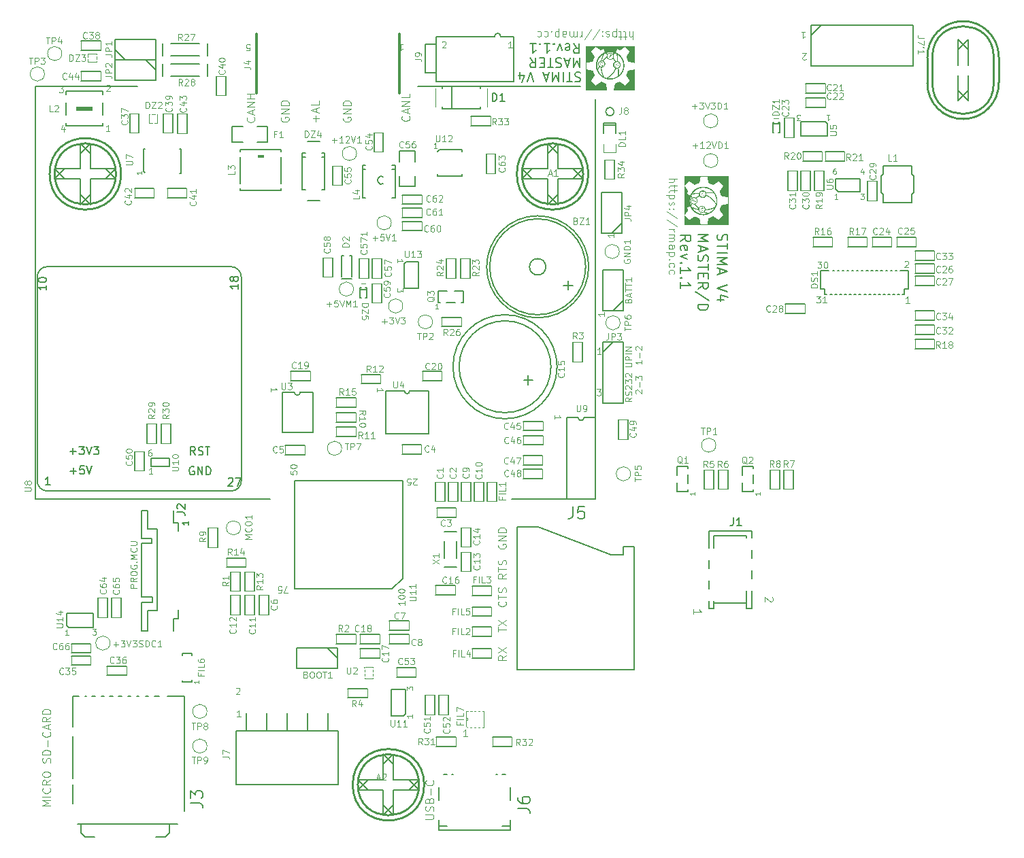
<source format=gbr>
%TF.GenerationSoftware,KiCad,Pcbnew,7.0.8*%
%TF.CreationDate,2024-06-17T23:50:33+02:00*%
%TF.ProjectId,Stima V4 Master,5374696d-6120-4563-9420-4d6173746572,rev?*%
%TF.SameCoordinates,Original*%
%TF.FileFunction,Legend,Top*%
%TF.FilePolarity,Positive*%
%FSLAX46Y46*%
G04 Gerber Fmt 4.6, Leading zero omitted, Abs format (unit mm)*
G04 Created by KiCad (PCBNEW 7.0.8) date 2024-06-17 23:50:33*
%MOMM*%
%LPD*%
G01*
G04 APERTURE LIST*
%ADD10C,0.000000*%
%ADD11C,0.200000*%
%ADD12C,0.150000*%
%ADD13C,0.100000*%
%ADD14C,0.080000*%
%ADD15C,0.250000*%
%ADD16C,0.254000*%
%ADD17C,0.120000*%
%ADD18C,0.300000*%
G04 APERTURE END LIST*
D10*
G36*
X160426560Y-58816630D02*
G01*
X160433660Y-58816630D01*
X160433660Y-58820170D01*
X160440760Y-58820170D01*
X160440760Y-58823720D01*
X160447860Y-58823720D01*
X160447860Y-58827270D01*
X160451400Y-58827270D01*
X160451400Y-58830820D01*
X160458500Y-58830820D01*
X160458500Y-58837920D01*
X160462050Y-58837920D01*
X160462050Y-58841460D01*
X160465600Y-58841460D01*
X160465600Y-58845010D01*
X160469150Y-58845010D01*
X160469150Y-58852110D01*
X160472690Y-58852110D01*
X160472690Y-58859210D01*
X160476240Y-58859210D01*
X160476240Y-58866300D01*
X160479790Y-58866300D01*
X160479790Y-58908880D01*
X160476240Y-58908890D01*
X160476240Y-58919530D01*
X160472690Y-58919530D01*
X160472690Y-58926630D01*
X160469150Y-58926630D01*
X160469150Y-58933720D01*
X160465600Y-58933720D01*
X160465600Y-58937270D01*
X160462050Y-58937270D01*
X160462050Y-58940820D01*
X160458500Y-58940820D01*
X160458500Y-58944370D01*
X160454950Y-58944370D01*
X160454950Y-58947920D01*
X160451400Y-58947920D01*
X160451400Y-58951460D01*
X160447850Y-58951460D01*
X160447860Y-58955010D01*
X160440760Y-58955010D01*
X160440760Y-58958560D01*
X160433660Y-58958560D01*
X160433660Y-58962100D01*
X160423020Y-58962110D01*
X160423020Y-58965650D01*
X160401730Y-58965650D01*
X160401730Y-58969200D01*
X160398180Y-58969200D01*
X160398180Y-58976300D01*
X160394630Y-58976300D01*
X160394630Y-58979850D01*
X160391080Y-58979850D01*
X160391080Y-58986950D01*
X160387540Y-58986950D01*
X160387540Y-58990490D01*
X160383990Y-58990490D01*
X160383990Y-58997590D01*
X160380440Y-58997590D01*
X160380440Y-59004690D01*
X160376890Y-59004690D01*
X160376890Y-59008240D01*
X160373340Y-59008240D01*
X160373340Y-59015330D01*
X160369790Y-59015330D01*
X160369790Y-59018880D01*
X160366250Y-59018880D01*
X160366250Y-59025980D01*
X160362700Y-59025980D01*
X160362700Y-59033070D01*
X160359150Y-59033070D01*
X160359150Y-59036620D01*
X160355600Y-59036620D01*
X160355600Y-59043720D01*
X160352050Y-59043720D01*
X160352050Y-59047270D01*
X160348500Y-59047270D01*
X160348500Y-59054360D01*
X160344950Y-59054360D01*
X160344950Y-59057910D01*
X160341410Y-59057910D01*
X160341410Y-59065010D01*
X160337860Y-59065010D01*
X160337860Y-59072110D01*
X160334310Y-59072110D01*
X160334310Y-59075650D01*
X160330760Y-59075650D01*
X160330760Y-59082750D01*
X160327210Y-59082750D01*
X160327210Y-59086300D01*
X160323660Y-59086300D01*
X160323660Y-59093390D01*
X160320120Y-59093390D01*
X160320120Y-59096940D01*
X160316570Y-59096950D01*
X160316570Y-59104040D01*
X160313020Y-59104040D01*
X160313020Y-59111140D01*
X160309470Y-59111140D01*
X160309470Y-59114680D01*
X160305920Y-59114680D01*
X160305920Y-59121780D01*
X160302370Y-59121780D01*
X160302370Y-59125330D01*
X160298830Y-59125330D01*
X160298830Y-59132430D01*
X160295280Y-59132430D01*
X160295280Y-59139530D01*
X160291730Y-59139520D01*
X160291730Y-59143070D01*
X160288180Y-59143070D01*
X160288180Y-59150170D01*
X160284630Y-59150170D01*
X160284630Y-59153710D01*
X160281080Y-59153720D01*
X160281080Y-59160810D01*
X160277540Y-59160810D01*
X160277540Y-59164360D01*
X160273990Y-59164360D01*
X160273990Y-59171460D01*
X160270440Y-59171460D01*
X160270440Y-59178560D01*
X160266890Y-59178560D01*
X160266900Y-59182100D01*
X160263340Y-59182100D01*
X160263340Y-59189200D01*
X160259800Y-59189200D01*
X160259790Y-59192750D01*
X160256250Y-59192750D01*
X160256250Y-59199850D01*
X160252700Y-59199850D01*
X160252700Y-59203390D01*
X160249150Y-59203390D01*
X160249150Y-59210490D01*
X160245600Y-59210490D01*
X160245600Y-59217580D01*
X160242050Y-59217580D01*
X160242050Y-59221130D01*
X160238510Y-59221130D01*
X160238510Y-59228230D01*
X160234960Y-59228230D01*
X160234960Y-59231780D01*
X160231410Y-59231780D01*
X160231410Y-59238880D01*
X160227860Y-59238880D01*
X160227860Y-59245970D01*
X160224310Y-59245970D01*
X160224310Y-59249520D01*
X160220760Y-59249520D01*
X160220760Y-59256620D01*
X160217220Y-59256620D01*
X160217210Y-59260170D01*
X160213670Y-59260170D01*
X160213670Y-59263710D01*
X160210120Y-59263710D01*
X160210120Y-59267260D01*
X160206570Y-59267260D01*
X160206570Y-59270810D01*
X160203020Y-59270810D01*
X160203020Y-59274360D01*
X160199470Y-59274360D01*
X160199470Y-59277910D01*
X160188830Y-59277910D01*
X160188830Y-59281460D01*
X160171090Y-59281460D01*
X160171090Y-59277910D01*
X160160440Y-59277910D01*
X160160440Y-59274360D01*
X160156890Y-59274360D01*
X160156890Y-59270810D01*
X160153340Y-59270810D01*
X160153340Y-59267260D01*
X160149800Y-59267260D01*
X160149800Y-59263710D01*
X160146250Y-59263710D01*
X160146250Y-59256620D01*
X160142700Y-59256620D01*
X160142700Y-59228230D01*
X160146250Y-59228230D01*
X160146250Y-59217580D01*
X160149800Y-59217580D01*
X160149800Y-59214040D01*
X160153340Y-59214040D01*
X160153340Y-59206940D01*
X160156890Y-59206940D01*
X160156890Y-59199850D01*
X160160440Y-59199850D01*
X160160440Y-59196300D01*
X160163990Y-59196300D01*
X160163990Y-59189200D01*
X160167540Y-59189200D01*
X160167540Y-59185650D01*
X160171090Y-59185650D01*
X160171090Y-59178560D01*
X160174640Y-59178560D01*
X160174640Y-59175010D01*
X160178180Y-59175010D01*
X160178180Y-59167910D01*
X160181730Y-59167910D01*
X160181730Y-59160810D01*
X160185280Y-59160820D01*
X160185280Y-59157260D01*
X160188830Y-59157260D01*
X160188830Y-59150170D01*
X160192380Y-59150170D01*
X160192380Y-59146620D01*
X160195930Y-59146620D01*
X160195930Y-59139520D01*
X160199470Y-59139520D01*
X160199470Y-59135970D01*
X160203020Y-59135970D01*
X160203020Y-59128880D01*
X160206570Y-59128880D01*
X160206570Y-59121780D01*
X160210120Y-59121780D01*
X160210120Y-59118230D01*
X160213670Y-59118230D01*
X160213670Y-59111140D01*
X160217220Y-59111130D01*
X160217220Y-59107590D01*
X160220760Y-59107590D01*
X160220760Y-59100490D01*
X160224310Y-59100490D01*
X160224310Y-59093390D01*
X160227860Y-59093390D01*
X160227860Y-59089850D01*
X160231410Y-59089850D01*
X160231410Y-59082750D01*
X160234960Y-59082750D01*
X160234960Y-59079200D01*
X160238510Y-59079200D01*
X160238510Y-59072110D01*
X160242050Y-59072110D01*
X160242050Y-59068560D01*
X160245600Y-59068560D01*
X160245600Y-59061460D01*
X160249150Y-59061460D01*
X160249150Y-59054360D01*
X160252700Y-59054360D01*
X160252700Y-59050820D01*
X160256250Y-59050820D01*
X160256250Y-59043720D01*
X160259790Y-59043720D01*
X160259790Y-59040170D01*
X160263340Y-59040170D01*
X160263340Y-59033070D01*
X160266890Y-59033070D01*
X160266890Y-59025980D01*
X160270440Y-59025980D01*
X160270440Y-59022430D01*
X160273990Y-59022430D01*
X160273990Y-59015330D01*
X160277540Y-59015330D01*
X160277540Y-59011780D01*
X160281080Y-59011780D01*
X160281080Y-59004690D01*
X160284630Y-59004690D01*
X160284630Y-59001140D01*
X160288180Y-59001140D01*
X160288180Y-58994040D01*
X160291730Y-58994040D01*
X160291730Y-58986950D01*
X160295280Y-58986950D01*
X160295280Y-58983400D01*
X160298830Y-58983400D01*
X160298830Y-58976300D01*
X160302370Y-58976300D01*
X160302370Y-58972750D01*
X160305920Y-58972750D01*
X160305920Y-58965650D01*
X160309470Y-58965650D01*
X160309470Y-58958560D01*
X160313020Y-58958560D01*
X160313020Y-58955010D01*
X160316570Y-58955010D01*
X160316570Y-58947920D01*
X160320120Y-58947920D01*
X160320120Y-58944370D01*
X160323660Y-58944370D01*
X160323660Y-58937270D01*
X160327210Y-58937270D01*
X160327210Y-58933720D01*
X160330760Y-58933720D01*
X160330760Y-58926630D01*
X160334310Y-58926630D01*
X160334310Y-58919530D01*
X160330760Y-58919530D01*
X160330760Y-58908880D01*
X160327210Y-58908890D01*
X160327210Y-58869850D01*
X160330760Y-58869850D01*
X160330760Y-58859210D01*
X160334310Y-58859210D01*
X160334310Y-58852110D01*
X160337860Y-58852110D01*
X160337860Y-58845010D01*
X160341410Y-58845010D01*
X160341410Y-58841460D01*
X160344950Y-58841460D01*
X160344950Y-58837920D01*
X160348500Y-58837920D01*
X160348500Y-58834370D01*
X160352050Y-58834370D01*
X160352050Y-58830820D01*
X160355600Y-58830820D01*
X160355600Y-58827270D01*
X160359150Y-58827270D01*
X160359150Y-58823720D01*
X160366250Y-58823720D01*
X160366250Y-58820170D01*
X160369790Y-58820170D01*
X160369790Y-58816630D01*
X160380440Y-58816630D01*
X160380440Y-58813080D01*
X160426560Y-58813080D01*
X160426560Y-58816630D01*
G37*
D11*
X158458020Y-64427100D02*
X158458020Y-64427100D01*
D10*
G36*
X171749550Y-75978510D02*
G01*
X171753100Y-75978510D01*
X171753100Y-75989160D01*
X171756650Y-75989150D01*
X171756650Y-76003350D01*
X171760190Y-76003350D01*
X171760200Y-76013990D01*
X171763750Y-76013990D01*
X171763750Y-76028190D01*
X171767290Y-76028190D01*
X171767290Y-76038830D01*
X171770840Y-76038830D01*
X171770840Y-76053020D01*
X171774390Y-76053020D01*
X171774390Y-76063670D01*
X171777940Y-76063670D01*
X171777940Y-76077860D01*
X171781490Y-76077860D01*
X171781490Y-76088510D01*
X171785040Y-76088500D01*
X171785040Y-76102700D01*
X171788590Y-76102700D01*
X171788580Y-76113340D01*
X171792130Y-76113340D01*
X171792130Y-76127540D01*
X171795680Y-76127540D01*
X171795680Y-76138190D01*
X171799230Y-76138180D01*
X171799230Y-76152380D01*
X171802780Y-76152380D01*
X171802780Y-76166570D01*
X171806330Y-76166570D01*
X171806330Y-76177210D01*
X171809870Y-76177220D01*
X171809870Y-76191410D01*
X171813420Y-76191410D01*
X171813420Y-76202050D01*
X171816970Y-76202050D01*
X171816970Y-76216250D01*
X171820520Y-76216250D01*
X171820520Y-76226890D01*
X171824070Y-76226890D01*
X171824070Y-76241080D01*
X171827610Y-76241090D01*
X171827610Y-76251730D01*
X171831160Y-76251730D01*
X171831160Y-76265920D01*
X171834710Y-76265920D01*
X171834710Y-76276570D01*
X171838260Y-76276570D01*
X171838260Y-76290760D01*
X171841810Y-76290760D01*
X171841810Y-76301400D01*
X171845360Y-76301400D01*
X171845350Y-76315600D01*
X171848900Y-76315600D01*
X171848900Y-76326240D01*
X171852460Y-76326250D01*
X171852450Y-76340440D01*
X171856000Y-76340440D01*
X171856000Y-76351080D01*
X171859550Y-76351080D01*
X171859550Y-76365270D01*
X171863100Y-76365270D01*
X171863100Y-76375920D01*
X171866640Y-76375920D01*
X171866650Y-76390110D01*
X171870190Y-76390110D01*
X171870190Y-76404310D01*
X171873740Y-76404310D01*
X171873740Y-76414950D01*
X171877290Y-76414950D01*
X171877290Y-76429150D01*
X171880840Y-76429140D01*
X171880840Y-76439790D01*
X171884390Y-76439790D01*
X171884390Y-76453980D01*
X171887940Y-76453980D01*
X171887940Y-76461080D01*
X171891480Y-76461080D01*
X171891480Y-76468180D01*
X171895030Y-76468180D01*
X171895040Y-76471720D01*
X171898580Y-76471720D01*
X171898580Y-76475270D01*
X171902130Y-76475270D01*
X171902130Y-76478820D01*
X171905680Y-76478820D01*
X171905680Y-76482370D01*
X171912780Y-76482370D01*
X171912780Y-76485920D01*
X171923420Y-76485920D01*
X171923430Y-76489470D01*
X171944710Y-76489460D01*
X171944710Y-76485920D01*
X171955360Y-76485920D01*
X171955360Y-76482370D01*
X171962450Y-76482370D01*
X171962450Y-76478820D01*
X171966000Y-76478820D01*
X171966000Y-76475270D01*
X171969550Y-76475270D01*
X171969550Y-76471720D01*
X171973100Y-76471720D01*
X171973100Y-76468170D01*
X171976650Y-76468180D01*
X171976640Y-76461080D01*
X171980190Y-76461080D01*
X171980190Y-76453980D01*
X171983740Y-76453980D01*
X171983740Y-76425600D01*
X171980190Y-76425600D01*
X171980190Y-76414950D01*
X171976640Y-76414950D01*
X171976640Y-76411400D01*
X171973100Y-76411400D01*
X171973100Y-76404310D01*
X171969550Y-76404310D01*
X171969550Y-76400760D01*
X171962450Y-76400760D01*
X171962450Y-76397210D01*
X171958900Y-76397210D01*
X171958900Y-76393660D01*
X171951800Y-76393660D01*
X171951810Y-76390110D01*
X171930520Y-76390110D01*
X171930520Y-76386570D01*
X171923420Y-76386570D01*
X171923420Y-76372370D01*
X171926970Y-76372370D01*
X171926970Y-76368820D01*
X171955360Y-76368830D01*
X171955360Y-76372370D01*
X171966000Y-76372370D01*
X171966000Y-76375920D01*
X171973100Y-76375920D01*
X171973100Y-76379470D01*
X171976650Y-76379470D01*
X171976640Y-76383010D01*
X171980190Y-76383010D01*
X171980190Y-76386570D01*
X171983740Y-76386570D01*
X171983740Y-76390110D01*
X171987290Y-76390110D01*
X171987290Y-76393660D01*
X171990840Y-76393660D01*
X171990840Y-76397210D01*
X171994390Y-76397210D01*
X171994390Y-76404310D01*
X171997930Y-76404310D01*
X171997930Y-76411400D01*
X172001480Y-76411400D01*
X172001480Y-76422050D01*
X172005030Y-76422050D01*
X172005030Y-76457530D01*
X172001480Y-76457530D01*
X172001480Y-76468180D01*
X171997930Y-76468180D01*
X171997930Y-76475270D01*
X171994390Y-76475270D01*
X171994390Y-76478820D01*
X171990830Y-76478820D01*
X171990840Y-76485920D01*
X171987290Y-76485920D01*
X171987290Y-76489470D01*
X171983740Y-76489470D01*
X171983740Y-76493010D01*
X171980190Y-76493010D01*
X171980190Y-76496560D01*
X171973100Y-76496560D01*
X171973100Y-76500110D01*
X171966000Y-76500110D01*
X171966000Y-76503660D01*
X171958900Y-76503660D01*
X171958900Y-76507210D01*
X171948260Y-76507210D01*
X171948260Y-76510760D01*
X171919870Y-76510760D01*
X171919870Y-76507210D01*
X171909230Y-76507210D01*
X171909220Y-76503660D01*
X171902130Y-76503660D01*
X171902130Y-76500110D01*
X171895040Y-76500110D01*
X171895030Y-76496560D01*
X171891480Y-76496560D01*
X171891480Y-76493010D01*
X171884390Y-76493010D01*
X171884390Y-76489460D01*
X171880840Y-76489470D01*
X171880840Y-76482370D01*
X171877290Y-76482370D01*
X171877290Y-76478820D01*
X171873740Y-76478820D01*
X171873740Y-76475270D01*
X171870190Y-76475270D01*
X171870190Y-76464630D01*
X171866640Y-76464630D01*
X171866650Y-76453980D01*
X171863100Y-76453980D01*
X171863100Y-76443340D01*
X171859550Y-76443340D01*
X171859550Y-76429140D01*
X171856000Y-76429150D01*
X171856000Y-76418500D01*
X171852450Y-76418500D01*
X171852450Y-76404310D01*
X171848900Y-76404310D01*
X171848900Y-76393660D01*
X171845360Y-76393660D01*
X171845360Y-76379470D01*
X171841810Y-76379470D01*
X171841810Y-76368820D01*
X171838260Y-76368830D01*
X171838260Y-76354630D01*
X171834710Y-76354630D01*
X171834710Y-76343990D01*
X171831160Y-76343990D01*
X171831160Y-76329790D01*
X171827610Y-76329790D01*
X171827610Y-76319140D01*
X171824070Y-76319150D01*
X171824070Y-76304950D01*
X171820520Y-76304950D01*
X171820520Y-76294310D01*
X171816970Y-76294310D01*
X171816970Y-76280120D01*
X171813420Y-76280120D01*
X171813420Y-76269470D01*
X171809870Y-76269470D01*
X171809870Y-76255270D01*
X171806330Y-76255280D01*
X171806330Y-76244630D01*
X171802780Y-76244630D01*
X171802780Y-76230440D01*
X171799230Y-76230440D01*
X171799230Y-76216250D01*
X171795680Y-76216250D01*
X171795680Y-76205600D01*
X171792130Y-76205600D01*
X171792130Y-76191410D01*
X171788590Y-76191410D01*
X171788580Y-76180760D01*
X171785040Y-76180760D01*
X171785040Y-76166570D01*
X171781490Y-76166570D01*
X171781490Y-76155930D01*
X171777940Y-76155920D01*
X171777940Y-76141730D01*
X171774390Y-76141730D01*
X171774390Y-76131090D01*
X171770840Y-76131090D01*
X171770840Y-76116890D01*
X171767290Y-76116890D01*
X171767290Y-76106250D01*
X171763750Y-76106250D01*
X171763750Y-76092050D01*
X171760190Y-76092050D01*
X171760200Y-76081410D01*
X171756650Y-76081410D01*
X171756650Y-76067220D01*
X171753100Y-76067220D01*
X171753100Y-76056570D01*
X171749550Y-76056570D01*
X171749550Y-76042380D01*
X171746010Y-76042380D01*
X171746000Y-76031730D01*
X171742460Y-76031730D01*
X171742460Y-76017540D01*
X171738910Y-76017540D01*
X171738910Y-76006890D01*
X171735360Y-76006900D01*
X171735360Y-75992700D01*
X171731810Y-75992700D01*
X171731810Y-75978510D01*
X171735360Y-75978510D01*
X171735360Y-75974960D01*
X171749550Y-75974960D01*
X171749550Y-75978510D01*
G37*
G36*
X171639550Y-76013990D02*
G01*
X171643100Y-76013990D01*
X171643100Y-76024640D01*
X171646650Y-76024640D01*
X171646650Y-76038830D01*
X171650200Y-76038830D01*
X171650200Y-76053020D01*
X171653750Y-76053020D01*
X171653750Y-76063670D01*
X171657300Y-76063670D01*
X171657300Y-76077860D01*
X171660850Y-76077860D01*
X171660850Y-76088510D01*
X171664390Y-76088510D01*
X171664390Y-76102700D01*
X171667940Y-76102700D01*
X171667940Y-76113340D01*
X171671490Y-76113340D01*
X171671490Y-76127540D01*
X171675040Y-76127540D01*
X171675040Y-76138180D01*
X171678590Y-76138180D01*
X171678590Y-76152380D01*
X171682130Y-76152380D01*
X171682130Y-76163020D01*
X171685680Y-76163020D01*
X171685680Y-76177210D01*
X171689230Y-76177210D01*
X171689230Y-76187860D01*
X171692780Y-76187860D01*
X171692780Y-76202050D01*
X171696320Y-76202050D01*
X171696330Y-76212700D01*
X171699870Y-76212700D01*
X171699870Y-76226890D01*
X171703420Y-76226890D01*
X171703430Y-76237530D01*
X171706970Y-76237540D01*
X171706970Y-76251730D01*
X171710520Y-76251730D01*
X171710520Y-76262370D01*
X171714070Y-76262370D01*
X171714070Y-76276570D01*
X171717620Y-76276570D01*
X171717620Y-76290760D01*
X171721170Y-76290760D01*
X171721170Y-76301400D01*
X171724720Y-76301400D01*
X171724710Y-76315600D01*
X171728260Y-76315600D01*
X171728260Y-76326250D01*
X171731810Y-76326240D01*
X171731810Y-76340440D01*
X171735360Y-76340440D01*
X171735360Y-76351080D01*
X171738900Y-76351080D01*
X171738910Y-76365270D01*
X171742460Y-76365270D01*
X171742460Y-76375920D01*
X171746000Y-76375920D01*
X171746010Y-76390110D01*
X171749550Y-76390110D01*
X171749550Y-76404310D01*
X171753100Y-76404310D01*
X171753100Y-76436240D01*
X171749550Y-76436240D01*
X171749550Y-76446880D01*
X171746000Y-76446880D01*
X171746010Y-76453980D01*
X171742460Y-76453980D01*
X171742460Y-76457530D01*
X171738910Y-76457530D01*
X171738910Y-76464620D01*
X171735360Y-76464630D01*
X171735360Y-76468170D01*
X171731810Y-76468180D01*
X171731810Y-76471720D01*
X171728260Y-76471720D01*
X171728260Y-76475270D01*
X171721170Y-76475270D01*
X171721170Y-76478820D01*
X171717620Y-76478820D01*
X171717610Y-76482370D01*
X171710520Y-76482370D01*
X171710520Y-76485920D01*
X171696330Y-76485920D01*
X171696330Y-76489470D01*
X171664390Y-76489460D01*
X171664400Y-76485920D01*
X171653750Y-76485920D01*
X171653750Y-76482370D01*
X171646650Y-76482370D01*
X171646650Y-76478820D01*
X171639560Y-76478820D01*
X171639560Y-76475270D01*
X171636010Y-76475270D01*
X171636010Y-76471720D01*
X171632460Y-76471720D01*
X171632460Y-76468180D01*
X171628910Y-76468180D01*
X171628910Y-76464620D01*
X171625360Y-76464630D01*
X171625360Y-76457530D01*
X171621810Y-76457530D01*
X171621810Y-76453980D01*
X171618260Y-76453980D01*
X171618260Y-76446880D01*
X171614720Y-76446880D01*
X171614720Y-76436240D01*
X171611170Y-76436240D01*
X171611170Y-76400760D01*
X171614720Y-76400760D01*
X171614720Y-76390110D01*
X171618270Y-76390110D01*
X171618260Y-76383020D01*
X171621810Y-76383020D01*
X171621810Y-76375920D01*
X171625360Y-76375920D01*
X171625360Y-76372370D01*
X171628910Y-76372370D01*
X171628910Y-76368820D01*
X171632460Y-76368830D01*
X171632460Y-76365270D01*
X171636010Y-76365280D01*
X171636010Y-76361730D01*
X171639550Y-76361730D01*
X171639560Y-76358180D01*
X171646650Y-76358180D01*
X171646650Y-76354630D01*
X171657300Y-76354630D01*
X171657300Y-76358180D01*
X171660850Y-76358180D01*
X171660850Y-76372370D01*
X171657300Y-76372370D01*
X171657300Y-76375920D01*
X171653750Y-76375920D01*
X171653750Y-76379470D01*
X171646650Y-76379470D01*
X171646650Y-76386570D01*
X171643100Y-76386570D01*
X171643100Y-76390110D01*
X171639560Y-76390120D01*
X171639560Y-76397210D01*
X171636010Y-76397210D01*
X171636010Y-76404310D01*
X171632460Y-76404310D01*
X171632460Y-76432690D01*
X171636010Y-76432690D01*
X171636010Y-76439790D01*
X171639560Y-76439790D01*
X171639560Y-76446880D01*
X171643110Y-76446890D01*
X171643100Y-76450430D01*
X171646650Y-76450430D01*
X171646650Y-76453980D01*
X171650200Y-76453980D01*
X171650200Y-76457530D01*
X171653750Y-76457530D01*
X171653750Y-76461080D01*
X171660850Y-76461080D01*
X171660850Y-76464630D01*
X171667940Y-76464630D01*
X171667940Y-76468170D01*
X171692780Y-76468180D01*
X171692780Y-76464630D01*
X171703420Y-76464630D01*
X171703420Y-76461080D01*
X171710520Y-76461080D01*
X171710520Y-76457530D01*
X171714070Y-76457530D01*
X171714070Y-76453980D01*
X171717620Y-76453980D01*
X171717620Y-76450430D01*
X171721170Y-76450430D01*
X171721170Y-76446880D01*
X171724710Y-76446880D01*
X171724710Y-76439790D01*
X171728260Y-76439790D01*
X171728260Y-76432690D01*
X171731810Y-76432690D01*
X171731810Y-76404310D01*
X171728260Y-76404310D01*
X171728260Y-76393660D01*
X171724710Y-76393660D01*
X171724710Y-76379470D01*
X171721170Y-76379470D01*
X171721170Y-76368830D01*
X171717620Y-76368820D01*
X171717620Y-76354630D01*
X171714070Y-76354630D01*
X171714070Y-76340440D01*
X171710520Y-76340440D01*
X171710520Y-76329790D01*
X171706970Y-76329790D01*
X171706970Y-76315600D01*
X171703420Y-76315600D01*
X171703420Y-76304950D01*
X171699870Y-76304950D01*
X171699870Y-76290760D01*
X171696330Y-76290760D01*
X171696330Y-76280120D01*
X171692780Y-76280120D01*
X171692780Y-76265920D01*
X171689230Y-76265930D01*
X171689230Y-76255280D01*
X171685680Y-76255280D01*
X171685680Y-76241080D01*
X171682130Y-76241080D01*
X171682130Y-76230440D01*
X171678590Y-76230440D01*
X171678580Y-76216250D01*
X171675040Y-76216250D01*
X171675040Y-76205600D01*
X171671490Y-76205600D01*
X171671490Y-76191400D01*
X171667940Y-76191400D01*
X171667940Y-76180760D01*
X171664390Y-76180760D01*
X171664400Y-76166570D01*
X171660850Y-76166570D01*
X171660850Y-76155930D01*
X171657300Y-76155930D01*
X171657300Y-76141730D01*
X171653750Y-76141730D01*
X171653750Y-76131090D01*
X171650200Y-76131090D01*
X171650200Y-76116890D01*
X171646650Y-76116890D01*
X171646650Y-76102700D01*
X171643100Y-76102700D01*
X171643100Y-76092050D01*
X171639560Y-76092050D01*
X171639560Y-76077860D01*
X171636010Y-76077860D01*
X171636010Y-76067210D01*
X171632460Y-76067220D01*
X171632460Y-76053020D01*
X171628910Y-76053020D01*
X171628910Y-76042380D01*
X171625360Y-76042380D01*
X171625360Y-76028190D01*
X171621810Y-76028190D01*
X171621810Y-76006900D01*
X171639560Y-76006900D01*
X171639550Y-76013990D01*
G37*
G36*
X159464970Y-60086920D02*
G01*
X159468520Y-60086920D01*
X159468520Y-60094020D01*
X159472070Y-60094020D01*
X159472070Y-60097570D01*
X159468520Y-60097570D01*
X159468520Y-60104660D01*
X159457880Y-60104660D01*
X159457880Y-60108210D01*
X159447230Y-60108210D01*
X159447230Y-60111760D01*
X159422390Y-60111760D01*
X159422390Y-60094020D01*
X159425940Y-60094020D01*
X159425940Y-60090470D01*
X159436590Y-60090470D01*
X159436590Y-60086920D01*
X159450780Y-60086920D01*
X159450780Y-60083370D01*
X159464970Y-60083370D01*
X159464970Y-60086920D01*
G37*
G36*
X171870190Y-78196200D02*
G01*
X171873740Y-78196200D01*
X171873740Y-78199750D01*
X171877290Y-78199750D01*
X171877290Y-78210400D01*
X171880840Y-78210400D01*
X171880840Y-78224590D01*
X171884390Y-78224590D01*
X171884390Y-78238780D01*
X171880840Y-78238780D01*
X171880840Y-78242330D01*
X171863100Y-78242330D01*
X171863100Y-78231690D01*
X171859550Y-78231690D01*
X171859550Y-78221040D01*
X171856000Y-78221040D01*
X171856000Y-78210400D01*
X171852450Y-78210400D01*
X171852450Y-78203300D01*
X171856000Y-78203300D01*
X171856000Y-78196200D01*
X171859550Y-78196200D01*
X171859550Y-78192650D01*
X171870190Y-78192650D01*
X171870190Y-78196200D01*
G37*
D11*
X88735020Y-114211100D02*
X88735020Y-62776100D01*
X88735020Y-114211100D02*
X117945020Y-114211100D01*
X136360020Y-62776100D02*
X156578180Y-62776100D01*
D10*
G36*
X163385860Y-63340720D02*
G01*
X157289860Y-63340720D01*
X157289860Y-60672390D01*
X157335990Y-60672390D01*
X157339530Y-60672390D01*
X157339530Y-60679490D01*
X157343080Y-60679490D01*
X157343080Y-60686590D01*
X157346630Y-60686590D01*
X157346630Y-60690140D01*
X157350180Y-60690140D01*
X157350180Y-60693680D01*
X157353730Y-60693680D01*
X157353730Y-60697230D01*
X157360820Y-60697230D01*
X157360820Y-60700780D01*
X157375020Y-60700780D01*
X157375020Y-60704330D01*
X157392760Y-60704330D01*
X157392760Y-60707880D01*
X157410500Y-60707880D01*
X157410500Y-60711430D01*
X157431790Y-60711430D01*
X157431790Y-60714970D01*
X157449530Y-60714970D01*
X157449530Y-60718520D01*
X157467270Y-60718520D01*
X157467270Y-60722070D01*
X157488560Y-60722070D01*
X157488560Y-60725620D01*
X157506310Y-60725620D01*
X157506310Y-60729170D01*
X157527590Y-60729170D01*
X157527590Y-60732720D01*
X157545340Y-60732720D01*
X157545340Y-60736260D01*
X157563080Y-60736260D01*
X157563080Y-60739810D01*
X157584370Y-60739810D01*
X157584370Y-60743360D01*
X157602110Y-60743360D01*
X157602110Y-60746910D01*
X157623400Y-60746910D01*
X157623400Y-60750460D01*
X157641140Y-60750460D01*
X157641140Y-60754010D01*
X157658880Y-60754010D01*
X157658880Y-60757550D01*
X157680170Y-60757550D01*
X157680170Y-60761100D01*
X157697910Y-60761100D01*
X157697910Y-60764650D01*
X157715660Y-60764650D01*
X157715660Y-60768200D01*
X157736950Y-60768200D01*
X157736950Y-60771750D01*
X157754690Y-60771750D01*
X157754690Y-60775300D01*
X157775980Y-60775300D01*
X157775980Y-60778840D01*
X157793720Y-60778840D01*
X157793720Y-60782390D01*
X157811460Y-60782390D01*
X157811460Y-60785940D01*
X157832750Y-60785940D01*
X157832750Y-60789490D01*
X157850490Y-60789490D01*
X157850490Y-60793040D01*
X157868230Y-60793040D01*
X157868230Y-60796580D01*
X157889520Y-60796580D01*
X157889520Y-60800130D01*
X157907260Y-60800130D01*
X157907260Y-60803680D01*
X157928550Y-60803680D01*
X157928550Y-60807230D01*
X157946300Y-60807230D01*
X157946300Y-60810780D01*
X157964040Y-60810780D01*
X157964040Y-60814330D01*
X157985330Y-60814330D01*
X157985330Y-60817870D01*
X158003070Y-60817870D01*
X158003070Y-60821420D01*
X158020810Y-60821420D01*
X158020810Y-60824970D01*
X158042100Y-60824970D01*
X158042100Y-60828520D01*
X158059840Y-60828520D01*
X158059840Y-60832070D01*
X158081130Y-60832070D01*
X158081130Y-60835620D01*
X158098870Y-60835620D01*
X158098870Y-60839160D01*
X158109520Y-60839160D01*
X158109520Y-60842710D01*
X158120160Y-60842710D01*
X158120160Y-60846260D01*
X158123710Y-60846260D01*
X158123710Y-60849810D01*
X158130810Y-60849810D01*
X158130810Y-60853360D01*
X158134360Y-60853360D01*
X158134360Y-60856910D01*
X158137900Y-60856910D01*
X158137900Y-60864000D01*
X158141450Y-60864000D01*
X158141450Y-60867550D01*
X158145000Y-60867550D01*
X158145000Y-60874650D01*
X158148550Y-60874650D01*
X158148550Y-60881740D01*
X158152100Y-60881740D01*
X158152100Y-60892390D01*
X158155650Y-60892390D01*
X158155650Y-60899490D01*
X158159190Y-60899490D01*
X158159190Y-60906580D01*
X158162740Y-60906580D01*
X158162740Y-60917230D01*
X158166290Y-60917230D01*
X158166290Y-60924320D01*
X158169840Y-60924320D01*
X158169840Y-60931420D01*
X158173390Y-60931420D01*
X158173390Y-60942070D01*
X158176940Y-60942070D01*
X158176940Y-60949160D01*
X158180480Y-60949160D01*
X158180480Y-60956260D01*
X158184030Y-60956260D01*
X158184030Y-60966900D01*
X158187580Y-60966900D01*
X158187580Y-60974000D01*
X158191130Y-60974000D01*
X158191130Y-60981100D01*
X158194680Y-60981100D01*
X158194680Y-60991740D01*
X158198230Y-60991740D01*
X158198230Y-60998840D01*
X158201770Y-60998840D01*
X158201770Y-61005940D01*
X158205320Y-61005940D01*
X158205320Y-61016580D01*
X158208870Y-61016580D01*
X158208870Y-61023680D01*
X158212420Y-61023680D01*
X158212420Y-61030770D01*
X158215970Y-61030770D01*
X158215970Y-61041420D01*
X158219520Y-61041420D01*
X158219520Y-61048520D01*
X158223060Y-61048520D01*
X158223060Y-61055610D01*
X158226610Y-61055610D01*
X158226610Y-61066260D01*
X158230160Y-61066260D01*
X158230160Y-61073350D01*
X158233710Y-61073350D01*
X158233710Y-61080450D01*
X158237260Y-61080450D01*
X158237260Y-61091090D01*
X158240810Y-61091090D01*
X158240810Y-61098190D01*
X158244350Y-61098190D01*
X158244350Y-61105290D01*
X158247900Y-61105290D01*
X158247900Y-61115930D01*
X158251450Y-61115930D01*
X158251450Y-61123030D01*
X158255000Y-61123030D01*
X158255000Y-61130130D01*
X158258550Y-61130130D01*
X158258550Y-61140770D01*
X158262100Y-61140770D01*
X158262100Y-61147870D01*
X158265640Y-61147870D01*
X158265640Y-61154960D01*
X158269190Y-61154960D01*
X158269190Y-61165610D01*
X158272740Y-61165610D01*
X158272740Y-61172710D01*
X158276290Y-61172710D01*
X158276290Y-61179800D01*
X158279840Y-61179800D01*
X158279840Y-61190450D01*
X158283390Y-61190450D01*
X158283390Y-61197540D01*
X158286930Y-61197540D01*
X158286930Y-61204640D01*
X158290480Y-61204640D01*
X158290480Y-61215290D01*
X158294030Y-61215290D01*
X158294030Y-61222380D01*
X158297580Y-61222380D01*
X158297580Y-61229480D01*
X158301130Y-61229480D01*
X158301130Y-61240120D01*
X158304680Y-61240120D01*
X158304680Y-61247220D01*
X158308220Y-61247220D01*
X158308220Y-61254320D01*
X158311770Y-61254320D01*
X158311770Y-61264960D01*
X158315320Y-61264960D01*
X158315320Y-61272060D01*
X158318870Y-61272060D01*
X158318870Y-61279160D01*
X158322420Y-61279160D01*
X158322420Y-61289800D01*
X158325970Y-61289800D01*
X158325970Y-61296900D01*
X158329510Y-61296900D01*
X158329510Y-61303990D01*
X158333060Y-61303990D01*
X158333060Y-61314640D01*
X158336610Y-61314640D01*
X158336610Y-61321740D01*
X158340160Y-61321740D01*
X158340160Y-61328830D01*
X158343710Y-61328830D01*
X158343710Y-61339480D01*
X158347250Y-61339480D01*
X158347250Y-61346570D01*
X158350800Y-61346570D01*
X158350800Y-61353670D01*
X158354350Y-61353670D01*
X158354350Y-61364310D01*
X158357900Y-61364310D01*
X158357900Y-61371410D01*
X158361450Y-61371410D01*
X158361450Y-61378510D01*
X158365000Y-61378510D01*
X158365000Y-61389150D01*
X158368540Y-61389150D01*
X158368540Y-61396250D01*
X158372090Y-61396250D01*
X158372090Y-61403350D01*
X158375640Y-61403350D01*
X158375640Y-61424640D01*
X158379190Y-61424640D01*
X158379190Y-61431730D01*
X158375640Y-61431730D01*
X158375640Y-61445930D01*
X158372090Y-61445930D01*
X158372090Y-61453020D01*
X158368540Y-61453020D01*
X158368540Y-61460120D01*
X158365000Y-61460120D01*
X158365000Y-61467220D01*
X158361450Y-61467220D01*
X158361450Y-61470760D01*
X158357900Y-61470760D01*
X158357900Y-61477860D01*
X158354350Y-61477860D01*
X158354350Y-61481410D01*
X158350800Y-61481410D01*
X158350800Y-61484960D01*
X158347250Y-61484960D01*
X158347250Y-61492050D01*
X158343710Y-61492050D01*
X158343710Y-61495600D01*
X158340160Y-61495600D01*
X158340160Y-61502700D01*
X158336610Y-61502700D01*
X158336610Y-61506250D01*
X158333060Y-61506250D01*
X158333060Y-61513340D01*
X158329510Y-61513340D01*
X158329510Y-61516890D01*
X158325970Y-61516890D01*
X158325970Y-61523990D01*
X158322420Y-61523990D01*
X158322420Y-61527540D01*
X158318870Y-61527540D01*
X158318870Y-61534630D01*
X158315320Y-61534630D01*
X158315320Y-61538180D01*
X158311770Y-61538180D01*
X158311770Y-61545280D01*
X158308220Y-61545280D01*
X158308220Y-61548830D01*
X158304680Y-61548830D01*
X158304680Y-61552380D01*
X158301130Y-61552380D01*
X158301130Y-61559470D01*
X158297580Y-61559470D01*
X158297580Y-61563020D01*
X158294030Y-61563020D01*
X158294030Y-61570120D01*
X158290480Y-61570120D01*
X158290480Y-61573670D01*
X158286930Y-61573670D01*
X158286930Y-61580760D01*
X158283390Y-61580760D01*
X158283390Y-61584310D01*
X158279840Y-61584310D01*
X158279840Y-61591410D01*
X158276290Y-61591410D01*
X158276290Y-61594960D01*
X158272740Y-61594960D01*
X158272740Y-61602050D01*
X158269190Y-61602050D01*
X158269190Y-61605600D01*
X158265640Y-61605600D01*
X158265640Y-61609150D01*
X158262100Y-61609150D01*
X158262100Y-61616250D01*
X158258550Y-61616250D01*
X158258550Y-61619790D01*
X158255000Y-61619790D01*
X158255000Y-61626890D01*
X158251450Y-61626890D01*
X158251450Y-61630440D01*
X158247900Y-61630440D01*
X158247900Y-61637530D01*
X158244350Y-61637530D01*
X158244350Y-61641080D01*
X158240810Y-61641080D01*
X158240810Y-61648180D01*
X158237260Y-61648180D01*
X158237260Y-61651730D01*
X158233710Y-61651730D01*
X158233710Y-61658820D01*
X158230160Y-61658820D01*
X158230160Y-61662370D01*
X158226610Y-61662370D01*
X158226610Y-61665920D01*
X158223060Y-61665920D01*
X158223060Y-61673020D01*
X158219520Y-61673020D01*
X158219520Y-61676570D01*
X158215970Y-61676570D01*
X158215970Y-61683660D01*
X158212420Y-61683660D01*
X158212420Y-61687210D01*
X158208870Y-61687210D01*
X158208870Y-61694310D01*
X158205320Y-61694310D01*
X158205320Y-61697860D01*
X158201770Y-61697860D01*
X158201770Y-61704950D01*
X158198230Y-61704950D01*
X158198230Y-61708500D01*
X158194680Y-61708500D01*
X158194680Y-61715600D01*
X158191130Y-61715600D01*
X158191130Y-61719150D01*
X158187580Y-61719150D01*
X158187580Y-61722690D01*
X158184030Y-61722690D01*
X158184030Y-61729790D01*
X158180480Y-61729790D01*
X158180480Y-61733340D01*
X158176940Y-61733340D01*
X158176940Y-61740440D01*
X158173390Y-61740440D01*
X158173390Y-61743980D01*
X158169840Y-61743980D01*
X158169840Y-61751080D01*
X158166290Y-61751080D01*
X158166290Y-61754630D01*
X158162740Y-61754630D01*
X158162740Y-61761730D01*
X158159190Y-61761730D01*
X158159190Y-61765270D01*
X158155650Y-61765270D01*
X158155650Y-61772370D01*
X158152100Y-61772370D01*
X158152100Y-61775920D01*
X158148550Y-61775920D01*
X158148550Y-61783020D01*
X158145000Y-61783020D01*
X158145000Y-61786560D01*
X158141450Y-61786560D01*
X158141450Y-61790110D01*
X158137900Y-61790110D01*
X158137900Y-61797210D01*
X158134360Y-61797210D01*
X158134360Y-61800760D01*
X158130810Y-61800760D01*
X158130810Y-61807850D01*
X158127260Y-61807850D01*
X158127260Y-61811400D01*
X158123710Y-61811400D01*
X158123710Y-61818500D01*
X158120160Y-61818500D01*
X158120160Y-61822050D01*
X158116610Y-61822050D01*
X158116610Y-61829140D01*
X158113070Y-61829140D01*
X158113070Y-61832690D01*
X158109520Y-61832690D01*
X158109520Y-61839790D01*
X158105970Y-61839790D01*
X158105970Y-61843340D01*
X158102420Y-61843340D01*
X158102420Y-61846890D01*
X158098870Y-61846890D01*
X158098870Y-61853980D01*
X158095320Y-61853980D01*
X158095320Y-61857530D01*
X158091780Y-61857530D01*
X158091780Y-61864630D01*
X158088230Y-61864630D01*
X158088230Y-61868180D01*
X158084680Y-61868180D01*
X158084680Y-61875270D01*
X158081130Y-61875270D01*
X158081130Y-61878820D01*
X158077580Y-61878820D01*
X158077580Y-61885920D01*
X158074030Y-61885920D01*
X158074030Y-61889470D01*
X158070490Y-61889470D01*
X158070490Y-61896560D01*
X158066940Y-61896560D01*
X158066940Y-61900110D01*
X158063390Y-61900110D01*
X158063390Y-61903660D01*
X158059840Y-61903660D01*
X158059840Y-61910750D01*
X158056290Y-61910750D01*
X158056290Y-61914300D01*
X158052750Y-61914300D01*
X158052750Y-61921400D01*
X158049200Y-61921400D01*
X158049200Y-61924950D01*
X158045650Y-61924950D01*
X158045650Y-61932040D01*
X158042100Y-61932040D01*
X158042100Y-61935590D01*
X158038550Y-61935590D01*
X158038550Y-61942690D01*
X158035000Y-61942690D01*
X158035000Y-61946240D01*
X158031460Y-61946240D01*
X158031460Y-61953330D01*
X158027910Y-61953330D01*
X158027910Y-61956880D01*
X158024360Y-61956880D01*
X158024360Y-61963980D01*
X158020810Y-61963980D01*
X158020810Y-61967530D01*
X158017260Y-61967530D01*
X158017260Y-61971080D01*
X158013710Y-61971080D01*
X158013710Y-61978170D01*
X158010170Y-61978170D01*
X158010170Y-61981720D01*
X158006620Y-61981720D01*
X158006620Y-61988820D01*
X158003070Y-61988820D01*
X158003070Y-61992370D01*
X157999520Y-61992370D01*
X157999520Y-61999460D01*
X157995970Y-61999460D01*
X157995970Y-62003010D01*
X157992420Y-62003010D01*
X157992420Y-62010110D01*
X157988880Y-62010110D01*
X157988880Y-62013660D01*
X157985330Y-62013660D01*
X157985330Y-62020750D01*
X157981780Y-62020750D01*
X157981780Y-62024300D01*
X157978230Y-62024300D01*
X157978230Y-62027850D01*
X157974680Y-62027850D01*
X157974680Y-62034950D01*
X157971130Y-62034950D01*
X157971130Y-62038490D01*
X157967590Y-62038490D01*
X157967590Y-62045590D01*
X157964040Y-62045590D01*
X157964040Y-62049140D01*
X157960490Y-62049140D01*
X157960490Y-62056240D01*
X157956940Y-62056240D01*
X157956940Y-62059780D01*
X157953390Y-62059780D01*
X157953390Y-62066880D01*
X157949840Y-62066880D01*
X157949840Y-62070430D01*
X157946300Y-62070430D01*
X157946300Y-62077530D01*
X157942750Y-62077530D01*
X157942750Y-62081070D01*
X157939200Y-62081070D01*
X157939200Y-62088170D01*
X157935650Y-62088170D01*
X157935650Y-62120110D01*
X157939200Y-62120110D01*
X157939200Y-62127200D01*
X157942750Y-62127200D01*
X157942750Y-62130750D01*
X157946300Y-62130750D01*
X157946300Y-62134300D01*
X157949840Y-62134300D01*
X157949840Y-62137850D01*
X157953390Y-62137850D01*
X157953390Y-62141400D01*
X157956940Y-62141400D01*
X157956940Y-62144940D01*
X157960490Y-62144940D01*
X157960490Y-62148490D01*
X157964040Y-62148490D01*
X157964040Y-62152040D01*
X157967590Y-62152040D01*
X157967590Y-62155590D01*
X157971130Y-62155590D01*
X157971130Y-62159140D01*
X157974680Y-62159140D01*
X157974680Y-62162690D01*
X157978230Y-62162690D01*
X157978230Y-62166230D01*
X157981780Y-62166230D01*
X157981780Y-62169780D01*
X157985330Y-62169780D01*
X157985330Y-62173330D01*
X157988880Y-62173330D01*
X157988880Y-62176880D01*
X157992420Y-62176880D01*
X157992420Y-62180430D01*
X157995970Y-62180430D01*
X157995970Y-62183970D01*
X157999520Y-62183970D01*
X157999520Y-62187520D01*
X158003070Y-62187520D01*
X158003070Y-62191070D01*
X158006620Y-62191070D01*
X158006620Y-62194620D01*
X158010170Y-62194620D01*
X158010170Y-62198170D01*
X158013710Y-62198170D01*
X158013710Y-62201720D01*
X158017260Y-62201720D01*
X158017260Y-62205260D01*
X158020810Y-62205260D01*
X158020810Y-62208810D01*
X158024360Y-62208810D01*
X158024360Y-62212360D01*
X158027910Y-62212360D01*
X158027910Y-62215910D01*
X158031460Y-62215910D01*
X158031460Y-62219460D01*
X158035000Y-62219460D01*
X158035000Y-62223010D01*
X158038550Y-62223010D01*
X158038550Y-62226550D01*
X158042100Y-62226550D01*
X158042100Y-62230100D01*
X158045650Y-62230100D01*
X158045650Y-62233650D01*
X158049200Y-62233650D01*
X158049200Y-62237200D01*
X158052750Y-62237200D01*
X158052750Y-62240750D01*
X158056290Y-62240750D01*
X158056290Y-62244300D01*
X158059840Y-62244300D01*
X158059840Y-62247840D01*
X158063390Y-62247840D01*
X158063390Y-62251390D01*
X158066940Y-62251390D01*
X158066940Y-62254940D01*
X158070490Y-62254940D01*
X158070490Y-62258490D01*
X158074030Y-62258490D01*
X158074030Y-62262040D01*
X158077580Y-62262040D01*
X158077580Y-62265590D01*
X158081130Y-62265590D01*
X158081130Y-62269130D01*
X158084680Y-62269130D01*
X158084680Y-62272680D01*
X158088230Y-62272680D01*
X158088230Y-62276230D01*
X158091780Y-62276230D01*
X158091780Y-62279780D01*
X158095320Y-62279780D01*
X158095320Y-62283330D01*
X158098870Y-62283330D01*
X158098870Y-62286880D01*
X158102420Y-62286880D01*
X158102420Y-62290420D01*
X158105970Y-62290420D01*
X158105970Y-62293970D01*
X158109520Y-62293970D01*
X158109520Y-62297520D01*
X158113070Y-62297520D01*
X158113070Y-62301070D01*
X158116610Y-62301070D01*
X158116610Y-62304620D01*
X158120160Y-62304620D01*
X158120160Y-62308170D01*
X158123710Y-62308170D01*
X158123710Y-62311710D01*
X158127260Y-62311710D01*
X158127260Y-62315260D01*
X158130810Y-62315260D01*
X158130810Y-62318810D01*
X158134360Y-62318810D01*
X158134360Y-62322360D01*
X158137900Y-62322360D01*
X158137900Y-62325910D01*
X158141450Y-62325910D01*
X158141450Y-62329460D01*
X158145000Y-62329460D01*
X158145000Y-62333000D01*
X158148550Y-62333000D01*
X158148550Y-62336550D01*
X158152100Y-62336550D01*
X158152100Y-62340100D01*
X158155650Y-62340100D01*
X158155650Y-62343650D01*
X158159190Y-62343650D01*
X158159190Y-62347200D01*
X158162740Y-62347200D01*
X158162740Y-62350750D01*
X158166290Y-62350750D01*
X158166290Y-62354290D01*
X158169840Y-62354290D01*
X158169840Y-62357840D01*
X158173390Y-62357840D01*
X158173390Y-62361390D01*
X158176940Y-62361390D01*
X158176940Y-62364940D01*
X158180480Y-62364940D01*
X158180480Y-62368490D01*
X158184030Y-62368490D01*
X158184030Y-62372040D01*
X158187580Y-62372040D01*
X158187580Y-62375580D01*
X158191130Y-62375580D01*
X158191130Y-62379130D01*
X158194680Y-62379130D01*
X158194680Y-62382680D01*
X158198230Y-62382680D01*
X158198230Y-62386230D01*
X158201770Y-62386230D01*
X158201770Y-62389780D01*
X158205320Y-62389780D01*
X158205320Y-62393330D01*
X158208870Y-62393330D01*
X158208870Y-62396870D01*
X158212420Y-62396870D01*
X158212420Y-62400420D01*
X158215970Y-62400420D01*
X158215970Y-62403970D01*
X158219520Y-62403970D01*
X158219520Y-62407520D01*
X158223060Y-62407520D01*
X158223060Y-62411070D01*
X158226610Y-62411070D01*
X158226610Y-62414620D01*
X158230160Y-62414620D01*
X158230160Y-62418160D01*
X158233710Y-62418160D01*
X158233710Y-62421710D01*
X158237260Y-62421710D01*
X158237260Y-62425260D01*
X158240810Y-62425260D01*
X158240810Y-62428810D01*
X158244350Y-62428810D01*
X158244350Y-62432360D01*
X158247900Y-62432360D01*
X158247900Y-62435910D01*
X158251450Y-62435910D01*
X158251450Y-62439450D01*
X158255000Y-62439450D01*
X158255000Y-62443000D01*
X158258550Y-62443000D01*
X158258550Y-62446550D01*
X158262100Y-62446550D01*
X158262100Y-62450100D01*
X158265640Y-62450100D01*
X158265640Y-62453650D01*
X158269190Y-62453650D01*
X158269190Y-62457190D01*
X158272740Y-62457190D01*
X158272740Y-62460740D01*
X158276290Y-62460740D01*
X158276290Y-62464290D01*
X158279840Y-62464290D01*
X158279840Y-62467840D01*
X158283390Y-62467840D01*
X158283390Y-62471390D01*
X158286930Y-62471390D01*
X158286930Y-62474940D01*
X158290480Y-62474940D01*
X158290480Y-62478480D01*
X158294030Y-62478480D01*
X158294030Y-62482030D01*
X158297580Y-62482030D01*
X158297580Y-62485580D01*
X158301130Y-62485580D01*
X158301130Y-62489130D01*
X158304680Y-62489130D01*
X158304680Y-62492680D01*
X158308220Y-62492680D01*
X158308220Y-62496230D01*
X158311770Y-62496230D01*
X158311770Y-62499770D01*
X158315320Y-62499770D01*
X158315320Y-62503320D01*
X158318870Y-62503320D01*
X158318870Y-62506870D01*
X158322420Y-62506870D01*
X158322420Y-62510420D01*
X158325970Y-62510420D01*
X158325970Y-62513970D01*
X158329510Y-62513970D01*
X158329510Y-62517520D01*
X158333060Y-62517520D01*
X158333060Y-62521060D01*
X158336610Y-62521060D01*
X158336610Y-62524610D01*
X158340160Y-62524610D01*
X158340160Y-62528160D01*
X158343710Y-62528160D01*
X158343710Y-62531710D01*
X158347250Y-62531710D01*
X158347250Y-62535260D01*
X158350800Y-62535260D01*
X158350800Y-62538810D01*
X158354350Y-62538810D01*
X158354350Y-62542350D01*
X158357900Y-62542350D01*
X158357900Y-62545900D01*
X158361450Y-62545900D01*
X158361450Y-62549450D01*
X158365000Y-62549450D01*
X158365000Y-62553000D01*
X158368540Y-62553000D01*
X158368540Y-62556550D01*
X158372090Y-62556550D01*
X158372090Y-62560100D01*
X158375640Y-62560100D01*
X158375640Y-62563640D01*
X158379190Y-62563640D01*
X158379190Y-62567190D01*
X158382740Y-62567190D01*
X158382740Y-62570740D01*
X158386290Y-62570740D01*
X158386290Y-62574290D01*
X158389830Y-62574290D01*
X158389830Y-62577840D01*
X158393380Y-62577840D01*
X158393380Y-62581390D01*
X158396930Y-62581390D01*
X158396930Y-62584930D01*
X158400480Y-62584930D01*
X158400480Y-62588480D01*
X158404030Y-62588480D01*
X158404030Y-62592030D01*
X158407580Y-62592030D01*
X158407580Y-62595580D01*
X158411120Y-62595580D01*
X158411120Y-62599130D01*
X158414670Y-62599130D01*
X158414670Y-62602680D01*
X158418220Y-62602680D01*
X158418220Y-62606220D01*
X158421770Y-62606220D01*
X158421770Y-62609770D01*
X158425320Y-62609770D01*
X158425320Y-62613320D01*
X158428870Y-62613320D01*
X158428870Y-62616870D01*
X158432410Y-62616870D01*
X158432410Y-62620420D01*
X158435960Y-62620420D01*
X158435960Y-62623970D01*
X158439510Y-62623970D01*
X158439510Y-62627510D01*
X158443060Y-62627510D01*
X158443060Y-62631060D01*
X158446610Y-62631060D01*
X158446610Y-62634610D01*
X158450160Y-62634610D01*
X158450160Y-62638160D01*
X158453700Y-62638160D01*
X158453700Y-62641710D01*
X158457250Y-62641710D01*
X158457250Y-62645260D01*
X158460800Y-62645260D01*
X158460800Y-62648800D01*
X158464350Y-62648800D01*
X158464350Y-62652350D01*
X158467900Y-62652350D01*
X158467900Y-62655900D01*
X158471450Y-62655900D01*
X158471450Y-62659450D01*
X158474990Y-62659450D01*
X158474990Y-62663000D01*
X158478540Y-62663000D01*
X158478540Y-62666550D01*
X158482090Y-62666550D01*
X158482090Y-62670090D01*
X158489190Y-62670090D01*
X158489190Y-62673640D01*
X158496280Y-62673640D01*
X158496280Y-62677190D01*
X158521120Y-62677190D01*
X158521120Y-62673640D01*
X158531770Y-62673640D01*
X158531770Y-62670090D01*
X158535320Y-62670090D01*
X158535320Y-62666550D01*
X158542410Y-62666550D01*
X158542410Y-62663000D01*
X158545960Y-62663000D01*
X158545960Y-62659450D01*
X158549510Y-62659450D01*
X158549510Y-62655900D01*
X158556610Y-62655900D01*
X158556610Y-62652350D01*
X158560150Y-62652350D01*
X158560150Y-62648800D01*
X158567250Y-62648800D01*
X158567250Y-62645260D01*
X158570800Y-62645260D01*
X158570800Y-62641710D01*
X158577900Y-62641710D01*
X158577900Y-62638160D01*
X158581440Y-62638160D01*
X158581440Y-62634610D01*
X158588540Y-62634610D01*
X158588540Y-62631060D01*
X158592090Y-62631060D01*
X158592090Y-62627510D01*
X158599190Y-62627510D01*
X158599190Y-62623970D01*
X158602730Y-62623970D01*
X158602730Y-62620420D01*
X158609830Y-62620420D01*
X158609830Y-62616870D01*
X158613380Y-62616870D01*
X158613380Y-62613320D01*
X158616930Y-62613320D01*
X158616930Y-62609770D01*
X158624020Y-62609770D01*
X158624020Y-62606220D01*
X158627570Y-62606220D01*
X158627570Y-62602680D01*
X158634670Y-62602680D01*
X158634670Y-62599130D01*
X158638220Y-62599130D01*
X158638220Y-62595580D01*
X158645310Y-62595580D01*
X158645310Y-62592030D01*
X158648860Y-62592030D01*
X158648860Y-62588480D01*
X158655960Y-62588480D01*
X158655960Y-62584930D01*
X158659510Y-62584930D01*
X158659510Y-62581390D01*
X158666600Y-62581390D01*
X158666600Y-62577840D01*
X158670150Y-62577840D01*
X158670150Y-62574290D01*
X158673700Y-62574290D01*
X158673700Y-62570740D01*
X158680800Y-62570740D01*
X158680800Y-62567190D01*
X158684340Y-62567190D01*
X158684340Y-62563640D01*
X158691440Y-62563640D01*
X158691440Y-62560100D01*
X158694990Y-62560100D01*
X158694990Y-62556550D01*
X158702090Y-62556550D01*
X158702090Y-62553000D01*
X158705630Y-62553000D01*
X158705630Y-62549450D01*
X158712730Y-62549450D01*
X158712730Y-62545900D01*
X158716280Y-62545900D01*
X158716280Y-62542350D01*
X158723380Y-62542350D01*
X158723380Y-62538810D01*
X158726920Y-62538810D01*
X158726920Y-62535260D01*
X158734020Y-62535260D01*
X158734020Y-62531710D01*
X158737570Y-62531710D01*
X158737570Y-62528160D01*
X158741120Y-62528160D01*
X158741120Y-62524610D01*
X158748210Y-62524610D01*
X158748210Y-62521060D01*
X158751760Y-62521060D01*
X158751760Y-62517520D01*
X158758860Y-62517520D01*
X158758860Y-62513970D01*
X158762410Y-62513970D01*
X158762410Y-62510420D01*
X158769500Y-62510420D01*
X158769500Y-62506870D01*
X158773050Y-62506870D01*
X158773050Y-62503320D01*
X158780150Y-62503320D01*
X158780150Y-62499770D01*
X158783700Y-62499770D01*
X158783700Y-62496230D01*
X158790790Y-62496230D01*
X158790790Y-62492680D01*
X158794340Y-62492680D01*
X158794340Y-62489130D01*
X158797890Y-62489130D01*
X158797890Y-62485580D01*
X158804990Y-62485580D01*
X158804990Y-62482030D01*
X158808540Y-62482030D01*
X158808540Y-62478480D01*
X158815630Y-62478480D01*
X158815630Y-62474940D01*
X158819180Y-62474940D01*
X158819180Y-62471390D01*
X158826280Y-62471390D01*
X158826280Y-62467840D01*
X158829830Y-62467840D01*
X158829830Y-62464290D01*
X158836920Y-62464290D01*
X158836920Y-62460740D01*
X158840470Y-62460740D01*
X158840470Y-62457190D01*
X158847570Y-62457190D01*
X158847570Y-62453650D01*
X158851120Y-62453650D01*
X158851120Y-62450100D01*
X158858210Y-62450100D01*
X158858210Y-62446550D01*
X158861760Y-62446550D01*
X158861760Y-62443000D01*
X158865310Y-62443000D01*
X158865310Y-62439450D01*
X158872410Y-62439450D01*
X158872410Y-62435910D01*
X158875950Y-62435910D01*
X158875950Y-62432360D01*
X158883050Y-62432360D01*
X158883050Y-62428810D01*
X158886600Y-62428810D01*
X158886600Y-62425260D01*
X158893700Y-62425260D01*
X158893700Y-62421710D01*
X158897240Y-62421710D01*
X158897240Y-62418160D01*
X158904340Y-62418160D01*
X158904340Y-62414620D01*
X158907890Y-62414620D01*
X158907890Y-62411070D01*
X158914980Y-62411070D01*
X158914980Y-62407520D01*
X158918530Y-62407520D01*
X158918530Y-62403970D01*
X158922080Y-62403970D01*
X158922080Y-62400420D01*
X158929180Y-62400420D01*
X158929180Y-62396870D01*
X158932730Y-62396870D01*
X158932730Y-62393330D01*
X158939820Y-62393330D01*
X158939820Y-62389780D01*
X158943370Y-62389780D01*
X158943370Y-62386230D01*
X158950470Y-62386230D01*
X158950470Y-62382680D01*
X158954020Y-62382680D01*
X158954020Y-62379130D01*
X158961110Y-62379130D01*
X158961110Y-62375580D01*
X158964660Y-62375580D01*
X158964660Y-62372040D01*
X158971760Y-62372040D01*
X158971760Y-62368490D01*
X158975310Y-62368490D01*
X158975310Y-62364940D01*
X158982400Y-62364940D01*
X158982400Y-62361390D01*
X158985950Y-62361390D01*
X158985950Y-62357840D01*
X158989500Y-62357840D01*
X158989500Y-62354290D01*
X158996600Y-62354290D01*
X158996600Y-62350750D01*
X159000140Y-62350750D01*
X159000140Y-62347200D01*
X159007240Y-62347200D01*
X159007240Y-62343650D01*
X159010790Y-62343650D01*
X159010790Y-62340100D01*
X159017890Y-62340100D01*
X159017890Y-62336550D01*
X159021430Y-62336550D01*
X159021430Y-62333000D01*
X159028530Y-62333000D01*
X159028530Y-62329460D01*
X159032080Y-62329460D01*
X159032080Y-62325910D01*
X159039180Y-62325910D01*
X159039180Y-62322360D01*
X159042720Y-62322360D01*
X159042720Y-62318810D01*
X159046270Y-62318810D01*
X159046270Y-62315260D01*
X159053370Y-62315260D01*
X159053370Y-62311710D01*
X159056920Y-62311710D01*
X159056920Y-62308170D01*
X159064010Y-62308170D01*
X159064010Y-62304620D01*
X159067560Y-62304620D01*
X159067560Y-62301070D01*
X159074660Y-62301070D01*
X159074660Y-62297520D01*
X159078210Y-62297520D01*
X159078210Y-62293970D01*
X159085300Y-62293970D01*
X159085300Y-62290420D01*
X159088850Y-62290420D01*
X159088850Y-62286880D01*
X159095950Y-62286880D01*
X159095950Y-62283330D01*
X159099500Y-62283330D01*
X159099500Y-62279780D01*
X159106590Y-62279780D01*
X159106590Y-62276230D01*
X159110140Y-62276230D01*
X159110140Y-62272680D01*
X159113690Y-62272680D01*
X159113690Y-62269130D01*
X159120790Y-62269130D01*
X159120790Y-62265590D01*
X159124340Y-62265590D01*
X159124340Y-62262040D01*
X159131430Y-62262040D01*
X159131430Y-62258490D01*
X159134980Y-62258490D01*
X159134980Y-62254940D01*
X159142080Y-62254940D01*
X159142080Y-62251390D01*
X159145630Y-62251390D01*
X159145630Y-62247840D01*
X159152720Y-62247840D01*
X159152720Y-62244300D01*
X159156270Y-62244300D01*
X159156270Y-62240750D01*
X159163370Y-62240750D01*
X159163370Y-62237200D01*
X159166920Y-62237200D01*
X159166920Y-62233650D01*
X159174010Y-62233650D01*
X159174010Y-62230100D01*
X159184660Y-62230100D01*
X159184660Y-62226550D01*
X159213040Y-62226550D01*
X159213040Y-62230100D01*
X159223690Y-62230100D01*
X159223690Y-62233650D01*
X159230780Y-62233650D01*
X159230780Y-62237200D01*
X159241430Y-62237200D01*
X159241430Y-62240750D01*
X159248530Y-62240750D01*
X159248530Y-62244300D01*
X159259170Y-62244300D01*
X159259170Y-62247840D01*
X159266270Y-62247840D01*
X159266270Y-62251390D01*
X159276910Y-62251390D01*
X159276910Y-62254940D01*
X159284010Y-62254940D01*
X159284010Y-62258490D01*
X159294650Y-62258490D01*
X159294650Y-62262040D01*
X159301750Y-62262040D01*
X159301750Y-62265590D01*
X159308850Y-62265590D01*
X159308850Y-62269130D01*
X159319490Y-62269130D01*
X159319490Y-62272680D01*
X159326590Y-62272680D01*
X159326590Y-62276230D01*
X159337230Y-62276230D01*
X159337230Y-62279780D01*
X159344330Y-62279780D01*
X159344330Y-62283330D01*
X159354980Y-62283330D01*
X159354980Y-62286880D01*
X159362070Y-62286880D01*
X159362070Y-62290420D01*
X159372720Y-62290420D01*
X159372720Y-62293970D01*
X159379810Y-62293970D01*
X159379810Y-62297520D01*
X159386910Y-62297520D01*
X159386910Y-62301070D01*
X159397560Y-62301070D01*
X159397560Y-62304620D01*
X159404650Y-62304620D01*
X159404650Y-62308170D01*
X159415300Y-62308170D01*
X159415300Y-62311710D01*
X159422390Y-62311710D01*
X159422390Y-62315260D01*
X159433040Y-62315260D01*
X159433040Y-62318810D01*
X159440140Y-62318810D01*
X159440140Y-62322360D01*
X159450780Y-62322360D01*
X159450780Y-62325910D01*
X159457880Y-62325910D01*
X159457880Y-62329460D01*
X159464970Y-62329460D01*
X159464970Y-62333000D01*
X159475620Y-62333000D01*
X159475620Y-62336550D01*
X159482710Y-62336550D01*
X159482710Y-62340100D01*
X159493360Y-62340100D01*
X159493360Y-62343650D01*
X159500460Y-62343650D01*
X159500460Y-62347200D01*
X159511100Y-62347200D01*
X159511100Y-62350750D01*
X159518200Y-62350750D01*
X159518200Y-62354290D01*
X159528840Y-62354290D01*
X159528840Y-62357840D01*
X159535940Y-62357840D01*
X159535940Y-62361390D01*
X159543040Y-62361390D01*
X159543040Y-62364940D01*
X159553680Y-62364940D01*
X159553680Y-62368490D01*
X159560780Y-62368490D01*
X159560780Y-62372040D01*
X159571420Y-62372040D01*
X159571420Y-62375580D01*
X159578520Y-62375580D01*
X159578520Y-62379130D01*
X159589160Y-62379130D01*
X159589160Y-62382680D01*
X159596260Y-62382680D01*
X159596260Y-62386230D01*
X159606910Y-62386230D01*
X159606910Y-62389780D01*
X159614000Y-62389780D01*
X159614000Y-62393330D01*
X159621100Y-62393330D01*
X159621100Y-62396870D01*
X159631740Y-62396870D01*
X159631740Y-62400420D01*
X159638840Y-62400420D01*
X159638840Y-62403970D01*
X159649490Y-62403970D01*
X159649490Y-62407520D01*
X159656580Y-62407520D01*
X159656580Y-62411070D01*
X159667230Y-62411070D01*
X159667230Y-62414620D01*
X159674320Y-62414620D01*
X159674320Y-62418160D01*
X159684970Y-62418160D01*
X159684970Y-62421710D01*
X159692070Y-62421710D01*
X159692070Y-62425260D01*
X159699160Y-62425260D01*
X159699160Y-62428810D01*
X159709810Y-62428810D01*
X159709810Y-62432360D01*
X159716900Y-62432360D01*
X159716900Y-62435910D01*
X159727550Y-62435910D01*
X159727550Y-62439450D01*
X159734640Y-62439450D01*
X159734640Y-62443000D01*
X159741740Y-62443000D01*
X159741740Y-62446550D01*
X159748840Y-62446550D01*
X159748840Y-62450100D01*
X159752390Y-62450100D01*
X159752390Y-62453650D01*
X159755930Y-62453650D01*
X159755930Y-62457190D01*
X159759480Y-62457190D01*
X159759480Y-62464290D01*
X159763030Y-62464290D01*
X159763030Y-62467840D01*
X159766580Y-62467840D01*
X159766580Y-62478480D01*
X159770130Y-62478480D01*
X159770130Y-62492680D01*
X159773680Y-62492680D01*
X159773680Y-62510420D01*
X159777220Y-62510420D01*
X159777220Y-62528160D01*
X159780770Y-62528160D01*
X159780770Y-62549450D01*
X159784320Y-62549450D01*
X159784320Y-62567190D01*
X159787870Y-62567190D01*
X159787870Y-62588480D01*
X159791420Y-62588480D01*
X159791420Y-62606220D01*
X159794970Y-62606220D01*
X159794970Y-62623970D01*
X159798510Y-62623970D01*
X159798510Y-62645260D01*
X159802060Y-62645260D01*
X159802060Y-62663000D01*
X159805610Y-62663000D01*
X159805610Y-62680740D01*
X159809160Y-62680740D01*
X159809160Y-62702030D01*
X159812710Y-62702030D01*
X159812710Y-62719770D01*
X159816260Y-62719770D01*
X159816260Y-62737510D01*
X159819800Y-62737510D01*
X159819800Y-62758800D01*
X159823350Y-62758800D01*
X159823350Y-62776540D01*
X159826900Y-62776540D01*
X159826900Y-62797830D01*
X159830450Y-62797830D01*
X159830450Y-62815570D01*
X159834000Y-62815570D01*
X159834000Y-62833320D01*
X159837550Y-62833320D01*
X159837550Y-62854610D01*
X159841090Y-62854610D01*
X159841090Y-62872350D01*
X159844640Y-62872350D01*
X159844640Y-62890090D01*
X159848190Y-62890090D01*
X159848190Y-62911380D01*
X159851740Y-62911380D01*
X159851740Y-62929120D01*
X159855290Y-62929120D01*
X159855290Y-62950410D01*
X159858840Y-62950410D01*
X159858840Y-62968150D01*
X159862380Y-62968150D01*
X159862380Y-62985890D01*
X159865930Y-62985890D01*
X159865930Y-63007180D01*
X159869480Y-63007180D01*
X159869480Y-63024920D01*
X159873030Y-63024920D01*
X159873030Y-63042670D01*
X159876580Y-63042670D01*
X159876580Y-63063960D01*
X159880130Y-63063960D01*
X159880130Y-63081700D01*
X159883670Y-63081700D01*
X159883670Y-63099440D01*
X159887220Y-63099440D01*
X159887220Y-63120730D01*
X159890770Y-63120730D01*
X159890770Y-63138470D01*
X159894320Y-63138470D01*
X159894320Y-63159760D01*
X159897870Y-63159760D01*
X159897870Y-63177500D01*
X159901420Y-63177500D01*
X159901420Y-63195240D01*
X159904960Y-63195240D01*
X159904960Y-63216530D01*
X159908510Y-63216530D01*
X159908510Y-63234280D01*
X159912060Y-63234280D01*
X159912060Y-63248470D01*
X159915610Y-63248470D01*
X159915610Y-63255570D01*
X159919160Y-63255570D01*
X159919160Y-63259110D01*
X159922710Y-63259110D01*
X159922710Y-63262660D01*
X159926250Y-63262660D01*
X159926250Y-63266210D01*
X159929800Y-63266210D01*
X159929800Y-63269760D01*
X159936900Y-63269760D01*
X159936900Y-63273310D01*
X159947540Y-63273310D01*
X159947540Y-63276860D01*
X160710430Y-63276860D01*
X160710430Y-63273310D01*
X160721080Y-63273310D01*
X160721080Y-63269760D01*
X160728170Y-63269760D01*
X160728170Y-63266210D01*
X160735270Y-63266210D01*
X160735270Y-63262660D01*
X160738820Y-63262660D01*
X160738820Y-63255570D01*
X160742370Y-63255570D01*
X160742370Y-63252020D01*
X160745910Y-63252020D01*
X160745910Y-63237820D01*
X160749460Y-63237820D01*
X160749460Y-63220080D01*
X160753010Y-63220080D01*
X160753010Y-63198790D01*
X160756560Y-63198790D01*
X160756560Y-63181050D01*
X160760110Y-63181050D01*
X160760110Y-63163310D01*
X160763660Y-63163310D01*
X160763660Y-63142020D01*
X160767200Y-63142020D01*
X160767200Y-63124280D01*
X160770750Y-63124280D01*
X160770750Y-63102990D01*
X160774300Y-63102990D01*
X160774300Y-63085250D01*
X160777850Y-63085250D01*
X160777850Y-63067500D01*
X160781400Y-63067500D01*
X160781400Y-63046210D01*
X160784950Y-63046210D01*
X160784950Y-63028470D01*
X160788490Y-63028470D01*
X160788490Y-63010730D01*
X160792040Y-63010730D01*
X160792040Y-62989440D01*
X160795590Y-62989440D01*
X160795590Y-62971700D01*
X160799140Y-62971700D01*
X160799140Y-62953960D01*
X160802690Y-62953960D01*
X160802690Y-62932670D01*
X160806240Y-62932670D01*
X160806240Y-62914930D01*
X160809780Y-62914930D01*
X160809780Y-62893640D01*
X160813330Y-62893640D01*
X160813330Y-62875900D01*
X160816880Y-62875900D01*
X160816880Y-62858150D01*
X160820430Y-62858150D01*
X160820430Y-62836860D01*
X160823980Y-62836860D01*
X160823980Y-62819120D01*
X160827530Y-62819120D01*
X160827530Y-62801380D01*
X160831070Y-62801380D01*
X160831070Y-62780090D01*
X160834620Y-62780090D01*
X160834620Y-62762350D01*
X160838170Y-62762350D01*
X160838170Y-62741060D01*
X160841720Y-62741060D01*
X160841720Y-62723320D01*
X160845270Y-62723320D01*
X160845270Y-62705580D01*
X160848810Y-62705580D01*
X160848810Y-62684290D01*
X160852360Y-62684290D01*
X160852360Y-62666550D01*
X160855910Y-62666550D01*
X160855910Y-62648800D01*
X160859460Y-62648800D01*
X160859460Y-62627510D01*
X160863010Y-62627510D01*
X160863010Y-62609770D01*
X160866560Y-62609770D01*
X160866560Y-62592030D01*
X160870100Y-62592030D01*
X160870100Y-62570740D01*
X160873650Y-62570740D01*
X160873650Y-62553000D01*
X160877200Y-62553000D01*
X160877200Y-62531710D01*
X160880750Y-62531710D01*
X160880750Y-62513970D01*
X160884300Y-62513970D01*
X160884300Y-62496230D01*
X160887850Y-62496230D01*
X160887850Y-62478480D01*
X160891390Y-62478480D01*
X160891390Y-62471390D01*
X160894940Y-62471390D01*
X160894940Y-62464290D01*
X160898490Y-62464290D01*
X160898490Y-62460740D01*
X160902040Y-62460740D01*
X160902040Y-62453650D01*
X160909140Y-62453650D01*
X160909140Y-62450100D01*
X160912680Y-62450100D01*
X160912680Y-62446550D01*
X160916230Y-62446550D01*
X160916230Y-62443000D01*
X160923330Y-62443000D01*
X160923330Y-62439450D01*
X160930430Y-62439450D01*
X160930430Y-62435910D01*
X160941070Y-62435910D01*
X160941070Y-62432360D01*
X160948170Y-62432360D01*
X160948170Y-62428810D01*
X160958810Y-62428810D01*
X160958810Y-62425260D01*
X160965910Y-62425260D01*
X160965910Y-62421710D01*
X160976550Y-62421710D01*
X160976550Y-62418160D01*
X160983650Y-62418160D01*
X160983650Y-62414620D01*
X160994300Y-62414620D01*
X160994300Y-62411070D01*
X161001390Y-62411070D01*
X161001390Y-62407520D01*
X161008490Y-62407520D01*
X161008490Y-62403970D01*
X161019130Y-62403970D01*
X161019130Y-62400420D01*
X161026230Y-62400420D01*
X161026230Y-62396870D01*
X161036880Y-62396870D01*
X161036880Y-62393330D01*
X161043970Y-62393330D01*
X161043970Y-62389780D01*
X161054620Y-62389780D01*
X161054620Y-62386230D01*
X161061710Y-62386230D01*
X161061710Y-62382680D01*
X161072360Y-62382680D01*
X161072360Y-62379130D01*
X161079460Y-62379130D01*
X161079460Y-62375580D01*
X161086550Y-62375580D01*
X161086550Y-62372040D01*
X161097200Y-62372040D01*
X161097200Y-62368490D01*
X161104290Y-62368490D01*
X161104290Y-62364940D01*
X161114940Y-62364940D01*
X161114940Y-62361390D01*
X161122030Y-62361390D01*
X161122030Y-62357840D01*
X161132680Y-62357840D01*
X161132680Y-62354290D01*
X161139780Y-62354290D01*
X161139780Y-62350750D01*
X161150420Y-62350750D01*
X161150420Y-62347200D01*
X161157520Y-62347200D01*
X161157520Y-62343650D01*
X161164610Y-62343650D01*
X161164610Y-62340100D01*
X161175260Y-62340100D01*
X161175260Y-62336550D01*
X161182360Y-62336550D01*
X161182360Y-62333000D01*
X161193000Y-62333000D01*
X161193000Y-62329460D01*
X161200100Y-62329460D01*
X161200100Y-62325910D01*
X161210740Y-62325910D01*
X161210740Y-62322360D01*
X161217840Y-62322360D01*
X161217840Y-62318810D01*
X161228480Y-62318810D01*
X161228480Y-62315260D01*
X161235580Y-62315260D01*
X161235580Y-62311710D01*
X161242680Y-62311710D01*
X161242680Y-62308170D01*
X161253320Y-62308170D01*
X161253320Y-62304620D01*
X161260420Y-62304620D01*
X161260420Y-62301070D01*
X161271060Y-62301070D01*
X161271060Y-62297520D01*
X161278160Y-62297520D01*
X161278160Y-62293970D01*
X161288810Y-62293970D01*
X161288810Y-62290420D01*
X161295900Y-62290420D01*
X161295900Y-62286880D01*
X161306550Y-62286880D01*
X161306550Y-62283330D01*
X161313640Y-62283330D01*
X161313640Y-62279780D01*
X161320740Y-62279780D01*
X161320740Y-62276230D01*
X161331390Y-62276230D01*
X161331390Y-62272680D01*
X161338480Y-62272680D01*
X161338480Y-62269130D01*
X161349130Y-62269130D01*
X161349130Y-62265590D01*
X161356220Y-62265590D01*
X161356220Y-62262040D01*
X161366870Y-62262040D01*
X161366870Y-62258490D01*
X161373970Y-62258490D01*
X161373970Y-62254940D01*
X161384610Y-62254940D01*
X161384610Y-62251390D01*
X161391710Y-62251390D01*
X161391710Y-62247840D01*
X161398800Y-62247840D01*
X161398800Y-62244300D01*
X161409450Y-62244300D01*
X161409450Y-62240750D01*
X161416540Y-62240750D01*
X161416540Y-62237200D01*
X161427190Y-62237200D01*
X161427190Y-62233650D01*
X161434290Y-62233650D01*
X161434290Y-62230100D01*
X161444930Y-62230100D01*
X161444930Y-62226550D01*
X161473320Y-62226550D01*
X161473320Y-62230100D01*
X161483960Y-62230100D01*
X161483960Y-62233650D01*
X161491060Y-62233650D01*
X161491060Y-62237200D01*
X161498160Y-62237200D01*
X161498160Y-62240750D01*
X161501700Y-62240750D01*
X161501700Y-62244300D01*
X161508800Y-62244300D01*
X161508800Y-62247840D01*
X161512350Y-62247840D01*
X161512350Y-62251390D01*
X161515900Y-62251390D01*
X161515900Y-62254940D01*
X161522990Y-62254940D01*
X161522990Y-62258490D01*
X161526540Y-62258490D01*
X161526540Y-62262040D01*
X161533640Y-62262040D01*
X161533640Y-62265590D01*
X161537190Y-62265590D01*
X161537190Y-62269130D01*
X161544280Y-62269130D01*
X161544280Y-62272680D01*
X161547830Y-62272680D01*
X161547830Y-62276230D01*
X161554930Y-62276230D01*
X161554930Y-62279780D01*
X161558480Y-62279780D01*
X161558480Y-62283330D01*
X161565570Y-62283330D01*
X161565570Y-62286880D01*
X161569120Y-62286880D01*
X161569120Y-62290420D01*
X161576220Y-62290420D01*
X161576220Y-62293970D01*
X161579770Y-62293970D01*
X161579770Y-62297520D01*
X161583320Y-62297520D01*
X161583320Y-62301070D01*
X161590410Y-62301070D01*
X161590410Y-62304620D01*
X161593960Y-62304620D01*
X161593960Y-62308170D01*
X161601060Y-62308170D01*
X161601060Y-62311710D01*
X161604610Y-62311710D01*
X161604610Y-62315260D01*
X161611700Y-62315260D01*
X161611700Y-62318810D01*
X161615250Y-62318810D01*
X161615250Y-62322360D01*
X161622350Y-62322360D01*
X161622350Y-62325910D01*
X161625900Y-62325910D01*
X161625900Y-62329460D01*
X161632990Y-62329460D01*
X161632990Y-62333000D01*
X161636540Y-62333000D01*
X161636540Y-62336550D01*
X161640090Y-62336550D01*
X161640090Y-62340100D01*
X161647190Y-62340100D01*
X161647190Y-62343650D01*
X161650730Y-62343650D01*
X161650730Y-62347200D01*
X161657830Y-62347200D01*
X161657830Y-62350750D01*
X161661380Y-62350750D01*
X161661380Y-62354290D01*
X161668480Y-62354290D01*
X161668480Y-62357840D01*
X161672020Y-62357840D01*
X161672020Y-62361390D01*
X161679120Y-62361390D01*
X161679120Y-62364940D01*
X161682670Y-62364940D01*
X161682670Y-62368490D01*
X161689760Y-62368490D01*
X161689760Y-62372040D01*
X161693310Y-62372040D01*
X161693310Y-62375580D01*
X161700410Y-62375580D01*
X161700410Y-62379130D01*
X161703960Y-62379130D01*
X161703960Y-62382680D01*
X161707510Y-62382680D01*
X161707510Y-62386230D01*
X161714600Y-62386230D01*
X161714600Y-62389780D01*
X161718150Y-62389780D01*
X161718150Y-62393330D01*
X161725250Y-62393330D01*
X161725250Y-62396870D01*
X161728800Y-62396870D01*
X161728800Y-62400420D01*
X161735890Y-62400420D01*
X161735890Y-62403970D01*
X161739440Y-62403970D01*
X161739440Y-62407520D01*
X161746540Y-62407520D01*
X161746540Y-62411070D01*
X161750090Y-62411070D01*
X161750090Y-62414620D01*
X161757180Y-62414620D01*
X161757180Y-62418160D01*
X161760730Y-62418160D01*
X161760730Y-62421710D01*
X161764280Y-62421710D01*
X161764280Y-62425260D01*
X161771380Y-62425260D01*
X161771380Y-62428810D01*
X161774920Y-62428810D01*
X161774920Y-62432360D01*
X161782020Y-62432360D01*
X161782020Y-62435910D01*
X161785570Y-62435910D01*
X161785570Y-62439450D01*
X161792670Y-62439450D01*
X161792670Y-62443000D01*
X161796210Y-62443000D01*
X161796210Y-62446550D01*
X161803310Y-62446550D01*
X161803310Y-62450100D01*
X161806860Y-62450100D01*
X161806860Y-62453650D01*
X161813960Y-62453650D01*
X161813960Y-62457190D01*
X161817500Y-62457190D01*
X161817500Y-62460740D01*
X161824600Y-62460740D01*
X161824600Y-62464290D01*
X161828150Y-62464290D01*
X161828150Y-62467840D01*
X161831700Y-62467840D01*
X161831700Y-62471390D01*
X161838790Y-62471390D01*
X161838790Y-62474940D01*
X161842340Y-62474940D01*
X161842340Y-62478480D01*
X161849440Y-62478480D01*
X161849440Y-62482030D01*
X161852990Y-62482030D01*
X161852990Y-62485580D01*
X161860080Y-62485580D01*
X161860080Y-62489130D01*
X161863630Y-62489130D01*
X161863630Y-62492680D01*
X161870730Y-62492680D01*
X161870730Y-62496230D01*
X161874280Y-62496230D01*
X161874280Y-62499770D01*
X161881370Y-62499770D01*
X161881370Y-62503320D01*
X161884920Y-62503320D01*
X161884920Y-62506870D01*
X161888470Y-62506870D01*
X161888470Y-62510420D01*
X161895570Y-62510420D01*
X161895570Y-62513970D01*
X161899120Y-62513970D01*
X161899120Y-62517520D01*
X161906210Y-62517520D01*
X161906210Y-62521060D01*
X161909760Y-62521060D01*
X161909760Y-62524610D01*
X161916860Y-62524610D01*
X161916860Y-62528160D01*
X161920410Y-62528160D01*
X161920410Y-62531710D01*
X161927500Y-62531710D01*
X161927500Y-62535260D01*
X161931050Y-62535260D01*
X161931050Y-62538810D01*
X161938150Y-62538810D01*
X161938150Y-62542350D01*
X161941700Y-62542350D01*
X161941700Y-62545900D01*
X161948790Y-62545900D01*
X161948790Y-62549450D01*
X161952340Y-62549450D01*
X161952340Y-62553000D01*
X161955890Y-62553000D01*
X161955890Y-62556550D01*
X161962980Y-62556550D01*
X161962980Y-62560100D01*
X161966530Y-62560100D01*
X161966530Y-62563640D01*
X161973630Y-62563640D01*
X161973630Y-62567190D01*
X161977180Y-62567190D01*
X161977180Y-62570740D01*
X161984270Y-62570740D01*
X161984270Y-62574290D01*
X161987820Y-62574290D01*
X161987820Y-62577840D01*
X161994920Y-62577840D01*
X161994920Y-62581390D01*
X161998470Y-62581390D01*
X161998470Y-62584930D01*
X162005560Y-62584930D01*
X162005560Y-62588480D01*
X162009110Y-62588480D01*
X162009110Y-62592030D01*
X162012660Y-62592030D01*
X162012660Y-62595580D01*
X162019760Y-62595580D01*
X162019760Y-62599130D01*
X162023310Y-62599130D01*
X162023310Y-62602680D01*
X162030400Y-62602680D01*
X162030400Y-62606220D01*
X162033950Y-62606220D01*
X162033950Y-62609770D01*
X162041050Y-62609770D01*
X162041050Y-62613320D01*
X162044600Y-62613320D01*
X162044600Y-62616870D01*
X162051690Y-62616870D01*
X162051690Y-62620420D01*
X162055240Y-62620420D01*
X162055240Y-62623970D01*
X162062340Y-62623970D01*
X162062340Y-62627510D01*
X162065890Y-62627510D01*
X162065890Y-62631060D01*
X162069430Y-62631060D01*
X162069430Y-62634610D01*
X162076530Y-62634610D01*
X162076530Y-62638160D01*
X162080080Y-62638160D01*
X162080080Y-62641710D01*
X162087180Y-62641710D01*
X162087180Y-62645260D01*
X162090720Y-62645260D01*
X162090720Y-62648800D01*
X162097820Y-62648800D01*
X162097820Y-62652350D01*
X162101370Y-62652350D01*
X162101370Y-62655900D01*
X162108470Y-62655900D01*
X162108470Y-62659450D01*
X162112010Y-62659450D01*
X162112010Y-62663000D01*
X162119110Y-62663000D01*
X162119110Y-62666550D01*
X162122660Y-62666550D01*
X162122660Y-62670090D01*
X162129760Y-62670090D01*
X162129760Y-62673640D01*
X162136850Y-62673640D01*
X162136850Y-62677190D01*
X162161690Y-62677190D01*
X162161690Y-62673640D01*
X162172340Y-62673640D01*
X162172340Y-62670090D01*
X162175880Y-62670090D01*
X162175880Y-62666550D01*
X162179430Y-62666550D01*
X162179430Y-62663000D01*
X162182980Y-62663000D01*
X162182980Y-62659450D01*
X162186530Y-62659450D01*
X162186530Y-62655900D01*
X162190080Y-62655900D01*
X162190080Y-62652350D01*
X162193630Y-62652350D01*
X162193630Y-62648800D01*
X162197170Y-62648800D01*
X162197170Y-62645260D01*
X162200720Y-62645260D01*
X162200720Y-62641710D01*
X162204270Y-62641710D01*
X162204270Y-62638160D01*
X162207820Y-62638160D01*
X162207820Y-62634610D01*
X162211370Y-62634610D01*
X162211370Y-62631060D01*
X162214920Y-62631060D01*
X162214920Y-62627510D01*
X162218460Y-62627510D01*
X162218460Y-62623970D01*
X162222010Y-62623970D01*
X162222010Y-62620420D01*
X162225560Y-62620420D01*
X162225560Y-62616870D01*
X162229110Y-62616870D01*
X162229110Y-62613320D01*
X162232660Y-62613320D01*
X162232660Y-62609770D01*
X162236200Y-62609770D01*
X162236200Y-62606220D01*
X162239750Y-62606220D01*
X162239750Y-62602680D01*
X162243300Y-62602680D01*
X162243300Y-62599130D01*
X162246850Y-62599130D01*
X162246850Y-62595580D01*
X162250400Y-62595580D01*
X162250400Y-62592030D01*
X162253950Y-62592030D01*
X162253950Y-62588480D01*
X162257490Y-62588480D01*
X162257490Y-62584930D01*
X162261040Y-62584930D01*
X162261040Y-62581390D01*
X162264590Y-62581390D01*
X162264590Y-62577840D01*
X162268140Y-62577840D01*
X162268140Y-62574290D01*
X162271690Y-62574290D01*
X162271690Y-62570740D01*
X162275240Y-62570740D01*
X162275240Y-62567190D01*
X162278780Y-62567190D01*
X162278780Y-62563640D01*
X162282330Y-62563640D01*
X162282330Y-62560100D01*
X162285880Y-62560100D01*
X162285880Y-62556550D01*
X162289430Y-62556550D01*
X162289430Y-62553000D01*
X162292980Y-62553000D01*
X162292980Y-62549450D01*
X162296530Y-62549450D01*
X162296530Y-62545900D01*
X162300070Y-62545900D01*
X162300070Y-62542350D01*
X162303620Y-62542350D01*
X162303620Y-62538810D01*
X162307170Y-62538810D01*
X162307170Y-62535260D01*
X162310720Y-62535260D01*
X162310720Y-62531710D01*
X162314270Y-62531710D01*
X162314270Y-62528160D01*
X162317820Y-62528160D01*
X162317820Y-62524610D01*
X162321360Y-62524610D01*
X162321360Y-62521060D01*
X162324910Y-62521060D01*
X162324910Y-62517520D01*
X162328460Y-62517520D01*
X162328460Y-62513970D01*
X162332010Y-62513970D01*
X162332010Y-62510420D01*
X162335560Y-62510420D01*
X162335560Y-62506870D01*
X162339110Y-62506870D01*
X162339110Y-62503320D01*
X162342650Y-62503320D01*
X162342650Y-62499770D01*
X162346200Y-62499770D01*
X162346200Y-62496230D01*
X162349750Y-62496230D01*
X162349750Y-62492680D01*
X162353300Y-62492680D01*
X162353300Y-62489130D01*
X162356850Y-62489130D01*
X162356850Y-62485580D01*
X162360400Y-62485580D01*
X162360400Y-62482030D01*
X162363940Y-62482030D01*
X162363940Y-62478480D01*
X162367490Y-62478480D01*
X162367490Y-62474940D01*
X162371040Y-62474940D01*
X162371040Y-62471390D01*
X162374590Y-62471390D01*
X162374590Y-62467840D01*
X162378140Y-62467840D01*
X162378140Y-62464290D01*
X162381690Y-62464290D01*
X162381690Y-62460740D01*
X162385230Y-62460740D01*
X162385230Y-62457190D01*
X162388780Y-62457190D01*
X162388780Y-62453650D01*
X162392330Y-62453650D01*
X162392330Y-62450100D01*
X162395880Y-62450100D01*
X162395880Y-62446550D01*
X162399430Y-62446550D01*
X162399430Y-62443000D01*
X162402980Y-62443000D01*
X162402980Y-62439450D01*
X162406520Y-62439450D01*
X162406520Y-62435910D01*
X162410070Y-62435910D01*
X162410070Y-62432360D01*
X162413620Y-62432360D01*
X162413620Y-62428810D01*
X162417170Y-62428810D01*
X162417170Y-62425260D01*
X162420720Y-62425260D01*
X162420720Y-62421710D01*
X162424270Y-62421710D01*
X162424270Y-62418160D01*
X162427810Y-62418160D01*
X162427810Y-62414620D01*
X162431360Y-62414620D01*
X162431360Y-62411070D01*
X162434910Y-62411070D01*
X162434910Y-62407520D01*
X162438460Y-62407520D01*
X162438460Y-62403970D01*
X162442010Y-62403970D01*
X162442010Y-62400420D01*
X162445560Y-62400420D01*
X162445560Y-62396870D01*
X162449100Y-62396870D01*
X162449100Y-62393330D01*
X162452650Y-62393330D01*
X162452650Y-62389780D01*
X162456200Y-62389780D01*
X162456200Y-62386230D01*
X162459750Y-62386230D01*
X162459750Y-62382680D01*
X162463300Y-62382680D01*
X162463300Y-62379130D01*
X162466850Y-62379130D01*
X162466850Y-62375580D01*
X162470390Y-62375580D01*
X162470390Y-62372040D01*
X162473940Y-62372040D01*
X162473940Y-62368490D01*
X162477490Y-62368490D01*
X162477490Y-62364940D01*
X162481040Y-62364940D01*
X162481040Y-62361390D01*
X162484590Y-62361390D01*
X162484590Y-62357840D01*
X162488140Y-62357840D01*
X162488140Y-62354290D01*
X162491680Y-62354290D01*
X162491680Y-62350750D01*
X162495230Y-62350750D01*
X162495230Y-62347200D01*
X162498780Y-62347200D01*
X162498780Y-62343650D01*
X162502330Y-62343650D01*
X162502330Y-62340100D01*
X162505880Y-62340100D01*
X162505880Y-62336550D01*
X162509420Y-62336550D01*
X162509420Y-62333000D01*
X162512970Y-62333000D01*
X162512970Y-62329460D01*
X162516520Y-62329460D01*
X162516520Y-62325910D01*
X162520070Y-62325910D01*
X162520070Y-62322360D01*
X162523620Y-62322360D01*
X162523620Y-62318810D01*
X162527170Y-62318810D01*
X162527170Y-62315260D01*
X162530710Y-62315260D01*
X162530710Y-62311710D01*
X162534260Y-62311710D01*
X162534260Y-62308170D01*
X162537810Y-62308170D01*
X162537810Y-62304620D01*
X162541360Y-62304620D01*
X162541360Y-62301070D01*
X162544910Y-62301070D01*
X162544910Y-62297520D01*
X162548460Y-62297520D01*
X162548460Y-62293970D01*
X162552000Y-62293970D01*
X162552000Y-62290420D01*
X162555550Y-62290420D01*
X162555550Y-62286880D01*
X162559100Y-62286880D01*
X162559100Y-62283330D01*
X162562650Y-62283330D01*
X162562650Y-62279780D01*
X162566200Y-62279780D01*
X162566200Y-62276230D01*
X162569750Y-62276230D01*
X162569750Y-62272680D01*
X162573290Y-62272680D01*
X162573290Y-62269130D01*
X162576840Y-62269130D01*
X162576840Y-62265590D01*
X162580390Y-62265590D01*
X162580390Y-62262040D01*
X162583940Y-62262040D01*
X162583940Y-62258490D01*
X162587490Y-62258490D01*
X162587490Y-62254940D01*
X162591040Y-62254940D01*
X162591040Y-62251390D01*
X162594580Y-62251390D01*
X162594580Y-62247840D01*
X162598130Y-62247840D01*
X162598130Y-62244300D01*
X162601680Y-62244300D01*
X162601680Y-62240750D01*
X162605230Y-62240750D01*
X162605230Y-62237200D01*
X162608780Y-62237200D01*
X162608780Y-62233650D01*
X162612330Y-62233650D01*
X162612330Y-62230100D01*
X162615870Y-62230100D01*
X162615870Y-62226550D01*
X162619420Y-62226550D01*
X162619420Y-62223010D01*
X162622970Y-62223010D01*
X162622970Y-62219460D01*
X162626520Y-62219460D01*
X162626520Y-62215910D01*
X162630070Y-62215910D01*
X162630070Y-62212360D01*
X162633620Y-62212360D01*
X162633620Y-62208810D01*
X162637160Y-62208810D01*
X162637160Y-62205260D01*
X162640710Y-62205260D01*
X162640710Y-62201720D01*
X162644260Y-62201720D01*
X162644260Y-62198170D01*
X162647810Y-62198170D01*
X162647810Y-62194620D01*
X162651360Y-62194620D01*
X162651360Y-62191070D01*
X162654910Y-62191070D01*
X162654910Y-62187520D01*
X162658450Y-62187520D01*
X162658450Y-62183970D01*
X162662000Y-62183970D01*
X162662000Y-62180430D01*
X162665550Y-62180430D01*
X162665550Y-62176880D01*
X162669100Y-62176880D01*
X162669100Y-62173330D01*
X162672650Y-62173330D01*
X162672650Y-62169780D01*
X162676200Y-62169780D01*
X162676200Y-62166230D01*
X162679740Y-62166230D01*
X162679740Y-62162690D01*
X162683290Y-62162690D01*
X162683290Y-62159140D01*
X162686840Y-62159140D01*
X162686840Y-62155590D01*
X162690390Y-62155590D01*
X162690390Y-62152040D01*
X162693940Y-62152040D01*
X162693940Y-62148490D01*
X162697490Y-62148490D01*
X162697490Y-62144940D01*
X162701030Y-62144940D01*
X162701030Y-62141400D01*
X162704580Y-62141400D01*
X162704580Y-62137850D01*
X162708130Y-62137850D01*
X162708130Y-62134300D01*
X162711680Y-62134300D01*
X162711680Y-62130750D01*
X162715230Y-62130750D01*
X162715230Y-62127200D01*
X162718780Y-62127200D01*
X162718780Y-62120110D01*
X162722320Y-62120110D01*
X162722320Y-62109460D01*
X162725870Y-62109460D01*
X162725870Y-62102360D01*
X162722320Y-62102360D01*
X162722320Y-62088170D01*
X162718780Y-62088170D01*
X162718780Y-62081070D01*
X162715230Y-62081070D01*
X162715230Y-62073980D01*
X162711680Y-62073980D01*
X162711680Y-62070430D01*
X162708130Y-62070430D01*
X162708130Y-62063330D01*
X162704580Y-62063330D01*
X162704580Y-62059780D01*
X162701030Y-62059780D01*
X162701030Y-62052690D01*
X162697490Y-62052690D01*
X162697490Y-62049140D01*
X162693940Y-62049140D01*
X162693940Y-62045590D01*
X162690390Y-62045590D01*
X162690390Y-62038490D01*
X162686840Y-62038490D01*
X162686840Y-62034950D01*
X162683290Y-62034950D01*
X162683290Y-62027850D01*
X162679740Y-62027850D01*
X162679740Y-62024300D01*
X162676200Y-62024300D01*
X162676200Y-62017200D01*
X162672650Y-62017200D01*
X162672650Y-62013660D01*
X162669100Y-62013660D01*
X162669100Y-62006560D01*
X162665550Y-62006560D01*
X162665550Y-62003010D01*
X162662000Y-62003010D01*
X162662000Y-61995910D01*
X162658450Y-61995910D01*
X162658450Y-61992370D01*
X162654910Y-61992370D01*
X162654910Y-61988820D01*
X162651360Y-61988820D01*
X162651360Y-61981720D01*
X162647810Y-61981720D01*
X162647810Y-61978170D01*
X162644260Y-61978170D01*
X162644260Y-61971080D01*
X162640710Y-61971080D01*
X162640710Y-61967530D01*
X162637160Y-61967530D01*
X162637160Y-61960430D01*
X162633620Y-61960430D01*
X162633620Y-61956880D01*
X162630070Y-61956880D01*
X162630070Y-61949790D01*
X162626520Y-61949790D01*
X162626520Y-61946240D01*
X162622970Y-61946240D01*
X162622970Y-61939140D01*
X162619420Y-61939140D01*
X162619420Y-61935590D01*
X162615870Y-61935590D01*
X162615870Y-61928500D01*
X162612330Y-61928500D01*
X162612330Y-61924950D01*
X162608780Y-61924950D01*
X162608780Y-61921400D01*
X162605230Y-61921400D01*
X162605230Y-61914300D01*
X162601680Y-61914300D01*
X162601680Y-61910750D01*
X162598130Y-61910750D01*
X162598130Y-61903660D01*
X162594580Y-61903660D01*
X162594580Y-61900110D01*
X162591040Y-61900110D01*
X162591040Y-61893010D01*
X162587490Y-61893010D01*
X162587490Y-61889470D01*
X162583940Y-61889470D01*
X162583940Y-61882370D01*
X162580390Y-61882370D01*
X162580390Y-61878820D01*
X162576840Y-61878820D01*
X162576840Y-61871720D01*
X162573290Y-61871720D01*
X162573290Y-61868180D01*
X162569750Y-61868180D01*
X162569750Y-61864630D01*
X162566200Y-61864630D01*
X162566200Y-61857530D01*
X162562650Y-61857530D01*
X162562650Y-61853980D01*
X162559100Y-61853980D01*
X162559100Y-61846890D01*
X162555550Y-61846890D01*
X162555550Y-61843340D01*
X162552000Y-61843340D01*
X162552000Y-61836240D01*
X162548460Y-61836240D01*
X162548460Y-61832690D01*
X162544910Y-61832690D01*
X162544910Y-61825600D01*
X162541360Y-61825600D01*
X162541360Y-61822050D01*
X162537810Y-61822050D01*
X162537810Y-61814950D01*
X162534260Y-61814950D01*
X162534260Y-61811400D01*
X162530710Y-61811400D01*
X162530710Y-61807850D01*
X162527170Y-61807850D01*
X162527170Y-61800760D01*
X162523620Y-61800760D01*
X162523620Y-61797210D01*
X162520070Y-61797210D01*
X162520070Y-61790110D01*
X162516520Y-61790110D01*
X162516520Y-61786560D01*
X162512970Y-61786560D01*
X162512970Y-61779470D01*
X162509420Y-61779470D01*
X162509420Y-61775920D01*
X162505880Y-61775920D01*
X162505880Y-61768820D01*
X162502330Y-61768820D01*
X162502330Y-61765270D01*
X162498780Y-61765270D01*
X162498780Y-61758180D01*
X162495230Y-61758180D01*
X162495230Y-61754630D01*
X162491680Y-61754630D01*
X162491680Y-61751080D01*
X162488140Y-61751080D01*
X162488140Y-61743980D01*
X162484590Y-61743980D01*
X162484590Y-61740440D01*
X162481040Y-61740440D01*
X162481040Y-61733340D01*
X162477490Y-61733340D01*
X162477490Y-61729790D01*
X162473940Y-61729790D01*
X162473940Y-61722690D01*
X162470390Y-61722690D01*
X162470390Y-61719150D01*
X162466850Y-61719150D01*
X162466850Y-61712050D01*
X162463300Y-61712050D01*
X162463300Y-61708500D01*
X162459750Y-61708500D01*
X162459750Y-61701400D01*
X162456200Y-61701400D01*
X162456200Y-61697860D01*
X162452650Y-61697860D01*
X162452650Y-61690760D01*
X162449100Y-61690760D01*
X162449100Y-61687210D01*
X162445560Y-61687210D01*
X162445560Y-61683660D01*
X162442010Y-61683660D01*
X162442010Y-61676570D01*
X162438460Y-61676570D01*
X162438460Y-61673020D01*
X162434910Y-61673020D01*
X162434910Y-61665920D01*
X162431360Y-61665920D01*
X162431360Y-61662370D01*
X162427810Y-61662370D01*
X162427810Y-61655280D01*
X162424270Y-61655280D01*
X162424270Y-61651730D01*
X162420720Y-61651730D01*
X162420720Y-61644630D01*
X162417170Y-61644630D01*
X162417170Y-61641080D01*
X162413620Y-61641080D01*
X162413620Y-61633990D01*
X162410070Y-61633990D01*
X162410070Y-61630440D01*
X162406520Y-61630440D01*
X162406520Y-61626890D01*
X162402980Y-61626890D01*
X162402980Y-61619790D01*
X162399430Y-61619790D01*
X162399430Y-61616250D01*
X162395880Y-61616250D01*
X162395880Y-61609150D01*
X162392330Y-61609150D01*
X162392330Y-61605600D01*
X162388780Y-61605600D01*
X162388780Y-61598500D01*
X162385230Y-61598500D01*
X162385230Y-61594960D01*
X162381690Y-61594960D01*
X162381690Y-61587860D01*
X162378140Y-61587860D01*
X162378140Y-61584310D01*
X162374590Y-61584310D01*
X162374590Y-61577210D01*
X162371040Y-61577210D01*
X162371040Y-61573670D01*
X162367490Y-61573670D01*
X162367490Y-61570120D01*
X162363940Y-61570120D01*
X162363940Y-61563020D01*
X162360400Y-61563020D01*
X162360400Y-61559470D01*
X162356850Y-61559470D01*
X162356850Y-61552380D01*
X162353300Y-61552380D01*
X162353300Y-61548830D01*
X162349750Y-61548830D01*
X162349750Y-61541730D01*
X162346200Y-61541730D01*
X162346200Y-61538180D01*
X162342650Y-61538180D01*
X162342650Y-61531090D01*
X162339110Y-61531090D01*
X162339110Y-61527540D01*
X162335560Y-61527540D01*
X162335560Y-61520440D01*
X162332010Y-61520440D01*
X162332010Y-61516890D01*
X162328460Y-61516890D01*
X162328460Y-61509800D01*
X162324910Y-61509800D01*
X162324910Y-61506250D01*
X162321360Y-61506250D01*
X162321360Y-61502700D01*
X162317820Y-61502700D01*
X162317820Y-61495600D01*
X162314270Y-61495600D01*
X162314270Y-61492050D01*
X162310720Y-61492050D01*
X162310720Y-61484960D01*
X162307170Y-61484960D01*
X162307170Y-61481410D01*
X162303620Y-61481410D01*
X162303620Y-61474310D01*
X162300070Y-61474310D01*
X162300070Y-61470760D01*
X162296530Y-61470760D01*
X162296530Y-61463670D01*
X162292980Y-61463670D01*
X162292980Y-61460120D01*
X162289430Y-61460120D01*
X162289430Y-61453020D01*
X162285880Y-61453020D01*
X162285880Y-61445930D01*
X162282330Y-61445930D01*
X162282330Y-61406890D01*
X162285880Y-61406890D01*
X162285880Y-61396250D01*
X162289430Y-61396250D01*
X162289430Y-61389150D01*
X162292980Y-61389150D01*
X162292980Y-61382060D01*
X162296530Y-61382060D01*
X162296530Y-61371410D01*
X162300070Y-61371410D01*
X162300070Y-61364310D01*
X162303620Y-61364310D01*
X162303620Y-61357220D01*
X162307170Y-61357220D01*
X162307170Y-61346570D01*
X162310720Y-61346570D01*
X162310720Y-61339480D01*
X162314270Y-61339480D01*
X162314270Y-61332380D01*
X162317820Y-61332380D01*
X162317820Y-61321740D01*
X162321360Y-61321740D01*
X162321360Y-61314640D01*
X162324910Y-61314640D01*
X162324910Y-61307540D01*
X162328460Y-61307540D01*
X162328460Y-61296900D01*
X162332010Y-61296900D01*
X162332010Y-61289800D01*
X162335560Y-61289800D01*
X162335560Y-61282700D01*
X162339110Y-61282700D01*
X162339110Y-61272060D01*
X162342650Y-61272060D01*
X162342650Y-61264960D01*
X162346200Y-61264960D01*
X162346200Y-61257870D01*
X162349750Y-61257870D01*
X162349750Y-61247220D01*
X162353300Y-61247220D01*
X162353300Y-61240120D01*
X162356850Y-61240120D01*
X162356850Y-61233030D01*
X162360400Y-61233030D01*
X162360400Y-61222380D01*
X162363940Y-61222380D01*
X162363940Y-61215290D01*
X162367490Y-61215290D01*
X162367490Y-61208190D01*
X162371040Y-61208190D01*
X162371040Y-61197540D01*
X162374590Y-61197540D01*
X162374590Y-61190450D01*
X162378140Y-61190450D01*
X162378140Y-61183350D01*
X162381690Y-61183350D01*
X162381690Y-61172710D01*
X162385230Y-61172710D01*
X162385230Y-61165610D01*
X162388780Y-61165610D01*
X162388780Y-61158510D01*
X162392330Y-61158510D01*
X162392330Y-61147870D01*
X162395880Y-61147870D01*
X162395880Y-61140770D01*
X162399430Y-61140770D01*
X162399430Y-61133670D01*
X162402980Y-61133670D01*
X162402980Y-61123030D01*
X162406520Y-61123030D01*
X162406520Y-61115930D01*
X162410070Y-61115930D01*
X162410070Y-61108840D01*
X162413620Y-61108840D01*
X162413620Y-61098190D01*
X162417170Y-61098190D01*
X162417170Y-61091090D01*
X162420720Y-61091090D01*
X162420720Y-61084000D01*
X162424270Y-61084000D01*
X162424270Y-61073350D01*
X162427810Y-61073350D01*
X162427810Y-61066260D01*
X162431360Y-61066260D01*
X162431360Y-61059160D01*
X162434910Y-61059160D01*
X162434910Y-61048520D01*
X162438460Y-61048520D01*
X162438460Y-61041420D01*
X162442010Y-61041420D01*
X162442010Y-61034320D01*
X162445560Y-61034320D01*
X162445560Y-61023680D01*
X162449100Y-61023680D01*
X162449100Y-61016580D01*
X162452650Y-61016580D01*
X162452650Y-61009480D01*
X162456200Y-61009480D01*
X162456200Y-60998840D01*
X162459750Y-60998840D01*
X162459750Y-60991740D01*
X162463300Y-60991740D01*
X162463300Y-60984650D01*
X162466850Y-60984650D01*
X162466850Y-60974000D01*
X162470390Y-60974000D01*
X162470390Y-60966900D01*
X162473940Y-60966900D01*
X162473940Y-60959810D01*
X162477490Y-60959810D01*
X162477490Y-60949160D01*
X162481040Y-60949160D01*
X162481040Y-60942070D01*
X162484590Y-60942070D01*
X162484590Y-60934970D01*
X162488140Y-60934970D01*
X162488140Y-60924320D01*
X162491680Y-60924320D01*
X162491680Y-60917230D01*
X162495230Y-60917230D01*
X162495230Y-60910130D01*
X162498780Y-60910130D01*
X162498780Y-60899490D01*
X162502330Y-60899490D01*
X162502330Y-60892390D01*
X162505880Y-60892390D01*
X162505880Y-60885290D01*
X162509420Y-60885290D01*
X162509420Y-60878200D01*
X162512970Y-60878200D01*
X162512970Y-60871100D01*
X162516520Y-60871100D01*
X162516520Y-60864000D01*
X162520070Y-60864000D01*
X162520070Y-60860450D01*
X162523620Y-60860450D01*
X162523620Y-60856910D01*
X162527170Y-60856910D01*
X162527170Y-60853360D01*
X162530710Y-60853360D01*
X162530710Y-60849810D01*
X162534260Y-60849810D01*
X162534260Y-60846260D01*
X162537810Y-60846260D01*
X162537810Y-60842710D01*
X162548460Y-60842710D01*
X162548460Y-60839160D01*
X162559100Y-60839160D01*
X162559100Y-60835620D01*
X162580390Y-60835620D01*
X162580390Y-60832070D01*
X162598130Y-60832070D01*
X162598130Y-60828520D01*
X162615870Y-60828520D01*
X162615870Y-60824970D01*
X162637160Y-60824970D01*
X162637160Y-60821420D01*
X162654910Y-60821420D01*
X162654910Y-60817870D01*
X162672650Y-60817870D01*
X162672650Y-60814330D01*
X162693940Y-60814330D01*
X162693940Y-60810780D01*
X162711680Y-60810780D01*
X162711680Y-60807230D01*
X162732970Y-60807230D01*
X162732970Y-60803680D01*
X162750710Y-60803680D01*
X162750710Y-60800130D01*
X162768450Y-60800130D01*
X162768450Y-60796580D01*
X162789740Y-60796580D01*
X162789740Y-60793040D01*
X162807480Y-60793040D01*
X162807480Y-60789490D01*
X162825220Y-60789490D01*
X162825220Y-60785940D01*
X162846510Y-60785940D01*
X162846510Y-60782390D01*
X162864260Y-60782390D01*
X162864260Y-60778840D01*
X162885550Y-60778840D01*
X162885550Y-60775300D01*
X162903290Y-60775300D01*
X162903290Y-60771750D01*
X162921030Y-60771750D01*
X162921030Y-60768200D01*
X162942320Y-60768200D01*
X162942320Y-60764650D01*
X162960060Y-60764650D01*
X162960060Y-60761100D01*
X162981350Y-60761100D01*
X162981350Y-60757550D01*
X162999090Y-60757550D01*
X162999090Y-60754010D01*
X163016830Y-60754010D01*
X163016830Y-60750460D01*
X163038120Y-60750460D01*
X163038120Y-60746910D01*
X163055870Y-60746910D01*
X163055870Y-60743360D01*
X163073610Y-60743360D01*
X163073610Y-60739810D01*
X163094900Y-60739810D01*
X163094900Y-60736260D01*
X163112640Y-60736260D01*
X163112640Y-60732720D01*
X163133930Y-60732720D01*
X163133930Y-60729170D01*
X163151670Y-60729170D01*
X163151670Y-60725620D01*
X163169410Y-60725620D01*
X163169410Y-60722070D01*
X163190700Y-60722070D01*
X163190700Y-60718520D01*
X163208440Y-60718520D01*
X163208440Y-60714970D01*
X163226180Y-60714970D01*
X163226180Y-60711430D01*
X163247470Y-60711430D01*
X163247470Y-60707880D01*
X163265220Y-60707880D01*
X163265220Y-60704330D01*
X163286510Y-60704330D01*
X163286510Y-60700780D01*
X163297150Y-60700780D01*
X163297150Y-60697230D01*
X163304250Y-60697230D01*
X163304250Y-60693680D01*
X163307800Y-60693680D01*
X163307800Y-60690140D01*
X163311340Y-60690140D01*
X163311340Y-60686590D01*
X163314890Y-60686590D01*
X163314890Y-60683040D01*
X163318440Y-60683040D01*
X163318440Y-60675940D01*
X163321990Y-60675940D01*
X163321990Y-59895310D01*
X163318440Y-59895310D01*
X163318440Y-59888220D01*
X163314890Y-59888220D01*
X163314890Y-59881120D01*
X163311340Y-59881120D01*
X163311340Y-59877570D01*
X163307800Y-59877570D01*
X163307800Y-59874020D01*
X163300700Y-59874020D01*
X163300700Y-59870480D01*
X163293600Y-59870480D01*
X163293600Y-59866930D01*
X163279410Y-59866930D01*
X163279410Y-59863380D01*
X163258120Y-59863380D01*
X163258120Y-59859830D01*
X163240380Y-59859830D01*
X163240380Y-59856280D01*
X163219090Y-59856280D01*
X163219090Y-59852730D01*
X163201350Y-59852730D01*
X163201350Y-59849190D01*
X163183600Y-59849190D01*
X163183600Y-59845640D01*
X163162310Y-59845640D01*
X163162310Y-59842090D01*
X163144570Y-59842090D01*
X163144570Y-59838540D01*
X163126830Y-59838540D01*
X163126830Y-59834990D01*
X163105540Y-59834990D01*
X163105540Y-59831440D01*
X163087800Y-59831440D01*
X163087800Y-59827900D01*
X163066510Y-59827900D01*
X163066510Y-59824350D01*
X163048770Y-59824350D01*
X163048770Y-59820800D01*
X163031030Y-59820800D01*
X163031030Y-59817250D01*
X163009740Y-59817250D01*
X163009740Y-59813700D01*
X162992000Y-59813700D01*
X162992000Y-59810150D01*
X162974250Y-59810150D01*
X162974250Y-59806610D01*
X162952960Y-59806610D01*
X162952960Y-59803060D01*
X162935220Y-59803060D01*
X162935220Y-59799510D01*
X162913930Y-59799510D01*
X162913930Y-59795960D01*
X162896190Y-59795960D01*
X162896190Y-59792410D01*
X162878450Y-59792410D01*
X162878450Y-59788860D01*
X162857160Y-59788860D01*
X162857160Y-59785320D01*
X162839420Y-59785320D01*
X162839420Y-59781770D01*
X162818130Y-59781770D01*
X162818130Y-59778220D01*
X162800390Y-59778220D01*
X162800390Y-59774670D01*
X162782640Y-59774670D01*
X162782640Y-59771120D01*
X162761360Y-59771120D01*
X162761360Y-59767570D01*
X162743610Y-59767570D01*
X162743610Y-59764030D01*
X162725870Y-59764030D01*
X162725870Y-59760480D01*
X162704580Y-59760480D01*
X162704580Y-59756930D01*
X162686840Y-59756930D01*
X162686840Y-59753380D01*
X162665550Y-59753380D01*
X162665550Y-59749830D01*
X162647810Y-59749830D01*
X162647810Y-59746280D01*
X162630070Y-59746280D01*
X162630070Y-59742740D01*
X162608780Y-59742740D01*
X162608780Y-59739190D01*
X162591040Y-59739190D01*
X162591040Y-59735640D01*
X162573290Y-59735640D01*
X162573290Y-59732090D01*
X162562650Y-59732090D01*
X162562650Y-59728540D01*
X162555550Y-59728540D01*
X162555550Y-59724990D01*
X162552000Y-59724990D01*
X162552000Y-59721450D01*
X162544910Y-59721450D01*
X162544910Y-59717900D01*
X162541360Y-59717900D01*
X162541360Y-59710800D01*
X162537810Y-59710800D01*
X162537810Y-59707250D01*
X162534260Y-59707250D01*
X162534260Y-59700160D01*
X162530710Y-59700160D01*
X162530710Y-59693060D01*
X162527170Y-59693060D01*
X162527170Y-59682410D01*
X162523620Y-59682410D01*
X162523620Y-59675320D01*
X162520070Y-59675320D01*
X162520070Y-59664670D01*
X162516520Y-59664670D01*
X162516520Y-59657580D01*
X162512970Y-59657580D01*
X162512970Y-59646930D01*
X162509420Y-59646930D01*
X162509420Y-59639840D01*
X162505880Y-59639840D01*
X162505880Y-59629190D01*
X162502330Y-59629190D01*
X162502330Y-59622090D01*
X162498780Y-59622090D01*
X162498780Y-59615000D01*
X162495230Y-59615000D01*
X162495230Y-59604350D01*
X162491680Y-59604350D01*
X162491680Y-59597260D01*
X162488140Y-59597260D01*
X162488140Y-59586610D01*
X162484590Y-59586610D01*
X162484590Y-59579510D01*
X162481040Y-59579510D01*
X162481040Y-59568870D01*
X162477490Y-59568870D01*
X162477490Y-59561770D01*
X162473940Y-59561770D01*
X162473940Y-59551130D01*
X162470390Y-59551130D01*
X162470390Y-59544030D01*
X162466850Y-59544030D01*
X162466850Y-59533390D01*
X162463300Y-59533390D01*
X162463300Y-59526290D01*
X162459750Y-59526290D01*
X162459750Y-59515640D01*
X162456200Y-59515640D01*
X162456200Y-59508550D01*
X162452650Y-59508550D01*
X162452650Y-59497900D01*
X162449100Y-59497900D01*
X162449100Y-59490810D01*
X162445560Y-59490810D01*
X162445560Y-59480160D01*
X162442010Y-59480160D01*
X162442010Y-59473060D01*
X162438460Y-59473060D01*
X162438460Y-59462420D01*
X162434910Y-59462420D01*
X162434910Y-59455320D01*
X162431360Y-59455320D01*
X162431360Y-59444680D01*
X162427810Y-59444680D01*
X162427810Y-59437580D01*
X162424270Y-59437580D01*
X162424270Y-59426940D01*
X162420720Y-59426940D01*
X162420720Y-59419840D01*
X162417170Y-59419840D01*
X162417170Y-59409190D01*
X162413620Y-59409190D01*
X162413620Y-59402100D01*
X162410070Y-59402100D01*
X162410070Y-59391450D01*
X162406520Y-59391450D01*
X162406520Y-59384360D01*
X162402980Y-59384360D01*
X162402980Y-59373710D01*
X162399430Y-59373710D01*
X162399430Y-59366620D01*
X162395880Y-59366620D01*
X162395880Y-59355970D01*
X162392330Y-59355970D01*
X162392330Y-59348870D01*
X162388780Y-59348870D01*
X162388780Y-59338230D01*
X162385230Y-59338230D01*
X162385230Y-59331130D01*
X162381690Y-59331130D01*
X162381690Y-59320490D01*
X162378140Y-59320490D01*
X162378140Y-59313390D01*
X162374590Y-59313390D01*
X162374590Y-59302750D01*
X162371040Y-59302750D01*
X162371040Y-59295650D01*
X162367490Y-59295650D01*
X162367490Y-59285000D01*
X162363940Y-59285000D01*
X162363940Y-59277910D01*
X162360400Y-59277910D01*
X162360400Y-59267260D01*
X162356850Y-59267260D01*
X162356850Y-59260170D01*
X162353300Y-59260170D01*
X162353300Y-59249520D01*
X162349750Y-59249520D01*
X162349750Y-59242420D01*
X162346200Y-59242420D01*
X162346200Y-59231780D01*
X162342650Y-59231780D01*
X162342650Y-59224680D01*
X162339110Y-59224680D01*
X162339110Y-59214040D01*
X162335560Y-59214040D01*
X162335560Y-59206940D01*
X162332010Y-59206940D01*
X162332010Y-59196300D01*
X162328460Y-59196300D01*
X162328460Y-59189200D01*
X162324910Y-59189200D01*
X162324910Y-59178550D01*
X162321360Y-59178550D01*
X162321360Y-59171460D01*
X162317820Y-59171460D01*
X162317820Y-59160810D01*
X162314270Y-59160810D01*
X162314270Y-59153720D01*
X162310720Y-59153720D01*
X162310720Y-59143070D01*
X162307170Y-59143070D01*
X162307170Y-59132430D01*
X162303620Y-59132430D01*
X162303620Y-59093400D01*
X162307170Y-59093400D01*
X162307170Y-59082750D01*
X162310720Y-59082750D01*
X162310720Y-59079200D01*
X162314270Y-59079200D01*
X162314270Y-59072110D01*
X162317820Y-59072110D01*
X162317820Y-59068560D01*
X162321360Y-59068560D01*
X162321360Y-59061460D01*
X162324910Y-59061460D01*
X162324910Y-59057910D01*
X162328460Y-59057910D01*
X162328460Y-59050820D01*
X162332010Y-59050820D01*
X162332010Y-59047270D01*
X162335560Y-59047270D01*
X162335560Y-59040170D01*
X162339110Y-59040170D01*
X162339110Y-59036620D01*
X162342650Y-59036620D01*
X162342650Y-59033070D01*
X162346200Y-59033070D01*
X162346200Y-59025980D01*
X162349750Y-59025980D01*
X162349750Y-59022430D01*
X162353300Y-59022430D01*
X162353300Y-59015330D01*
X162356850Y-59015330D01*
X162356850Y-59011780D01*
X162360400Y-59011780D01*
X162360400Y-59004690D01*
X162363940Y-59004690D01*
X162363940Y-59001140D01*
X162367490Y-59001140D01*
X162367490Y-58994040D01*
X162371040Y-58994040D01*
X162371040Y-58990490D01*
X162374590Y-58990490D01*
X162374590Y-58983400D01*
X162378140Y-58983400D01*
X162378140Y-58979850D01*
X162381690Y-58979850D01*
X162381690Y-58976300D01*
X162385230Y-58976300D01*
X162385230Y-58969200D01*
X162388780Y-58969200D01*
X162388780Y-58965660D01*
X162392330Y-58965660D01*
X162392330Y-58958560D01*
X162395880Y-58958560D01*
X162395880Y-58955010D01*
X162399430Y-58955010D01*
X162399430Y-58947910D01*
X162402980Y-58947910D01*
X162402980Y-58944370D01*
X162406520Y-58944370D01*
X162406520Y-58937270D01*
X162410070Y-58937270D01*
X162410070Y-58933720D01*
X162413620Y-58933720D01*
X162413620Y-58926620D01*
X162417170Y-58926620D01*
X162417170Y-58923080D01*
X162420720Y-58923080D01*
X162420720Y-58919530D01*
X162424270Y-58919530D01*
X162424270Y-58912430D01*
X162427810Y-58912430D01*
X162427810Y-58908880D01*
X162431360Y-58908880D01*
X162431360Y-58901790D01*
X162434910Y-58901790D01*
X162434910Y-58898240D01*
X162438460Y-58898240D01*
X162438460Y-58891140D01*
X162442010Y-58891140D01*
X162442010Y-58887590D01*
X162445560Y-58887590D01*
X162445560Y-58880500D01*
X162449100Y-58880500D01*
X162449100Y-58876950D01*
X162452650Y-58876950D01*
X162452650Y-58869850D01*
X162456200Y-58869850D01*
X162456200Y-58866300D01*
X162459750Y-58866300D01*
X162459750Y-58859210D01*
X162463300Y-58859210D01*
X162463300Y-58855660D01*
X162466850Y-58855660D01*
X162466850Y-58852110D01*
X162470390Y-58852110D01*
X162470390Y-58845010D01*
X162473940Y-58845010D01*
X162473940Y-58841470D01*
X162477490Y-58841470D01*
X162477490Y-58834370D01*
X162481040Y-58834370D01*
X162481040Y-58830820D01*
X162484590Y-58830820D01*
X162484590Y-58823720D01*
X162488140Y-58823720D01*
X162488140Y-58820180D01*
X162491680Y-58820180D01*
X162491680Y-58813080D01*
X162495230Y-58813080D01*
X162495230Y-58809530D01*
X162498780Y-58809530D01*
X162498780Y-58802430D01*
X162502330Y-58802430D01*
X162502330Y-58798890D01*
X162505880Y-58798890D01*
X162505880Y-58795340D01*
X162509420Y-58795340D01*
X162509420Y-58788240D01*
X162512970Y-58788240D01*
X162512970Y-58784690D01*
X162516520Y-58784690D01*
X162516520Y-58777600D01*
X162520070Y-58777600D01*
X162520070Y-58774050D01*
X162523620Y-58774050D01*
X162523620Y-58766950D01*
X162527170Y-58766950D01*
X162527170Y-58763400D01*
X162530710Y-58763400D01*
X162530710Y-58756310D01*
X162534260Y-58756310D01*
X162534260Y-58752760D01*
X162537810Y-58752760D01*
X162537810Y-58745660D01*
X162541360Y-58745660D01*
X162541360Y-58742110D01*
X162544910Y-58742110D01*
X162544910Y-58738560D01*
X162548460Y-58738560D01*
X162548460Y-58731470D01*
X162552000Y-58731470D01*
X162552000Y-58727920D01*
X162555550Y-58727920D01*
X162555550Y-58720820D01*
X162559100Y-58720820D01*
X162559100Y-58717270D01*
X162562650Y-58717270D01*
X162562650Y-58710180D01*
X162566200Y-58710180D01*
X162566200Y-58706630D01*
X162569750Y-58706630D01*
X162569750Y-58699530D01*
X162573290Y-58699530D01*
X162573290Y-58695980D01*
X162576840Y-58695980D01*
X162576840Y-58688890D01*
X162580390Y-58688890D01*
X162580390Y-58685340D01*
X162583940Y-58685340D01*
X162583940Y-58681790D01*
X162587490Y-58681790D01*
X162587490Y-58674690D01*
X162591040Y-58674690D01*
X162591040Y-58671150D01*
X162594580Y-58671150D01*
X162594580Y-58664050D01*
X162598130Y-58664050D01*
X162598130Y-58660500D01*
X162601680Y-58660500D01*
X162601680Y-58653400D01*
X162605230Y-58653400D01*
X162605230Y-58649860D01*
X162608780Y-58649860D01*
X162608780Y-58642760D01*
X162612330Y-58642760D01*
X162612330Y-58639210D01*
X162615870Y-58639210D01*
X162615870Y-58632110D01*
X162619420Y-58632110D01*
X162619420Y-58628570D01*
X162622970Y-58628570D01*
X162622970Y-58621470D01*
X162626520Y-58621470D01*
X162626520Y-58617920D01*
X162630070Y-58617920D01*
X162630070Y-58614370D01*
X162633620Y-58614370D01*
X162633620Y-58607280D01*
X162637160Y-58607280D01*
X162637160Y-58603730D01*
X162640710Y-58603730D01*
X162640710Y-58596630D01*
X162644260Y-58596630D01*
X162644260Y-58593080D01*
X162647810Y-58593080D01*
X162647810Y-58585990D01*
X162651360Y-58585990D01*
X162651360Y-58582440D01*
X162654910Y-58582440D01*
X162654910Y-58575340D01*
X162658450Y-58575340D01*
X162658450Y-58571790D01*
X162662000Y-58571790D01*
X162662000Y-58564700D01*
X162665550Y-58564700D01*
X162665550Y-58561150D01*
X162669100Y-58561150D01*
X162669100Y-58557600D01*
X162672650Y-58557600D01*
X162672650Y-58550500D01*
X162676200Y-58550500D01*
X162676200Y-58546960D01*
X162679740Y-58546960D01*
X162679740Y-58539860D01*
X162683290Y-58539860D01*
X162683290Y-58536310D01*
X162686840Y-58536310D01*
X162686840Y-58529210D01*
X162690390Y-58529210D01*
X162690390Y-58525670D01*
X162693940Y-58525670D01*
X162693940Y-58518570D01*
X162697490Y-58518570D01*
X162697490Y-58515020D01*
X162701030Y-58515020D01*
X162701030Y-58507920D01*
X162704580Y-58507920D01*
X162704580Y-58504380D01*
X162708130Y-58504380D01*
X162708130Y-58500830D01*
X162711680Y-58500830D01*
X162711680Y-58493730D01*
X162715230Y-58493730D01*
X162715230Y-58490180D01*
X162718780Y-58490180D01*
X162718780Y-58483090D01*
X162722320Y-58483090D01*
X162722320Y-58465340D01*
X162725870Y-58465340D01*
X162725870Y-58461800D01*
X162722320Y-58461800D01*
X162722320Y-58447600D01*
X162718780Y-58447600D01*
X162718780Y-58440510D01*
X162715230Y-58440510D01*
X162715230Y-58436960D01*
X162711680Y-58436960D01*
X162711680Y-58433410D01*
X162708130Y-58433410D01*
X162708130Y-58429860D01*
X162704580Y-58429860D01*
X162704580Y-58426310D01*
X162701030Y-58426310D01*
X162701030Y-58422760D01*
X162697490Y-58422760D01*
X162697490Y-58419220D01*
X162693940Y-58419220D01*
X162693940Y-58415670D01*
X162690390Y-58415670D01*
X162690390Y-58412120D01*
X162686840Y-58412120D01*
X162686840Y-58408570D01*
X162683290Y-58408570D01*
X162683290Y-58405020D01*
X162679740Y-58405020D01*
X162679740Y-58401470D01*
X162676200Y-58401470D01*
X162676200Y-58397930D01*
X162672650Y-58397930D01*
X162672650Y-58394380D01*
X162669100Y-58394380D01*
X162669100Y-58390830D01*
X162665550Y-58390830D01*
X162665550Y-58387280D01*
X162662000Y-58387280D01*
X162662000Y-58383730D01*
X162658450Y-58383730D01*
X162658450Y-58380180D01*
X162654910Y-58380180D01*
X162654910Y-58376640D01*
X162651360Y-58376640D01*
X162651360Y-58373090D01*
X162647810Y-58373090D01*
X162647810Y-58369540D01*
X162644260Y-58369540D01*
X162644260Y-58365990D01*
X162640710Y-58365990D01*
X162640710Y-58362440D01*
X162637160Y-58362440D01*
X162637160Y-58358890D01*
X162633620Y-58358890D01*
X162633620Y-58355350D01*
X162630070Y-58355350D01*
X162630070Y-58351800D01*
X162626520Y-58351800D01*
X162626520Y-58348250D01*
X162622970Y-58348250D01*
X162622970Y-58344700D01*
X162619420Y-58344700D01*
X162619420Y-58341150D01*
X162615870Y-58341150D01*
X162615870Y-58337600D01*
X162612330Y-58337600D01*
X162612330Y-58334060D01*
X162608780Y-58334060D01*
X162608780Y-58330510D01*
X162605230Y-58330510D01*
X162605230Y-58326960D01*
X162601680Y-58326960D01*
X162601680Y-58323410D01*
X162598130Y-58323410D01*
X162598130Y-58319860D01*
X162594580Y-58319860D01*
X162594580Y-58316310D01*
X162591040Y-58316310D01*
X162591040Y-58312770D01*
X162587490Y-58312770D01*
X162587490Y-58309220D01*
X162583940Y-58309220D01*
X162583940Y-58305670D01*
X162580390Y-58305670D01*
X162580390Y-58302120D01*
X162576840Y-58302120D01*
X162576840Y-58298570D01*
X162573290Y-58298570D01*
X162573290Y-58295020D01*
X162569750Y-58295020D01*
X162569750Y-58291480D01*
X162566200Y-58291480D01*
X162566200Y-58287930D01*
X162562650Y-58287930D01*
X162562650Y-58284380D01*
X162559100Y-58284380D01*
X162559100Y-58280830D01*
X162555550Y-58280830D01*
X162555550Y-58277280D01*
X162552000Y-58277280D01*
X162552000Y-58273740D01*
X162548460Y-58273740D01*
X162548460Y-58270190D01*
X162544910Y-58270190D01*
X162544910Y-58266640D01*
X162541360Y-58266640D01*
X162541360Y-58263090D01*
X162537810Y-58263090D01*
X162537810Y-58259540D01*
X162534260Y-58259540D01*
X162534260Y-58255990D01*
X162530710Y-58255990D01*
X162530710Y-58252450D01*
X162527170Y-58252450D01*
X162527170Y-58248900D01*
X162523620Y-58248900D01*
X162523620Y-58245350D01*
X162520070Y-58245350D01*
X162520070Y-58241800D01*
X162516520Y-58241800D01*
X162516520Y-58238250D01*
X162512970Y-58238250D01*
X162512970Y-58234700D01*
X162509420Y-58234700D01*
X162509420Y-58231160D01*
X162505880Y-58231160D01*
X162505880Y-58227610D01*
X162502330Y-58227610D01*
X162502330Y-58224060D01*
X162498780Y-58224060D01*
X162498780Y-58220510D01*
X162495230Y-58220510D01*
X162495230Y-58216960D01*
X162491680Y-58216960D01*
X162491680Y-58213410D01*
X162488140Y-58213410D01*
X162488140Y-58209870D01*
X162484590Y-58209870D01*
X162484590Y-58206320D01*
X162481040Y-58206320D01*
X162481040Y-58202770D01*
X162477490Y-58202770D01*
X162477490Y-58199220D01*
X162473940Y-58199220D01*
X162473940Y-58195670D01*
X162470390Y-58195670D01*
X162470390Y-58192120D01*
X162466850Y-58192120D01*
X162466850Y-58188580D01*
X162463300Y-58188580D01*
X162463300Y-58185030D01*
X162459750Y-58185030D01*
X162459750Y-58181480D01*
X162456200Y-58181480D01*
X162456200Y-58177930D01*
X162452650Y-58177930D01*
X162452650Y-58174380D01*
X162449100Y-58174380D01*
X162449100Y-58170830D01*
X162445560Y-58170830D01*
X162445560Y-58167290D01*
X162442010Y-58167290D01*
X162442010Y-58163740D01*
X162438460Y-58163740D01*
X162438460Y-58160190D01*
X162434910Y-58160190D01*
X162434910Y-58156640D01*
X162431360Y-58156640D01*
X162431360Y-58153090D01*
X162427810Y-58153090D01*
X162427810Y-58149540D01*
X162424270Y-58149540D01*
X162424270Y-58146000D01*
X162420720Y-58146000D01*
X162420720Y-58142450D01*
X162417170Y-58142450D01*
X162417170Y-58138900D01*
X162413620Y-58138900D01*
X162413620Y-58135350D01*
X162410070Y-58135350D01*
X162410070Y-58131800D01*
X162406520Y-58131800D01*
X162406520Y-58128250D01*
X162402980Y-58128250D01*
X162402980Y-58124710D01*
X162399430Y-58124710D01*
X162399430Y-58121160D01*
X162395880Y-58121160D01*
X162395880Y-58117610D01*
X162392330Y-58117610D01*
X162392330Y-58114060D01*
X162388780Y-58114060D01*
X162388780Y-58110510D01*
X162385230Y-58110510D01*
X162385230Y-58106960D01*
X162381690Y-58106960D01*
X162381690Y-58103420D01*
X162378140Y-58103420D01*
X162378140Y-58099870D01*
X162374590Y-58099870D01*
X162374590Y-58096320D01*
X162371040Y-58096320D01*
X162371040Y-58092770D01*
X162367490Y-58092770D01*
X162367490Y-58089220D01*
X162363940Y-58089220D01*
X162363940Y-58085670D01*
X162360400Y-58085670D01*
X162360400Y-58082130D01*
X162356850Y-58082130D01*
X162356850Y-58078580D01*
X162353300Y-58078580D01*
X162353300Y-58075030D01*
X162349750Y-58075030D01*
X162349750Y-58071480D01*
X162346200Y-58071480D01*
X162346200Y-58067930D01*
X162342650Y-58067930D01*
X162342650Y-58064380D01*
X162339110Y-58064380D01*
X162339110Y-58060840D01*
X162335560Y-58060840D01*
X162335560Y-58057290D01*
X162332010Y-58057290D01*
X162332010Y-58053740D01*
X162328460Y-58053740D01*
X162328460Y-58050190D01*
X162324910Y-58050190D01*
X162324910Y-58046640D01*
X162321360Y-58046640D01*
X162321360Y-58043090D01*
X162317820Y-58043090D01*
X162317820Y-58039550D01*
X162314270Y-58039550D01*
X162314270Y-58036000D01*
X162310720Y-58036000D01*
X162310720Y-58032450D01*
X162307170Y-58032450D01*
X162307170Y-58028900D01*
X162303620Y-58028900D01*
X162303620Y-58025350D01*
X162300070Y-58025350D01*
X162300070Y-58021800D01*
X162296530Y-58021800D01*
X162296530Y-58018260D01*
X162292980Y-58018260D01*
X162292980Y-58014710D01*
X162289430Y-58014710D01*
X162289430Y-58011160D01*
X162285880Y-58011160D01*
X162285880Y-58007610D01*
X162282330Y-58007610D01*
X162282330Y-58004060D01*
X162278780Y-58004060D01*
X162278780Y-58000520D01*
X162275240Y-58000520D01*
X162275240Y-57996970D01*
X162271690Y-57996970D01*
X162271690Y-57993420D01*
X162268140Y-57993420D01*
X162268140Y-57989870D01*
X162264590Y-57989870D01*
X162264590Y-57986320D01*
X162261040Y-57986320D01*
X162261040Y-57982770D01*
X162257490Y-57982770D01*
X162257490Y-57979230D01*
X162253950Y-57979230D01*
X162253950Y-57975680D01*
X162250400Y-57975680D01*
X162250400Y-57972130D01*
X162246850Y-57972130D01*
X162246850Y-57968580D01*
X162243300Y-57968580D01*
X162243300Y-57965030D01*
X162239750Y-57965030D01*
X162239750Y-57961480D01*
X162236200Y-57961480D01*
X162236200Y-57957940D01*
X162232660Y-57957940D01*
X162232660Y-57954390D01*
X162229110Y-57954390D01*
X162229110Y-57950840D01*
X162225560Y-57950840D01*
X162225560Y-57947290D01*
X162222010Y-57947290D01*
X162222010Y-57943740D01*
X162218460Y-57943740D01*
X162218460Y-57940190D01*
X162214920Y-57940190D01*
X162214920Y-57936650D01*
X162211370Y-57936650D01*
X162211370Y-57933100D01*
X162207820Y-57933100D01*
X162207820Y-57929550D01*
X162204270Y-57929550D01*
X162204270Y-57926000D01*
X162200720Y-57926000D01*
X162200720Y-57922450D01*
X162197170Y-57922450D01*
X162197170Y-57918900D01*
X162193630Y-57918900D01*
X162193630Y-57915360D01*
X162190080Y-57915360D01*
X162190080Y-57911810D01*
X162186530Y-57911810D01*
X162186530Y-57908260D01*
X162182980Y-57908260D01*
X162182980Y-57904710D01*
X162179430Y-57904710D01*
X162179430Y-57901160D01*
X162175880Y-57901160D01*
X162175880Y-57897610D01*
X162168790Y-57897610D01*
X162168790Y-57894070D01*
X162158140Y-57894070D01*
X162158140Y-57890520D01*
X162140400Y-57890520D01*
X162140400Y-57894070D01*
X162133300Y-57894070D01*
X162133300Y-57897610D01*
X162126210Y-57897610D01*
X162126210Y-57901160D01*
X162119110Y-57901160D01*
X162119110Y-57904710D01*
X162115560Y-57904710D01*
X162115560Y-57908260D01*
X162108470Y-57908260D01*
X162108470Y-57911810D01*
X162104920Y-57911810D01*
X162104920Y-57915360D01*
X162097820Y-57915360D01*
X162097820Y-57918900D01*
X162094270Y-57918900D01*
X162094270Y-57922450D01*
X162087180Y-57922450D01*
X162087180Y-57926000D01*
X162083630Y-57926000D01*
X162083630Y-57929550D01*
X162080080Y-57929550D01*
X162080080Y-57933100D01*
X162072980Y-57933100D01*
X162072980Y-57936650D01*
X162069430Y-57936650D01*
X162069430Y-57940190D01*
X162062340Y-57940190D01*
X162062340Y-57943740D01*
X162058790Y-57943740D01*
X162058790Y-57947290D01*
X162051690Y-57947290D01*
X162051690Y-57950840D01*
X162048140Y-57950840D01*
X162048140Y-57954390D01*
X162041050Y-57954390D01*
X162041050Y-57957940D01*
X162037500Y-57957940D01*
X162037500Y-57961480D01*
X162030400Y-57961480D01*
X162030400Y-57965030D01*
X162026850Y-57965030D01*
X162026850Y-57968580D01*
X162019760Y-57968580D01*
X162019760Y-57972130D01*
X162016210Y-57972130D01*
X162016210Y-57975680D01*
X162012660Y-57975680D01*
X162012660Y-57979230D01*
X162005560Y-57979230D01*
X162005560Y-57982770D01*
X162002020Y-57982770D01*
X162002020Y-57986320D01*
X161994920Y-57986320D01*
X161994920Y-57989870D01*
X161991370Y-57989870D01*
X161991370Y-57993420D01*
X161984270Y-57993420D01*
X161984270Y-57996970D01*
X161980730Y-57996970D01*
X161980730Y-58000520D01*
X161973630Y-58000520D01*
X161973630Y-58004060D01*
X161970080Y-58004060D01*
X161970080Y-58007610D01*
X161962980Y-58007610D01*
X161962980Y-58011160D01*
X161959440Y-58011160D01*
X161959440Y-58014710D01*
X161955890Y-58014710D01*
X161955890Y-58018260D01*
X161948790Y-58018260D01*
X161948790Y-58021800D01*
X161945240Y-58021800D01*
X161945240Y-58025350D01*
X161938150Y-58025350D01*
X161938150Y-58028900D01*
X161934600Y-58028900D01*
X161934600Y-58032450D01*
X161927500Y-58032450D01*
X161927500Y-58036000D01*
X161923950Y-58036000D01*
X161923950Y-58039550D01*
X161916860Y-58039550D01*
X161916860Y-58043090D01*
X161913310Y-58043090D01*
X161913310Y-58046640D01*
X161906210Y-58046640D01*
X161906210Y-58050190D01*
X161902660Y-58050190D01*
X161902660Y-58053740D01*
X161895570Y-58053740D01*
X161895570Y-58057290D01*
X161892020Y-58057290D01*
X161892020Y-58060840D01*
X161888470Y-58060840D01*
X161888470Y-58064380D01*
X161881370Y-58064380D01*
X161881370Y-58067930D01*
X161877830Y-58067930D01*
X161877830Y-58071480D01*
X161870730Y-58071480D01*
X161870730Y-58075030D01*
X161867180Y-58075030D01*
X161867180Y-58078580D01*
X161860080Y-58078580D01*
X161860080Y-58082130D01*
X161856540Y-58082130D01*
X161856540Y-58085670D01*
X161849440Y-58085670D01*
X161849440Y-58089220D01*
X161845890Y-58089220D01*
X161845890Y-58092770D01*
X161838790Y-58092770D01*
X161838790Y-58096320D01*
X161835250Y-58096320D01*
X161835250Y-58099870D01*
X161831700Y-58099870D01*
X161831700Y-58103420D01*
X161824600Y-58103420D01*
X161824600Y-58106960D01*
X161821050Y-58106960D01*
X161821050Y-58110510D01*
X161813960Y-58110510D01*
X161813960Y-58114060D01*
X161810410Y-58114060D01*
X161810410Y-58117610D01*
X161803310Y-58117610D01*
X161803310Y-58121160D01*
X161799760Y-58121160D01*
X161799760Y-58124710D01*
X161792670Y-58124710D01*
X161792670Y-58128250D01*
X161789120Y-58128250D01*
X161789120Y-58131800D01*
X161782020Y-58131800D01*
X161782020Y-58135350D01*
X161778470Y-58135350D01*
X161778470Y-58138900D01*
X161771380Y-58138900D01*
X161771380Y-58142450D01*
X161767830Y-58142450D01*
X161767830Y-58146000D01*
X161764280Y-58146000D01*
X161764280Y-58149540D01*
X161757180Y-58149540D01*
X161757180Y-58153090D01*
X161753630Y-58153090D01*
X161753630Y-58156640D01*
X161746540Y-58156640D01*
X161746540Y-58160190D01*
X161742990Y-58160190D01*
X161742990Y-58163740D01*
X161735890Y-58163740D01*
X161735890Y-58167290D01*
X161732340Y-58167290D01*
X161732340Y-58170830D01*
X161725250Y-58170830D01*
X161725250Y-58174380D01*
X161721700Y-58174380D01*
X161721700Y-58177930D01*
X161714600Y-58177930D01*
X161714600Y-58181480D01*
X161711050Y-58181480D01*
X161711050Y-58185030D01*
X161707510Y-58185030D01*
X161707510Y-58188580D01*
X161700410Y-58188580D01*
X161700410Y-58192120D01*
X161696860Y-58192120D01*
X161696860Y-58195670D01*
X161689760Y-58195670D01*
X161689760Y-58199220D01*
X161686220Y-58199220D01*
X161686220Y-58202770D01*
X161679120Y-58202770D01*
X161679120Y-58206320D01*
X161675570Y-58206320D01*
X161675570Y-58209870D01*
X161668480Y-58209870D01*
X161668480Y-58213410D01*
X161664930Y-58213410D01*
X161664930Y-58216960D01*
X161657830Y-58216960D01*
X161657830Y-58220510D01*
X161654280Y-58220510D01*
X161654280Y-58224060D01*
X161647190Y-58224060D01*
X161647190Y-58227610D01*
X161643640Y-58227610D01*
X161643640Y-58231160D01*
X161640090Y-58231160D01*
X161640090Y-58234700D01*
X161632990Y-58234700D01*
X161632990Y-58238250D01*
X161629440Y-58238250D01*
X161629440Y-58241800D01*
X161622350Y-58241800D01*
X161622350Y-58245350D01*
X161618800Y-58245350D01*
X161618800Y-58248900D01*
X161611700Y-58248900D01*
X161611700Y-58252450D01*
X161608150Y-58252450D01*
X161608150Y-58255990D01*
X161601060Y-58255990D01*
X161601060Y-58259540D01*
X161597510Y-58259540D01*
X161597510Y-58263090D01*
X161590410Y-58263090D01*
X161590410Y-58266640D01*
X161586860Y-58266640D01*
X161586860Y-58270190D01*
X161583320Y-58270190D01*
X161583320Y-58273740D01*
X161576220Y-58273740D01*
X161576220Y-58277280D01*
X161572670Y-58277280D01*
X161572670Y-58280830D01*
X161565570Y-58280830D01*
X161565570Y-58284380D01*
X161562030Y-58284380D01*
X161562030Y-58287930D01*
X161554930Y-58287930D01*
X161554930Y-58291480D01*
X161551380Y-58291480D01*
X161551380Y-58295020D01*
X161544280Y-58295020D01*
X161544280Y-58298570D01*
X161537190Y-58298570D01*
X161537190Y-58302120D01*
X161530090Y-58302120D01*
X161530090Y-58305670D01*
X161501700Y-58305670D01*
X161501700Y-58302120D01*
X161491060Y-58302120D01*
X161491060Y-58298570D01*
X161483960Y-58298570D01*
X161483960Y-58295020D01*
X161476870Y-58295020D01*
X161476870Y-58291480D01*
X161469770Y-58291480D01*
X161469770Y-58287930D01*
X161462670Y-58287930D01*
X161462670Y-58284380D01*
X161455580Y-58284380D01*
X161455580Y-58280830D01*
X161452030Y-58280830D01*
X161452030Y-58277280D01*
X161444930Y-58277280D01*
X161444930Y-58273740D01*
X161437830Y-58273740D01*
X161437830Y-58270190D01*
X161430740Y-58270190D01*
X161430740Y-58266640D01*
X161423640Y-58266640D01*
X161423640Y-58263090D01*
X161416540Y-58263090D01*
X161416540Y-58259540D01*
X161409450Y-58259540D01*
X161409450Y-58255990D01*
X161402350Y-58255990D01*
X161402350Y-58252450D01*
X161398800Y-58252450D01*
X161398800Y-58248900D01*
X161391710Y-58248900D01*
X161391710Y-58245350D01*
X161384610Y-58245350D01*
X161384610Y-58241800D01*
X161377510Y-58241800D01*
X161377510Y-58238250D01*
X161370420Y-58238250D01*
X161370420Y-58234700D01*
X161363320Y-58234700D01*
X161363320Y-58231160D01*
X161356220Y-58231160D01*
X161356220Y-58227610D01*
X161349130Y-58227610D01*
X161349130Y-58224060D01*
X161345580Y-58224060D01*
X161345580Y-58220510D01*
X161338480Y-58220510D01*
X161338480Y-58216960D01*
X161331390Y-58216960D01*
X161331390Y-58213410D01*
X161324290Y-58213410D01*
X161324290Y-58209870D01*
X161317190Y-58209870D01*
X161317190Y-58206320D01*
X161310100Y-58206320D01*
X161310100Y-58202770D01*
X161303000Y-58202770D01*
X161303000Y-58199220D01*
X161299450Y-58199220D01*
X161299450Y-58195670D01*
X161292350Y-58195670D01*
X161292350Y-58192120D01*
X161285260Y-58192120D01*
X161285260Y-58188580D01*
X161278160Y-58188580D01*
X161278160Y-58185030D01*
X161271060Y-58185030D01*
X161271060Y-58181480D01*
X161263970Y-58181480D01*
X161263970Y-58177930D01*
X161256870Y-58177930D01*
X161256870Y-58174380D01*
X161249770Y-58174380D01*
X161249770Y-58170830D01*
X161246230Y-58170830D01*
X161246230Y-58167290D01*
X161239130Y-58167290D01*
X161239130Y-58163740D01*
X161232030Y-58163740D01*
X161232030Y-58160190D01*
X161203650Y-58160190D01*
X161203650Y-58163740D01*
X161200100Y-58163740D01*
X161200100Y-58167290D01*
X161196550Y-58167290D01*
X161196550Y-58170830D01*
X161193000Y-58170830D01*
X161193000Y-58174380D01*
X161189450Y-58174380D01*
X161189450Y-58181480D01*
X161185900Y-58181480D01*
X161185900Y-58185030D01*
X161182360Y-58185030D01*
X161182360Y-58192120D01*
X161178810Y-58192120D01*
X161178810Y-58199220D01*
X161175260Y-58199220D01*
X161175260Y-58206320D01*
X161171710Y-58206320D01*
X161171710Y-58209870D01*
X161168160Y-58209870D01*
X161168160Y-58216960D01*
X161164610Y-58216960D01*
X161164610Y-58224060D01*
X161161070Y-58224060D01*
X161161070Y-58227610D01*
X161157520Y-58227610D01*
X161157520Y-58234700D01*
X161153970Y-58234700D01*
X161153970Y-58241800D01*
X161150420Y-58241800D01*
X161150420Y-58245350D01*
X161146870Y-58245350D01*
X161146870Y-58252450D01*
X161143320Y-58252450D01*
X161143320Y-58259540D01*
X161139780Y-58259540D01*
X161139780Y-58263090D01*
X161136230Y-58263090D01*
X161136230Y-58270190D01*
X161132680Y-58270190D01*
X161132680Y-58277280D01*
X161129130Y-58277280D01*
X161129130Y-58284380D01*
X161125580Y-58284380D01*
X161125580Y-58287930D01*
X161122030Y-58287930D01*
X161122030Y-58295020D01*
X161118490Y-58295020D01*
X161118490Y-58302120D01*
X161114940Y-58302120D01*
X161114940Y-58305670D01*
X161111390Y-58305670D01*
X161111390Y-58312770D01*
X161107840Y-58312770D01*
X161107840Y-58319860D01*
X161104290Y-58319860D01*
X161104290Y-58323410D01*
X161100750Y-58323410D01*
X161100750Y-58330510D01*
X161097200Y-58330510D01*
X161097200Y-58337600D01*
X161093650Y-58337600D01*
X161093650Y-58341150D01*
X161090100Y-58341150D01*
X161090100Y-58348250D01*
X161086550Y-58348250D01*
X161086550Y-58355350D01*
X161083000Y-58355350D01*
X161083000Y-58362440D01*
X161079460Y-58362440D01*
X161079460Y-58365990D01*
X161075910Y-58365990D01*
X161075910Y-58373090D01*
X161072360Y-58373090D01*
X161072360Y-58380180D01*
X161068810Y-58380180D01*
X161068810Y-58383730D01*
X161065260Y-58383730D01*
X161065260Y-58390830D01*
X161061710Y-58390830D01*
X161061710Y-58397930D01*
X161058170Y-58397930D01*
X161058170Y-58401470D01*
X161054620Y-58401470D01*
X161054620Y-58408570D01*
X161051070Y-58408570D01*
X161051070Y-58415670D01*
X161047520Y-58415670D01*
X161047520Y-58419220D01*
X161043970Y-58419220D01*
X161043970Y-58426310D01*
X161040420Y-58426310D01*
X161040420Y-58433410D01*
X161036880Y-58433410D01*
X161036880Y-58440510D01*
X161033330Y-58440510D01*
X161033330Y-58444050D01*
X161029780Y-58444050D01*
X161029780Y-58451150D01*
X161026230Y-58451150D01*
X161026230Y-58458250D01*
X161022680Y-58458250D01*
X161022680Y-58461800D01*
X161019130Y-58461800D01*
X161019130Y-58468890D01*
X161015590Y-58468890D01*
X161015590Y-58475990D01*
X161012040Y-58475990D01*
X161012040Y-58479540D01*
X161008490Y-58479540D01*
X161008490Y-58486630D01*
X161004940Y-58486630D01*
X161004940Y-58493730D01*
X161001390Y-58493730D01*
X161001390Y-58497280D01*
X160997840Y-58497280D01*
X160997840Y-58507920D01*
X160994300Y-58507920D01*
X160994300Y-58515020D01*
X160997840Y-58515020D01*
X160997840Y-58529210D01*
X161001390Y-58529210D01*
X161001390Y-58536310D01*
X161004940Y-58536310D01*
X161004940Y-58543410D01*
X161008490Y-58543410D01*
X161008490Y-58546960D01*
X161012040Y-58546960D01*
X161012040Y-58554050D01*
X161019130Y-58554050D01*
X161019130Y-58557600D01*
X161026230Y-58557600D01*
X161026230Y-58561150D01*
X161029780Y-58561150D01*
X161029780Y-58564700D01*
X161036880Y-58564700D01*
X161036880Y-58568250D01*
X161043970Y-58568250D01*
X161043970Y-58571790D01*
X161047520Y-58571790D01*
X161047520Y-58575340D01*
X161054620Y-58575340D01*
X161054620Y-58578890D01*
X161061710Y-58578890D01*
X161061710Y-58582440D01*
X161065260Y-58582440D01*
X161065260Y-58585990D01*
X161072360Y-58585990D01*
X161072360Y-58589530D01*
X161075910Y-58589530D01*
X161075910Y-58593080D01*
X161083000Y-58593080D01*
X161083000Y-58596630D01*
X161086550Y-58596630D01*
X161086550Y-58600180D01*
X161093650Y-58600180D01*
X161093650Y-58603730D01*
X161097200Y-58603730D01*
X161097200Y-58607280D01*
X161100750Y-58607280D01*
X161100750Y-58610820D01*
X161107840Y-58610820D01*
X161107840Y-58614370D01*
X161111390Y-58614370D01*
X161111390Y-58617920D01*
X161114940Y-58617920D01*
X161114940Y-58621470D01*
X161118490Y-58621470D01*
X161118490Y-58625020D01*
X161125580Y-58625020D01*
X161125580Y-58628570D01*
X161129130Y-58628570D01*
X161129130Y-58632110D01*
X161136230Y-58632110D01*
X161136230Y-58635660D01*
X161143320Y-58635660D01*
X161143320Y-58639210D01*
X161146870Y-58639210D01*
X161146870Y-58642760D01*
X161153970Y-58642760D01*
X161153970Y-58646310D01*
X161157520Y-58646310D01*
X161157520Y-58649860D01*
X161164610Y-58649860D01*
X161164610Y-58653400D01*
X161168160Y-58653400D01*
X161168160Y-58656950D01*
X161175260Y-58656950D01*
X161175260Y-58660500D01*
X161182360Y-58660500D01*
X161182360Y-58664050D01*
X161185900Y-58664050D01*
X161185900Y-58667600D01*
X161193000Y-58667600D01*
X161193000Y-58671150D01*
X161196550Y-58671150D01*
X161196550Y-58674690D01*
X161203650Y-58674690D01*
X161203650Y-58678240D01*
X161210740Y-58678240D01*
X161210740Y-58681790D01*
X161214290Y-58681790D01*
X161214290Y-58685340D01*
X161221390Y-58685340D01*
X161221390Y-58688890D01*
X161224940Y-58688890D01*
X161224940Y-58692440D01*
X161232030Y-58692440D01*
X161232030Y-58695980D01*
X161235580Y-58695980D01*
X161235580Y-58699530D01*
X161242680Y-58699530D01*
X161242680Y-58703080D01*
X161246230Y-58703080D01*
X161246230Y-58706630D01*
X161253320Y-58706630D01*
X161253320Y-58710180D01*
X161256870Y-58710180D01*
X161256870Y-58713730D01*
X161263970Y-58713730D01*
X161263970Y-58717270D01*
X161267520Y-58717270D01*
X161267520Y-58720820D01*
X161274610Y-58720820D01*
X161274610Y-58724370D01*
X161278160Y-58724370D01*
X161278160Y-58727920D01*
X161285260Y-58727920D01*
X161285260Y-58731470D01*
X161288810Y-58731470D01*
X161288810Y-58735020D01*
X161295900Y-58735020D01*
X161295900Y-58738560D01*
X161299450Y-58738560D01*
X161299450Y-58742110D01*
X161303000Y-58742110D01*
X161303000Y-58745660D01*
X161310100Y-58745660D01*
X161310100Y-58749210D01*
X161313640Y-58749210D01*
X161313640Y-58752760D01*
X161320740Y-58752760D01*
X161320740Y-58756310D01*
X161324290Y-58756310D01*
X161324290Y-58759850D01*
X161327840Y-58759850D01*
X161327840Y-58763400D01*
X161334930Y-58763400D01*
X161334930Y-58766950D01*
X161338480Y-58766950D01*
X161338480Y-58770500D01*
X161342030Y-58770500D01*
X161342030Y-58774050D01*
X161349130Y-58774050D01*
X161349130Y-58777600D01*
X161352680Y-58777600D01*
X161352680Y-58781140D01*
X161359770Y-58781140D01*
X161359770Y-58784690D01*
X161363320Y-58784690D01*
X161363320Y-58788240D01*
X161366870Y-58788240D01*
X161366870Y-58791790D01*
X161373970Y-58791790D01*
X161373970Y-58795340D01*
X161377510Y-58795340D01*
X161377510Y-58798890D01*
X161381060Y-58798890D01*
X161381060Y-58802430D01*
X161384610Y-58802430D01*
X161384610Y-58805980D01*
X161391710Y-58805980D01*
X161391710Y-58809530D01*
X161395250Y-58809530D01*
X161395250Y-58813080D01*
X161398800Y-58813080D01*
X161398800Y-58816630D01*
X161405900Y-58816630D01*
X161405900Y-58820180D01*
X161409450Y-58820180D01*
X161409450Y-58823720D01*
X161413000Y-58823720D01*
X161413000Y-58827270D01*
X161416540Y-58827270D01*
X161416540Y-58830820D01*
X161423640Y-58830820D01*
X161423640Y-58834370D01*
X161427190Y-58834370D01*
X161427190Y-58837920D01*
X161430740Y-58837920D01*
X161430740Y-58841470D01*
X161434290Y-58841470D01*
X161434290Y-58845010D01*
X161437830Y-58845010D01*
X161437830Y-58848560D01*
X161444930Y-58848560D01*
X161444930Y-58852110D01*
X161448480Y-58852110D01*
X161448480Y-58855660D01*
X161452030Y-58855660D01*
X161452030Y-58859210D01*
X161455580Y-58859210D01*
X161455580Y-58862750D01*
X161459120Y-58862750D01*
X161459120Y-58866300D01*
X161462670Y-58866300D01*
X161462670Y-58869850D01*
X161469770Y-58869850D01*
X161469770Y-58873400D01*
X161473320Y-58873400D01*
X161473320Y-58876950D01*
X161476870Y-58876950D01*
X161476870Y-58880500D01*
X161480410Y-58880500D01*
X161480410Y-58884040D01*
X161483960Y-58884040D01*
X161483960Y-58887590D01*
X161487510Y-58887590D01*
X161487510Y-58891140D01*
X161491060Y-58891140D01*
X161491060Y-58894690D01*
X161498160Y-58894690D01*
X161498160Y-58898240D01*
X161501700Y-58898240D01*
X161501700Y-58901790D01*
X161505250Y-58901790D01*
X161505250Y-58905330D01*
X161508800Y-58905330D01*
X161508800Y-58908880D01*
X161512350Y-58908880D01*
X161512350Y-58912430D01*
X161515900Y-58912430D01*
X161515900Y-58915980D01*
X161519450Y-58915980D01*
X161519450Y-58919530D01*
X161522990Y-58919530D01*
X161522990Y-58923080D01*
X161526540Y-58923080D01*
X161526540Y-58926620D01*
X161530090Y-58926620D01*
X161530090Y-58930170D01*
X161533640Y-58930170D01*
X161533640Y-58933720D01*
X161537190Y-58933720D01*
X161537190Y-58937270D01*
X161544280Y-58937270D01*
X161544280Y-58940820D01*
X161547830Y-58940820D01*
X161547830Y-58944370D01*
X161551380Y-58944370D01*
X161551380Y-58947910D01*
X161554930Y-58947910D01*
X161554930Y-58951460D01*
X161558480Y-58951460D01*
X161558480Y-58955010D01*
X161562030Y-58955010D01*
X161562030Y-58958560D01*
X161565570Y-58958560D01*
X161565570Y-58962110D01*
X161569120Y-58962110D01*
X161569120Y-58965660D01*
X161572670Y-58965660D01*
X161572670Y-58969200D01*
X161576220Y-58969200D01*
X161576220Y-58972750D01*
X161579770Y-58972750D01*
X161579770Y-58976300D01*
X161583320Y-58976300D01*
X161583320Y-58979850D01*
X161586860Y-58979850D01*
X161586860Y-58983400D01*
X161590410Y-58983400D01*
X161590410Y-58990490D01*
X161593960Y-58990490D01*
X161593960Y-58994040D01*
X161597510Y-58994040D01*
X161597510Y-58997590D01*
X161601060Y-58997590D01*
X161601060Y-59001140D01*
X161604610Y-59001140D01*
X161604610Y-59004690D01*
X161608150Y-59004690D01*
X161608150Y-59008240D01*
X161611700Y-59008240D01*
X161611700Y-59011780D01*
X161615250Y-59011780D01*
X161615250Y-59015330D01*
X161618800Y-59015330D01*
X161618800Y-59018880D01*
X161622350Y-59018880D01*
X161622350Y-59022430D01*
X161625900Y-59022430D01*
X161625900Y-59025980D01*
X161629440Y-59025980D01*
X161629440Y-59029530D01*
X161632990Y-59029530D01*
X161632990Y-59036620D01*
X161636540Y-59036620D01*
X161636540Y-59040170D01*
X161640090Y-59040170D01*
X161640090Y-59043720D01*
X161643640Y-59043720D01*
X161643640Y-59047270D01*
X161647190Y-59047270D01*
X161647190Y-59050820D01*
X161650730Y-59050820D01*
X161650730Y-59054360D01*
X161654280Y-59054360D01*
X161654280Y-59057910D01*
X161657830Y-59057910D01*
X161657830Y-59065010D01*
X161661380Y-59065010D01*
X161661380Y-59068560D01*
X161664930Y-59068560D01*
X161664930Y-59072110D01*
X161668480Y-59072110D01*
X161668480Y-59075650D01*
X161672020Y-59075650D01*
X161672020Y-59079200D01*
X161675570Y-59079200D01*
X161675570Y-59082750D01*
X161679120Y-59082750D01*
X161679120Y-59089850D01*
X161682670Y-59089850D01*
X161682670Y-59093400D01*
X161686220Y-59093400D01*
X161686220Y-59096940D01*
X161689760Y-59096940D01*
X161689760Y-59100490D01*
X161693310Y-59100490D01*
X161693310Y-59107590D01*
X161696860Y-59107590D01*
X161696860Y-59111140D01*
X161700410Y-59111140D01*
X161700410Y-59114690D01*
X161703960Y-59114690D01*
X161703960Y-59118230D01*
X161707510Y-59118230D01*
X161707510Y-59125330D01*
X161711050Y-59125330D01*
X161711050Y-59128880D01*
X161714600Y-59128880D01*
X161714600Y-59132430D01*
X161718150Y-59132430D01*
X161718150Y-59139520D01*
X161721700Y-59139520D01*
X161721700Y-59143070D01*
X161725250Y-59143070D01*
X161725250Y-59146620D01*
X161728800Y-59146620D01*
X161728800Y-59153720D01*
X161732340Y-59153720D01*
X161732340Y-59157260D01*
X161735890Y-59157260D01*
X161735890Y-59160810D01*
X161739440Y-59160810D01*
X161739440Y-59167910D01*
X161742990Y-59167910D01*
X161742990Y-59171460D01*
X161746540Y-59171460D01*
X161746540Y-59178550D01*
X161750090Y-59178550D01*
X161750090Y-59182100D01*
X161753630Y-59182100D01*
X161753630Y-59185650D01*
X161757180Y-59185650D01*
X161757180Y-59192750D01*
X161760730Y-59192750D01*
X161760730Y-59196300D01*
X161764280Y-59196300D01*
X161764280Y-59203390D01*
X161767830Y-59203390D01*
X161767830Y-59206940D01*
X161771380Y-59206940D01*
X161771380Y-59214040D01*
X161774920Y-59214040D01*
X161774920Y-59217590D01*
X161778470Y-59217590D01*
X161778470Y-59224680D01*
X161782020Y-59224680D01*
X161782020Y-59228230D01*
X161785570Y-59228230D01*
X161785570Y-59235330D01*
X161789120Y-59235330D01*
X161789120Y-59238880D01*
X161792670Y-59238880D01*
X161792670Y-59245970D01*
X161796210Y-59245970D01*
X161796210Y-59249520D01*
X161799760Y-59249520D01*
X161799760Y-59256620D01*
X161803310Y-59256620D01*
X161803310Y-59263710D01*
X161806860Y-59263710D01*
X161806860Y-59267260D01*
X161810410Y-59267260D01*
X161810410Y-59274360D01*
X161813960Y-59274360D01*
X161813960Y-59281460D01*
X161817500Y-59281460D01*
X161817500Y-59285000D01*
X161821050Y-59285000D01*
X161821050Y-59292100D01*
X161824600Y-59292100D01*
X161824600Y-59299200D01*
X161828150Y-59299200D01*
X161828150Y-59302750D01*
X161831700Y-59302750D01*
X161831700Y-59309840D01*
X161835250Y-59309840D01*
X161835250Y-59316940D01*
X161838790Y-59316940D01*
X161838790Y-59324040D01*
X161842340Y-59324040D01*
X161842340Y-59327580D01*
X161845890Y-59327580D01*
X161845890Y-59334680D01*
X161849440Y-59334680D01*
X161849440Y-59341780D01*
X161852990Y-59341780D01*
X161852990Y-59348870D01*
X161856540Y-59348870D01*
X161856540Y-59355970D01*
X161860080Y-59355970D01*
X161860080Y-59359520D01*
X161863630Y-59359520D01*
X161863630Y-59366620D01*
X161867180Y-59366620D01*
X161867180Y-59373710D01*
X161870730Y-59373710D01*
X161870730Y-59380810D01*
X161874280Y-59380810D01*
X161874280Y-59387910D01*
X161877830Y-59387910D01*
X161877830Y-59395000D01*
X161881370Y-59395000D01*
X161881370Y-59402100D01*
X161884920Y-59402100D01*
X161884920Y-59412740D01*
X161888470Y-59412740D01*
X161888470Y-59419840D01*
X161892020Y-59419840D01*
X161892020Y-59426940D01*
X161895570Y-59426940D01*
X161895570Y-59434030D01*
X161899120Y-59434030D01*
X161899120Y-59441130D01*
X161902660Y-59441130D01*
X161902660Y-59448230D01*
X161906210Y-59448230D01*
X161906210Y-59455320D01*
X161909760Y-59455320D01*
X161909760Y-59465970D01*
X161913310Y-59465970D01*
X161913310Y-59473060D01*
X161916860Y-59473060D01*
X161916860Y-59480160D01*
X161920410Y-59480160D01*
X161920410Y-59490810D01*
X161923950Y-59490810D01*
X161923950Y-59497900D01*
X161927500Y-59497900D01*
X161927500Y-59505000D01*
X161931050Y-59505000D01*
X161931050Y-59515640D01*
X161934600Y-59515640D01*
X161934600Y-59526290D01*
X161938150Y-59526290D01*
X161938150Y-59533390D01*
X161941700Y-59533390D01*
X161941700Y-59544030D01*
X161945240Y-59544030D01*
X161945240Y-59551130D01*
X161948790Y-59551130D01*
X161948790Y-59561770D01*
X161952340Y-59561770D01*
X161952340Y-59572420D01*
X161955890Y-59572420D01*
X161955890Y-59579510D01*
X161959440Y-59579510D01*
X161959440Y-59590160D01*
X161962980Y-59590160D01*
X161962980Y-59600800D01*
X161966530Y-59600800D01*
X161966530Y-59615000D01*
X161970080Y-59615000D01*
X161970080Y-59625640D01*
X161973630Y-59625640D01*
X161973630Y-59636290D01*
X161977180Y-59636290D01*
X161977180Y-59646930D01*
X161980730Y-59646930D01*
X161980730Y-59657580D01*
X161984270Y-59657580D01*
X161984270Y-59671770D01*
X161987820Y-59671770D01*
X161987820Y-59682410D01*
X161991370Y-59682410D01*
X161991370Y-59696610D01*
X161994920Y-59696610D01*
X161994920Y-59707250D01*
X161998470Y-59707250D01*
X161998470Y-59721450D01*
X162002020Y-59721450D01*
X162002020Y-59735640D01*
X162005560Y-59735640D01*
X162005560Y-59749830D01*
X162009110Y-59749830D01*
X162009110Y-59767570D01*
X162012660Y-59767570D01*
X162012660Y-59781770D01*
X162016210Y-59781770D01*
X162016210Y-59799510D01*
X162019760Y-59799510D01*
X162019760Y-59813700D01*
X162023310Y-59813700D01*
X162023310Y-59834990D01*
X162026850Y-59834990D01*
X162026850Y-59852730D01*
X162030400Y-59852730D01*
X162030400Y-59874020D01*
X162033950Y-59874020D01*
X162033950Y-59891770D01*
X162037500Y-59891770D01*
X162037500Y-59916600D01*
X162041050Y-59916600D01*
X162041050Y-59944990D01*
X162044600Y-59944990D01*
X162044600Y-59969830D01*
X162048140Y-59969830D01*
X162048140Y-60005310D01*
X162051690Y-60005310D01*
X162051690Y-60044340D01*
X162055240Y-60044340D01*
X162055240Y-60097570D01*
X162058790Y-60097570D01*
X162058790Y-60349500D01*
X162055240Y-60349500D01*
X162055240Y-60395630D01*
X162051690Y-60395630D01*
X162051690Y-60431110D01*
X162048140Y-60431110D01*
X162048140Y-60459500D01*
X162044600Y-60459500D01*
X162044600Y-60484330D01*
X162041050Y-60484330D01*
X162041050Y-60505620D01*
X162037500Y-60505620D01*
X162037500Y-60526910D01*
X162033950Y-60526910D01*
X162033950Y-60548200D01*
X162030400Y-60548200D01*
X162030400Y-60565940D01*
X162026850Y-60565940D01*
X162026850Y-60583690D01*
X162023310Y-60583690D01*
X162023310Y-60597880D01*
X162019760Y-60597880D01*
X162019760Y-60612070D01*
X162016210Y-60612070D01*
X162016210Y-60629810D01*
X162012660Y-60629810D01*
X162012660Y-60644010D01*
X162009110Y-60644010D01*
X162009110Y-60658200D01*
X162005560Y-60658200D01*
X162005560Y-60672390D01*
X162002020Y-60672390D01*
X162002020Y-60683040D01*
X161998470Y-60683040D01*
X161998470Y-60697230D01*
X161994920Y-60697230D01*
X161994920Y-60707880D01*
X161991370Y-60707880D01*
X161991370Y-60718520D01*
X161987820Y-60718520D01*
X161987820Y-60732720D01*
X161984270Y-60732720D01*
X161984270Y-60743360D01*
X161980730Y-60743360D01*
X161980730Y-60754010D01*
X161977180Y-60754010D01*
X161977180Y-60764650D01*
X161973630Y-60764650D01*
X161973630Y-60775300D01*
X161970080Y-60775300D01*
X161970080Y-60785940D01*
X161966530Y-60785940D01*
X161966530Y-60793040D01*
X161962980Y-60793040D01*
X161962980Y-60803680D01*
X161959440Y-60803680D01*
X161959440Y-60814330D01*
X161955890Y-60814330D01*
X161955890Y-60824970D01*
X161952340Y-60824970D01*
X161952340Y-60832070D01*
X161948790Y-60832070D01*
X161948790Y-60842710D01*
X161945240Y-60842710D01*
X161945240Y-60849810D01*
X161941700Y-60849810D01*
X161941700Y-60860450D01*
X161938150Y-60860450D01*
X161938150Y-60867550D01*
X161934600Y-60867550D01*
X161934600Y-60874650D01*
X161931050Y-60874650D01*
X161931050Y-60885290D01*
X161927500Y-60885290D01*
X161927500Y-60892390D01*
X161923950Y-60892390D01*
X161923950Y-60899490D01*
X161920410Y-60899490D01*
X161920410Y-60910130D01*
X161916860Y-60910130D01*
X161916860Y-60917230D01*
X161913310Y-60917230D01*
X161913310Y-60924320D01*
X161909760Y-60924320D01*
X161909760Y-60931420D01*
X161906210Y-60931420D01*
X161906210Y-60938520D01*
X161902660Y-60938520D01*
X161902660Y-60945610D01*
X161899120Y-60945610D01*
X161899120Y-60952710D01*
X161895570Y-60952710D01*
X161895570Y-60959810D01*
X161892020Y-60959810D01*
X161892020Y-60966900D01*
X161888470Y-60966900D01*
X161888470Y-60974000D01*
X161884920Y-60974000D01*
X161884920Y-60981100D01*
X161881370Y-60981100D01*
X161881370Y-60988190D01*
X161877830Y-60988190D01*
X161877830Y-60995290D01*
X161874280Y-60995290D01*
X161874280Y-61002390D01*
X161870730Y-61002390D01*
X161870730Y-61009480D01*
X161867180Y-61009480D01*
X161867180Y-61016580D01*
X161863630Y-61016580D01*
X161863630Y-61020130D01*
X161860080Y-61020130D01*
X161860080Y-61027230D01*
X161856540Y-61027230D01*
X161856540Y-61034320D01*
X161852990Y-61034320D01*
X161852990Y-61041420D01*
X161849440Y-61041420D01*
X161849440Y-61044970D01*
X161845890Y-61044970D01*
X161845890Y-61052060D01*
X161842340Y-61052060D01*
X161842340Y-61059160D01*
X161838790Y-61059160D01*
X161838790Y-61066260D01*
X161835250Y-61066260D01*
X161835250Y-61069800D01*
X161831700Y-61069800D01*
X161831700Y-61076900D01*
X161828150Y-61076900D01*
X161828150Y-61084000D01*
X161824600Y-61084000D01*
X161824600Y-61087550D01*
X161821050Y-61087550D01*
X161821050Y-61094640D01*
X161817500Y-61094640D01*
X161817500Y-61098190D01*
X161813960Y-61098190D01*
X161813960Y-61105290D01*
X161810410Y-61105290D01*
X161810410Y-61112380D01*
X161806860Y-61112380D01*
X161806860Y-61115930D01*
X161803310Y-61115930D01*
X161803310Y-61123030D01*
X161799760Y-61123030D01*
X161799760Y-61126580D01*
X161796210Y-61126580D01*
X161796210Y-61133670D01*
X161792670Y-61133670D01*
X161792670Y-61137220D01*
X161789120Y-61137220D01*
X161789120Y-61144320D01*
X161785570Y-61144320D01*
X161785570Y-61147870D01*
X161782020Y-61147870D01*
X161782020Y-61154960D01*
X161778470Y-61154960D01*
X161778470Y-61158510D01*
X161774920Y-61158510D01*
X161774920Y-61165610D01*
X161771380Y-61165610D01*
X161771380Y-61169160D01*
X161767830Y-61169160D01*
X161767830Y-61172710D01*
X161764280Y-61172710D01*
X161764280Y-61179800D01*
X161760730Y-61179800D01*
X161760730Y-61183350D01*
X161757180Y-61183350D01*
X161757180Y-61190450D01*
X161753630Y-61190450D01*
X161753630Y-61194000D01*
X161750090Y-61194000D01*
X161750090Y-61197540D01*
X161746540Y-61197540D01*
X161746540Y-61204640D01*
X161742990Y-61204640D01*
X161742990Y-61208190D01*
X161739440Y-61208190D01*
X161739440Y-61215290D01*
X161735890Y-61215290D01*
X161735890Y-61218830D01*
X161732340Y-61218830D01*
X161732340Y-61222380D01*
X161728800Y-61222380D01*
X161728800Y-61225930D01*
X161725250Y-61225930D01*
X161725250Y-61233030D01*
X161721700Y-61233030D01*
X161721700Y-61236580D01*
X161718150Y-61236580D01*
X161718150Y-61240120D01*
X161714600Y-61240120D01*
X161714600Y-61247220D01*
X161711050Y-61247220D01*
X161711050Y-61250770D01*
X161707510Y-61250770D01*
X161707510Y-61254320D01*
X161703960Y-61254320D01*
X161703960Y-61257870D01*
X161700410Y-61257870D01*
X161700410Y-61264960D01*
X161696860Y-61264960D01*
X161696860Y-61268510D01*
X161693310Y-61268510D01*
X161693310Y-61272060D01*
X161689760Y-61272060D01*
X161689760Y-61275610D01*
X161686220Y-61275610D01*
X161686220Y-61282700D01*
X161682670Y-61282700D01*
X161682670Y-61286250D01*
X161679120Y-61286250D01*
X161679120Y-61289800D01*
X161675570Y-61289800D01*
X161675570Y-61293350D01*
X161672020Y-61293350D01*
X161672020Y-61296900D01*
X161668480Y-61296900D01*
X161668480Y-61300450D01*
X161664930Y-61300450D01*
X161664930Y-61307540D01*
X161661380Y-61307540D01*
X161661380Y-61311090D01*
X161657830Y-61311090D01*
X161657830Y-61314640D01*
X161654280Y-61314640D01*
X161654280Y-61318190D01*
X161650730Y-61318190D01*
X161650730Y-61321740D01*
X161647190Y-61321740D01*
X161647190Y-61325280D01*
X161643640Y-61325280D01*
X161643640Y-61328830D01*
X161640090Y-61328830D01*
X161640090Y-61335930D01*
X161636540Y-61335930D01*
X161636540Y-61339480D01*
X161632990Y-61339480D01*
X161632990Y-61343020D01*
X161629440Y-61343020D01*
X161629440Y-61346570D01*
X161625900Y-61346570D01*
X161625900Y-61350120D01*
X161622350Y-61350120D01*
X161622350Y-61353670D01*
X161618800Y-61353670D01*
X161618800Y-61357220D01*
X161615250Y-61357220D01*
X161615250Y-61360770D01*
X161611700Y-61360770D01*
X161611700Y-61364310D01*
X161608150Y-61364310D01*
X161608150Y-61367860D01*
X161604610Y-61367860D01*
X161604610Y-61371410D01*
X161601060Y-61371410D01*
X161601060Y-61374960D01*
X161597510Y-61374960D01*
X161597510Y-61378510D01*
X161593960Y-61378510D01*
X161593960Y-61382060D01*
X161590410Y-61382060D01*
X161590410Y-61389150D01*
X161586860Y-61389150D01*
X161586860Y-61392700D01*
X161583320Y-61392700D01*
X161583320Y-61396250D01*
X161579770Y-61396250D01*
X161579770Y-61399800D01*
X161576220Y-61399800D01*
X161576220Y-61403350D01*
X161572670Y-61403350D01*
X161572670Y-61406890D01*
X161569120Y-61406890D01*
X161569120Y-61410440D01*
X161565570Y-61410440D01*
X161565570Y-61413990D01*
X161562030Y-61413990D01*
X161562030Y-61417540D01*
X161558480Y-61417540D01*
X161558480Y-61421090D01*
X161551380Y-61421090D01*
X161551380Y-61424640D01*
X161547830Y-61424640D01*
X161547830Y-61428180D01*
X161544280Y-61428180D01*
X161544280Y-61431730D01*
X161540740Y-61431730D01*
X161540740Y-61435280D01*
X161537190Y-61435280D01*
X161537190Y-61438830D01*
X161533640Y-61438830D01*
X161533640Y-61442380D01*
X161530090Y-61442380D01*
X161530090Y-61445930D01*
X161526540Y-61445930D01*
X161526540Y-61449470D01*
X161522990Y-61449470D01*
X161522990Y-61453020D01*
X161519450Y-61453020D01*
X161519450Y-61456570D01*
X161515900Y-61456570D01*
X161515900Y-61460120D01*
X161512350Y-61460120D01*
X161512350Y-61463670D01*
X161508800Y-61463670D01*
X161508800Y-61467220D01*
X161505250Y-61467220D01*
X161505250Y-61470760D01*
X161498160Y-61470760D01*
X161498160Y-61474310D01*
X161494610Y-61474310D01*
X161494610Y-61477860D01*
X161491060Y-61477860D01*
X161491060Y-61481410D01*
X161487510Y-61481410D01*
X161487510Y-61484960D01*
X161483960Y-61484960D01*
X161483960Y-61488510D01*
X161480410Y-61488510D01*
X161480410Y-61492050D01*
X161473320Y-61492050D01*
X161473320Y-61495600D01*
X161469770Y-61495600D01*
X161469770Y-61499150D01*
X161466220Y-61499150D01*
X161466220Y-61502700D01*
X161462670Y-61502700D01*
X161462670Y-61506250D01*
X161459120Y-61506250D01*
X161459120Y-61509800D01*
X161455580Y-61509800D01*
X161455580Y-61513340D01*
X161452030Y-61513340D01*
X161452030Y-61516890D01*
X161444930Y-61516890D01*
X161444930Y-61520440D01*
X161441380Y-61520440D01*
X161441380Y-61523990D01*
X161437830Y-61523990D01*
X161437830Y-61527540D01*
X161434290Y-61527540D01*
X161434290Y-61531090D01*
X161427190Y-61531090D01*
X161427190Y-61534630D01*
X161423640Y-61534630D01*
X161423640Y-61538180D01*
X161420090Y-61538180D01*
X161420090Y-61541730D01*
X161416540Y-61541730D01*
X161416540Y-61545280D01*
X161409450Y-61545280D01*
X161409450Y-61548830D01*
X161405900Y-61548830D01*
X161405900Y-61552380D01*
X161402350Y-61552380D01*
X161402350Y-61555920D01*
X161398800Y-61555920D01*
X161398800Y-61559470D01*
X161391710Y-61559470D01*
X161391710Y-61563020D01*
X161388160Y-61563020D01*
X161388160Y-61566570D01*
X161384610Y-61566570D01*
X161384610Y-61570120D01*
X161377510Y-61570120D01*
X161377510Y-61573670D01*
X161373970Y-61573670D01*
X161373970Y-61577210D01*
X161370420Y-61577210D01*
X161370420Y-61580760D01*
X161363320Y-61580760D01*
X161363320Y-61584310D01*
X161359770Y-61584310D01*
X161359770Y-61587860D01*
X161356220Y-61587860D01*
X161356220Y-61591410D01*
X161349130Y-61591410D01*
X161349130Y-61594960D01*
X161345580Y-61594960D01*
X161345580Y-61598500D01*
X161338480Y-61598500D01*
X161338480Y-61602050D01*
X161334930Y-61602050D01*
X161334930Y-61605600D01*
X161331390Y-61605600D01*
X161331390Y-61609150D01*
X161324290Y-61609150D01*
X161324290Y-61612700D01*
X161320740Y-61612700D01*
X161320740Y-61616250D01*
X161313640Y-61616250D01*
X161313640Y-61619790D01*
X161310100Y-61619790D01*
X161310100Y-61623340D01*
X161306550Y-61623340D01*
X161306550Y-61626890D01*
X161299450Y-61626890D01*
X161299450Y-61630440D01*
X161292350Y-61630440D01*
X161292350Y-61633990D01*
X161288810Y-61633990D01*
X161288810Y-61637530D01*
X161281710Y-61637530D01*
X161281710Y-61641080D01*
X161278160Y-61641080D01*
X161278160Y-61644630D01*
X161271060Y-61644630D01*
X161271060Y-61648180D01*
X161267520Y-61648180D01*
X161267520Y-61651730D01*
X161260420Y-61651730D01*
X161260420Y-61655280D01*
X161256870Y-61655280D01*
X161256870Y-61658820D01*
X161249770Y-61658820D01*
X161249770Y-61662370D01*
X161246230Y-61662370D01*
X161246230Y-61665920D01*
X161239130Y-61665920D01*
X161239130Y-61669470D01*
X161235580Y-61669470D01*
X161235580Y-61673020D01*
X161228480Y-61673020D01*
X161228480Y-61676570D01*
X161221390Y-61676570D01*
X161221390Y-61680110D01*
X161217840Y-61680110D01*
X161217840Y-61683660D01*
X161210740Y-61683660D01*
X161210740Y-61687210D01*
X161203650Y-61687210D01*
X161203650Y-61690760D01*
X161200100Y-61690760D01*
X161200100Y-61694310D01*
X161193000Y-61694310D01*
X161193000Y-61697860D01*
X161185900Y-61697860D01*
X161185900Y-61701400D01*
X161182360Y-61701400D01*
X161182360Y-61704950D01*
X161175260Y-61704950D01*
X161175260Y-61708500D01*
X161168160Y-61708500D01*
X161168160Y-61712050D01*
X161161070Y-61712050D01*
X161161070Y-61715600D01*
X161157520Y-61715600D01*
X161157520Y-61719150D01*
X161150420Y-61719150D01*
X161150420Y-61722690D01*
X161143320Y-61722690D01*
X161143320Y-61726240D01*
X161136230Y-61726240D01*
X161136230Y-61729790D01*
X161129130Y-61729790D01*
X161129130Y-61733340D01*
X161122030Y-61733340D01*
X161122030Y-61736890D01*
X161114940Y-61736890D01*
X161114940Y-61740440D01*
X161111390Y-61740440D01*
X161111390Y-61743980D01*
X161104290Y-61743980D01*
X161104290Y-61747530D01*
X161097200Y-61747530D01*
X161097200Y-61751080D01*
X161090100Y-61751080D01*
X161090100Y-61754630D01*
X161083000Y-61754630D01*
X161083000Y-61758180D01*
X161075910Y-61758180D01*
X161075910Y-61761730D01*
X161068810Y-61761730D01*
X161068810Y-61765270D01*
X161061710Y-61765270D01*
X161061710Y-61768820D01*
X161054620Y-61768820D01*
X161054620Y-61772370D01*
X161047520Y-61772370D01*
X161047520Y-61775920D01*
X161040420Y-61775920D01*
X161040420Y-61779470D01*
X161033330Y-61779470D01*
X161033330Y-61783020D01*
X161022680Y-61783020D01*
X161022680Y-61786560D01*
X161015590Y-61786560D01*
X161015590Y-61790110D01*
X161008490Y-61790110D01*
X161008490Y-61793660D01*
X161001390Y-61793660D01*
X161001390Y-61797210D01*
X160994300Y-61797210D01*
X160994300Y-61800760D01*
X160983650Y-61800760D01*
X160983650Y-61804310D01*
X160976550Y-61804310D01*
X160976550Y-61807850D01*
X160969460Y-61807850D01*
X160969460Y-61811400D01*
X160958810Y-61811400D01*
X160958810Y-61814950D01*
X160951720Y-61814950D01*
X160951720Y-61818500D01*
X160944620Y-61818500D01*
X160944620Y-61822050D01*
X160933970Y-61822050D01*
X160933970Y-61825600D01*
X160926880Y-61825600D01*
X160926880Y-61829140D01*
X160916230Y-61829140D01*
X160916230Y-61832690D01*
X160909140Y-61832690D01*
X160909140Y-61836240D01*
X160898490Y-61836240D01*
X160898490Y-61839790D01*
X160891390Y-61839790D01*
X160891390Y-61843340D01*
X160880750Y-61843340D01*
X160880750Y-61846890D01*
X160870100Y-61846890D01*
X160870100Y-61850430D01*
X160863010Y-61850430D01*
X160863010Y-61853980D01*
X160852360Y-61853980D01*
X160852360Y-61857530D01*
X160841720Y-61857530D01*
X160841720Y-61861080D01*
X160831070Y-61861080D01*
X160831070Y-61864630D01*
X160820430Y-61864630D01*
X160820430Y-61868180D01*
X160809780Y-61868180D01*
X160809780Y-61871720D01*
X160799140Y-61871720D01*
X160799140Y-61875270D01*
X160788490Y-61875270D01*
X160788490Y-61878820D01*
X160777850Y-61878820D01*
X160777850Y-61882370D01*
X160763660Y-61882370D01*
X160763660Y-61885920D01*
X160753010Y-61885920D01*
X160753010Y-61889470D01*
X160742370Y-61889470D01*
X160742370Y-61893010D01*
X160728170Y-61893010D01*
X160728170Y-61896560D01*
X160717530Y-61896560D01*
X160717530Y-61900110D01*
X160703330Y-61900110D01*
X160703330Y-61903660D01*
X160689140Y-61903660D01*
X160689140Y-61907210D01*
X160674950Y-61907210D01*
X160674950Y-61910750D01*
X160660750Y-61910750D01*
X160660750Y-61914300D01*
X160646560Y-61914300D01*
X160646560Y-61917850D01*
X160632370Y-61917850D01*
X160632370Y-61921400D01*
X160614630Y-61921400D01*
X160614630Y-61924950D01*
X160596880Y-61924950D01*
X160596880Y-61928500D01*
X160579140Y-61928500D01*
X160579140Y-61932040D01*
X160561400Y-61932040D01*
X160561400Y-61935590D01*
X160540110Y-61935590D01*
X160540110Y-61939140D01*
X160518820Y-61939140D01*
X160518820Y-61942690D01*
X160493980Y-61942690D01*
X160493980Y-61946240D01*
X160465600Y-61946240D01*
X160465600Y-61949790D01*
X160437210Y-61949790D01*
X160437210Y-61953330D01*
X160398180Y-61953330D01*
X160398180Y-61956880D01*
X160344950Y-61956880D01*
X160344950Y-61960430D01*
X160238510Y-61960430D01*
X160238510Y-61956880D01*
X160178180Y-61956880D01*
X160178180Y-61953330D01*
X160135600Y-61953330D01*
X160135600Y-61949790D01*
X160103670Y-61949790D01*
X160103670Y-61946240D01*
X160075280Y-61946240D01*
X160075280Y-61942690D01*
X160050440Y-61942690D01*
X160050440Y-61939140D01*
X160029150Y-61939140D01*
X160029150Y-61935590D01*
X160011410Y-61935590D01*
X160011410Y-61932040D01*
X159990120Y-61932040D01*
X159990120Y-61928500D01*
X159972380Y-61928500D01*
X159972380Y-61924950D01*
X159958190Y-61924950D01*
X159958190Y-61921400D01*
X159940450Y-61921400D01*
X159940450Y-61917850D01*
X159926250Y-61917850D01*
X159926250Y-61914300D01*
X159908510Y-61914300D01*
X159908510Y-61910750D01*
X159894320Y-61910750D01*
X159894320Y-61907210D01*
X159883670Y-61907210D01*
X159883670Y-61903660D01*
X159869480Y-61903660D01*
X159869480Y-61900110D01*
X159855290Y-61900110D01*
X159855290Y-61896560D01*
X159841090Y-61896560D01*
X159841090Y-61893010D01*
X159830450Y-61893010D01*
X159830450Y-61889470D01*
X159819800Y-61889470D01*
X159819800Y-61885920D01*
X159805610Y-61885920D01*
X159805610Y-61882370D01*
X159794970Y-61882370D01*
X159794970Y-61878820D01*
X159784320Y-61878820D01*
X159784320Y-61875270D01*
X159773680Y-61875270D01*
X159773680Y-61871720D01*
X159763030Y-61871720D01*
X159763030Y-61868180D01*
X159752390Y-61868180D01*
X159752390Y-61864630D01*
X159741740Y-61864630D01*
X159741740Y-61861080D01*
X159731100Y-61861080D01*
X159731100Y-61857530D01*
X159724000Y-61857530D01*
X159724000Y-61853980D01*
X159713360Y-61853980D01*
X159713360Y-61850430D01*
X159702710Y-61850430D01*
X159702710Y-61846890D01*
X159695610Y-61846890D01*
X159695610Y-61843340D01*
X159684970Y-61843340D01*
X159684970Y-61839790D01*
X159674320Y-61839790D01*
X159674320Y-61836240D01*
X159667230Y-61836240D01*
X159667230Y-61832690D01*
X159656580Y-61832690D01*
X159656580Y-61829140D01*
X159649490Y-61829140D01*
X159649490Y-61825600D01*
X159642390Y-61825600D01*
X159642390Y-61822050D01*
X159631740Y-61822050D01*
X159631740Y-61818500D01*
X159624650Y-61818500D01*
X159624650Y-61814950D01*
X159614000Y-61814950D01*
X159614000Y-61811400D01*
X159606910Y-61811400D01*
X159606910Y-61807850D01*
X159599810Y-61807850D01*
X159599810Y-61804310D01*
X159592710Y-61804310D01*
X159592710Y-61800760D01*
X159585620Y-61800760D01*
X159585620Y-61797210D01*
X159574970Y-61797210D01*
X159574970Y-61793660D01*
X160004320Y-61793660D01*
X160025610Y-61793660D01*
X160025610Y-61797210D01*
X160043350Y-61797210D01*
X160043350Y-61800760D01*
X160068190Y-61800760D01*
X160068190Y-61804310D01*
X160096570Y-61804310D01*
X160096570Y-61807850D01*
X160124960Y-61807850D01*
X160124960Y-61811400D01*
X160163990Y-61811400D01*
X160163990Y-61814950D01*
X160217220Y-61814950D01*
X160217220Y-61818500D01*
X160380440Y-61818500D01*
X160380440Y-61814950D01*
X160433660Y-61814950D01*
X160433660Y-61811400D01*
X160476240Y-61811400D01*
X160476240Y-61807850D01*
X160504630Y-61807850D01*
X160504630Y-61804310D01*
X160529470Y-61804310D01*
X160529470Y-61800760D01*
X160554310Y-61800760D01*
X160554310Y-61797210D01*
X160575590Y-61797210D01*
X160575590Y-61793660D01*
X160596880Y-61793660D01*
X160596880Y-61790110D01*
X160614630Y-61790110D01*
X160614630Y-61786560D01*
X160632370Y-61786560D01*
X160632370Y-61783020D01*
X160646560Y-61783020D01*
X160646560Y-61779470D01*
X160664300Y-61779470D01*
X160664300Y-61775920D01*
X160678500Y-61775920D01*
X160678500Y-61772370D01*
X160692690Y-61772370D01*
X160692690Y-61768820D01*
X160706880Y-61768820D01*
X160706880Y-61765270D01*
X160721080Y-61765270D01*
X160721080Y-61761730D01*
X160735270Y-61761730D01*
X160735270Y-61758180D01*
X160745910Y-61758180D01*
X160745910Y-61754630D01*
X160760110Y-61754630D01*
X160760110Y-61751080D01*
X160770750Y-61751080D01*
X160770750Y-61747530D01*
X160781400Y-61747530D01*
X160781400Y-61743980D01*
X160792040Y-61743980D01*
X160792040Y-61740440D01*
X160802690Y-61740440D01*
X160802690Y-61736890D01*
X160816880Y-61736890D01*
X160816880Y-61733340D01*
X160827530Y-61733340D01*
X160827530Y-61729790D01*
X160834620Y-61729790D01*
X160834620Y-61726240D01*
X160845270Y-61726240D01*
X160845270Y-61722690D01*
X160855910Y-61722690D01*
X160855910Y-61719150D01*
X160866560Y-61719150D01*
X160866560Y-61715600D01*
X160873650Y-61715600D01*
X160873650Y-61712050D01*
X160884300Y-61712050D01*
X160884300Y-61708500D01*
X160894940Y-61708500D01*
X160894940Y-61704950D01*
X160902040Y-61704950D01*
X160902040Y-61701400D01*
X160912680Y-61701400D01*
X160912680Y-61697860D01*
X160919780Y-61697860D01*
X160919780Y-61694310D01*
X160926880Y-61694310D01*
X160926880Y-61690760D01*
X160937520Y-61690760D01*
X160937520Y-61687210D01*
X160944620Y-61687210D01*
X160944620Y-61683660D01*
X160955260Y-61683660D01*
X160955260Y-61680110D01*
X160962360Y-61680110D01*
X160962360Y-61676570D01*
X160969460Y-61676570D01*
X160969460Y-61673020D01*
X160976550Y-61673020D01*
X160976550Y-61669470D01*
X160983650Y-61669470D01*
X160983650Y-61665920D01*
X160990750Y-61665920D01*
X160990750Y-61662370D01*
X160997840Y-61662370D01*
X160997840Y-61658820D01*
X161008490Y-61658820D01*
X161008490Y-61655280D01*
X161015590Y-61655280D01*
X161015590Y-61651730D01*
X161022680Y-61651730D01*
X161022680Y-61648180D01*
X161029780Y-61648180D01*
X161029780Y-61644630D01*
X161036880Y-61644630D01*
X161036880Y-61641080D01*
X161043970Y-61641080D01*
X161043970Y-61637530D01*
X161047520Y-61637530D01*
X161047520Y-61633990D01*
X161054620Y-61633990D01*
X161054620Y-61630440D01*
X161061710Y-61630440D01*
X161061710Y-61626890D01*
X161068810Y-61626890D01*
X161068810Y-61623340D01*
X161075910Y-61623340D01*
X161075910Y-61619790D01*
X161083000Y-61619790D01*
X161083000Y-61616250D01*
X161090100Y-61616250D01*
X161090100Y-61612700D01*
X161097200Y-61612700D01*
X161097200Y-61609150D01*
X161100750Y-61609150D01*
X161100750Y-61605600D01*
X161107840Y-61605600D01*
X161107840Y-61602050D01*
X161114940Y-61602050D01*
X161114940Y-61598500D01*
X161118490Y-61598500D01*
X161118490Y-61594960D01*
X161125580Y-61594960D01*
X161125580Y-61591410D01*
X161132680Y-61591410D01*
X161132680Y-61587860D01*
X161139780Y-61587860D01*
X161139780Y-61584310D01*
X161143320Y-61584310D01*
X161143320Y-61580760D01*
X161150420Y-61580760D01*
X161150420Y-61577210D01*
X161153970Y-61577210D01*
X161153970Y-61573670D01*
X161161070Y-61573670D01*
X161161070Y-61570120D01*
X161164610Y-61570120D01*
X161164610Y-61566570D01*
X161171710Y-61566570D01*
X161171710Y-61563020D01*
X161178810Y-61563020D01*
X161178810Y-61559470D01*
X161182360Y-61559470D01*
X161182360Y-61555920D01*
X161189450Y-61555920D01*
X161189450Y-61552380D01*
X161193000Y-61552380D01*
X161193000Y-61548830D01*
X161200100Y-61548830D01*
X161200100Y-61545280D01*
X161203650Y-61545280D01*
X161203650Y-61541730D01*
X161210740Y-61541730D01*
X161210740Y-61538180D01*
X161214290Y-61538180D01*
X161214290Y-61534630D01*
X161221390Y-61534630D01*
X161221390Y-61531090D01*
X161224940Y-61531090D01*
X161224940Y-61527540D01*
X161228480Y-61527540D01*
X161228480Y-61523990D01*
X161235580Y-61523990D01*
X161235580Y-61520440D01*
X161239130Y-61520440D01*
X161239130Y-61516890D01*
X161246230Y-61516890D01*
X161246230Y-61513340D01*
X161249770Y-61513340D01*
X161249770Y-61506250D01*
X161253320Y-61506250D01*
X161253320Y-61484960D01*
X161256870Y-61484960D01*
X161256870Y-61460120D01*
X161260420Y-61460120D01*
X161260420Y-61435280D01*
X161263970Y-61435280D01*
X161263970Y-61406890D01*
X161267520Y-61406890D01*
X161267520Y-61378510D01*
X161271060Y-61378510D01*
X161271060Y-61343020D01*
X161274610Y-61343020D01*
X161274610Y-61307540D01*
X161278160Y-61307540D01*
X161278160Y-61257870D01*
X161281710Y-61257870D01*
X161281710Y-61190450D01*
X161285260Y-61190450D01*
X161285260Y-60981100D01*
X161281710Y-60981100D01*
X161281710Y-60913680D01*
X161278160Y-60913680D01*
X161278160Y-60867550D01*
X161274610Y-60867550D01*
X161274610Y-60828520D01*
X161271060Y-60828520D01*
X161271060Y-60796580D01*
X161267520Y-60796580D01*
X161267520Y-60764650D01*
X161263970Y-60764650D01*
X161263970Y-60739810D01*
X161260420Y-60739810D01*
X161260420Y-60714970D01*
X161256870Y-60714970D01*
X161256870Y-60690140D01*
X161253320Y-60690140D01*
X161253320Y-60668850D01*
X161249770Y-60668850D01*
X161249770Y-60665300D01*
X161249770Y-60661750D01*
X161249770Y-60647560D01*
X161246230Y-60647560D01*
X161246230Y-60626270D01*
X161242680Y-60626270D01*
X161242680Y-60608520D01*
X161239130Y-60608520D01*
X161239130Y-60590780D01*
X161228480Y-60590780D01*
X161228480Y-60594330D01*
X161207190Y-60594330D01*
X161207190Y-60597880D01*
X161178810Y-60597880D01*
X161178810Y-60601430D01*
X161090100Y-60601430D01*
X161090100Y-60597880D01*
X161065260Y-60597880D01*
X161065260Y-60594330D01*
X161051070Y-60594330D01*
X161051070Y-60601430D01*
X161047520Y-60601430D01*
X161047520Y-60612070D01*
X161043970Y-60612070D01*
X161043970Y-60619170D01*
X161040420Y-60619170D01*
X161040420Y-60626270D01*
X161036880Y-60626270D01*
X161036880Y-60633360D01*
X161033330Y-60633360D01*
X161033330Y-60640460D01*
X161029780Y-60640460D01*
X161029780Y-60647560D01*
X161026230Y-60647560D01*
X161026230Y-60654650D01*
X161022680Y-60654650D01*
X161022680Y-60665300D01*
X161019130Y-60665300D01*
X161019130Y-60672390D01*
X161015590Y-60672390D01*
X161015590Y-60679490D01*
X161012040Y-60679490D01*
X161012040Y-60686590D01*
X161008490Y-60686590D01*
X161008490Y-60693680D01*
X161004940Y-60693680D01*
X161004940Y-60700780D01*
X161001390Y-60700780D01*
X161001390Y-60707880D01*
X160997840Y-60707880D01*
X160997840Y-60714970D01*
X160994300Y-60714970D01*
X160994300Y-60722070D01*
X160990750Y-60722070D01*
X160990750Y-60729170D01*
X160987200Y-60729170D01*
X160987200Y-60736260D01*
X160983650Y-60736260D01*
X160983650Y-60743360D01*
X160980100Y-60743360D01*
X160980100Y-60750460D01*
X160976550Y-60750460D01*
X160976550Y-60754010D01*
X160973010Y-60754010D01*
X160973010Y-60761100D01*
X160969460Y-60761100D01*
X160969460Y-60768200D01*
X160965910Y-60768200D01*
X160965910Y-60775300D01*
X160962360Y-60775300D01*
X160962360Y-60782390D01*
X160958810Y-60782390D01*
X160958810Y-60789490D01*
X160955260Y-60789490D01*
X160955260Y-60793040D01*
X160951720Y-60793040D01*
X160951720Y-60800130D01*
X160948170Y-60800130D01*
X160948170Y-60807230D01*
X160944620Y-60807230D01*
X160944620Y-60814330D01*
X160941070Y-60814330D01*
X160941070Y-60821420D01*
X160937520Y-60821420D01*
X160937520Y-60824970D01*
X160933970Y-60824970D01*
X160933970Y-60832070D01*
X160930430Y-60832070D01*
X160930430Y-60839160D01*
X160926880Y-60839160D01*
X160926880Y-60846260D01*
X160923330Y-60846260D01*
X160923330Y-60849810D01*
X160919780Y-60849810D01*
X160919780Y-60856910D01*
X160916230Y-60856910D01*
X160916230Y-60864000D01*
X160912680Y-60864000D01*
X160912680Y-60867550D01*
X160909140Y-60867550D01*
X160909140Y-60874650D01*
X160905590Y-60874650D01*
X160905590Y-60881740D01*
X160902040Y-60881740D01*
X160902040Y-60888840D01*
X160898490Y-60888840D01*
X160898490Y-60892390D01*
X160894940Y-60892390D01*
X160894940Y-60899490D01*
X160891390Y-60899490D01*
X160891390Y-60903030D01*
X160887850Y-60903030D01*
X160887850Y-60910130D01*
X160884300Y-60910130D01*
X160884300Y-60917230D01*
X160880750Y-60917230D01*
X160880750Y-60920780D01*
X160877200Y-60920780D01*
X160877200Y-60927870D01*
X160873650Y-60927870D01*
X160873650Y-60931420D01*
X160870100Y-60931420D01*
X160870100Y-60938520D01*
X160866560Y-60938520D01*
X160866560Y-60945610D01*
X160863010Y-60945610D01*
X160863010Y-60949160D01*
X160859460Y-60949160D01*
X160859460Y-60956260D01*
X160855910Y-60956260D01*
X160855910Y-60959810D01*
X160852360Y-60959810D01*
X160852360Y-60966900D01*
X160848810Y-60966900D01*
X160848810Y-60970450D01*
X160845270Y-60970450D01*
X160845270Y-60977550D01*
X160841720Y-60977550D01*
X160841720Y-60981100D01*
X160838170Y-60981100D01*
X160838170Y-60988190D01*
X160834620Y-60988190D01*
X160834620Y-60991740D01*
X160831070Y-60991740D01*
X160831070Y-60998840D01*
X160827530Y-60998840D01*
X160827530Y-61002390D01*
X160823980Y-61002390D01*
X160823980Y-61009480D01*
X160820430Y-61009480D01*
X160820430Y-61013030D01*
X160816880Y-61013030D01*
X160816880Y-61020130D01*
X160813330Y-61020130D01*
X160813330Y-61023680D01*
X160809780Y-61023680D01*
X160809780Y-61030770D01*
X160806240Y-61030770D01*
X160806240Y-61034320D01*
X160802690Y-61034320D01*
X160802690Y-61041420D01*
X160799140Y-61041420D01*
X160799140Y-61044970D01*
X160795590Y-61044970D01*
X160795590Y-61048520D01*
X160792040Y-61048520D01*
X160792040Y-61055610D01*
X160788490Y-61055610D01*
X160788490Y-61059160D01*
X160784950Y-61059160D01*
X160784950Y-61066260D01*
X160781400Y-61066260D01*
X160781400Y-61069800D01*
X160777850Y-61069800D01*
X160777850Y-61073350D01*
X160774300Y-61073350D01*
X160774300Y-61080450D01*
X160770750Y-61080450D01*
X160770750Y-61084000D01*
X160767200Y-61084000D01*
X160767200Y-61091090D01*
X160763660Y-61091090D01*
X160763660Y-61094640D01*
X160760110Y-61094640D01*
X160760110Y-61098190D01*
X160756560Y-61098190D01*
X160756560Y-61105290D01*
X160753010Y-61105290D01*
X160753010Y-61108840D01*
X160749460Y-61108840D01*
X160749460Y-61112380D01*
X160745910Y-61112380D01*
X160745910Y-61119480D01*
X160742370Y-61119480D01*
X160742370Y-61123030D01*
X160738820Y-61123030D01*
X160738820Y-61126580D01*
X160735270Y-61126580D01*
X160735270Y-61130130D01*
X160731720Y-61130130D01*
X160731720Y-61137220D01*
X160728170Y-61137220D01*
X160728170Y-61140770D01*
X160724620Y-61140770D01*
X160724620Y-61144320D01*
X160721080Y-61144320D01*
X160721080Y-61151420D01*
X160717530Y-61151420D01*
X160717530Y-61154960D01*
X160713980Y-61154960D01*
X160713980Y-61158510D01*
X160710430Y-61158510D01*
X160710430Y-61165610D01*
X160706880Y-61165610D01*
X160706880Y-61169160D01*
X160703330Y-61169160D01*
X160703330Y-61172710D01*
X160699790Y-61172710D01*
X160699790Y-61176250D01*
X160696240Y-61176250D01*
X160696240Y-61183350D01*
X160692690Y-61183350D01*
X160692690Y-61186900D01*
X160689140Y-61186900D01*
X160689140Y-61190450D01*
X160685590Y-61190450D01*
X160685590Y-61194000D01*
X160682040Y-61194000D01*
X160682040Y-61201090D01*
X160678500Y-61201090D01*
X160678500Y-61204640D01*
X160674950Y-61204640D01*
X160674950Y-61208190D01*
X160671400Y-61208190D01*
X160671400Y-61211740D01*
X160667850Y-61211740D01*
X160667850Y-61215290D01*
X160664300Y-61215290D01*
X160664300Y-61222380D01*
X160660750Y-61222380D01*
X160660750Y-61225930D01*
X160657210Y-61225930D01*
X160657210Y-61229480D01*
X160653660Y-61229480D01*
X160653660Y-61233030D01*
X160650110Y-61233030D01*
X160650110Y-61236580D01*
X160646560Y-61236580D01*
X160646560Y-61243670D01*
X160643010Y-61243670D01*
X160643010Y-61247220D01*
X160639460Y-61247220D01*
X160639460Y-61250770D01*
X160635920Y-61250770D01*
X160635920Y-61254320D01*
X160632370Y-61254320D01*
X160632370Y-61257870D01*
X160628820Y-61257870D01*
X160628820Y-61261410D01*
X160625270Y-61261410D01*
X160625270Y-61268510D01*
X160621720Y-61268510D01*
X160621720Y-61272060D01*
X160618170Y-61272060D01*
X160618170Y-61275610D01*
X160614630Y-61275610D01*
X160614630Y-61279160D01*
X160611080Y-61279160D01*
X160611080Y-61282700D01*
X160607530Y-61282700D01*
X160607530Y-61286250D01*
X160603980Y-61286250D01*
X160603980Y-61289800D01*
X160600430Y-61289800D01*
X160600430Y-61293350D01*
X160596880Y-61293350D01*
X160596880Y-61296900D01*
X160593340Y-61296900D01*
X160593340Y-61303990D01*
X160589790Y-61303990D01*
X160589790Y-61307540D01*
X160586240Y-61307540D01*
X160586240Y-61311090D01*
X160582690Y-61311090D01*
X160582690Y-61314640D01*
X160579140Y-61314640D01*
X160579140Y-61318190D01*
X160575590Y-61318190D01*
X160575590Y-61321740D01*
X160572050Y-61321740D01*
X160572050Y-61325280D01*
X160568500Y-61325280D01*
X160568500Y-61328830D01*
X160564950Y-61328830D01*
X160564950Y-61332380D01*
X160561400Y-61332380D01*
X160561400Y-61335930D01*
X160557850Y-61335930D01*
X160557850Y-61339480D01*
X160554310Y-61339480D01*
X160554310Y-61343020D01*
X160550760Y-61343020D01*
X160550760Y-61346570D01*
X160547210Y-61346570D01*
X160547210Y-61350120D01*
X160543660Y-61350120D01*
X160543660Y-61357220D01*
X160540110Y-61357220D01*
X160540110Y-61360770D01*
X160536560Y-61360770D01*
X160536560Y-61364310D01*
X160533020Y-61364310D01*
X160533020Y-61367860D01*
X160529470Y-61367860D01*
X160529470Y-61371410D01*
X160525920Y-61371410D01*
X160525920Y-61374960D01*
X160522370Y-61374960D01*
X160522370Y-61378510D01*
X160518820Y-61378510D01*
X160518820Y-61382060D01*
X160515270Y-61382060D01*
X160515270Y-61385600D01*
X160511730Y-61385600D01*
X160511730Y-61389150D01*
X160508180Y-61389150D01*
X160508180Y-61392700D01*
X160504630Y-61392700D01*
X160504630Y-61396250D01*
X160501080Y-61396250D01*
X160501080Y-61399800D01*
X160497530Y-61399800D01*
X160497530Y-61403350D01*
X160493980Y-61403350D01*
X160493980Y-61406890D01*
X160490440Y-61406890D01*
X160490440Y-61410440D01*
X160486890Y-61410440D01*
X160486890Y-61413990D01*
X160483340Y-61413990D01*
X160483340Y-61417540D01*
X160479790Y-61417540D01*
X160479790Y-61421090D01*
X160476240Y-61421090D01*
X160476240Y-61424640D01*
X160472690Y-61424640D01*
X160472690Y-61428180D01*
X160469150Y-61428180D01*
X160469150Y-61431730D01*
X160465600Y-61431730D01*
X160465600Y-61435280D01*
X160462050Y-61435280D01*
X160462050Y-61438830D01*
X160458500Y-61438830D01*
X160458500Y-61442380D01*
X160454950Y-61442380D01*
X160454950Y-61445930D01*
X160451400Y-61445930D01*
X160451400Y-61449470D01*
X160447860Y-61449470D01*
X160447860Y-61453020D01*
X160440760Y-61453020D01*
X160440760Y-61456570D01*
X160437210Y-61456570D01*
X160437210Y-61460120D01*
X160433660Y-61460120D01*
X160433660Y-61463670D01*
X160430110Y-61463670D01*
X160430110Y-61467220D01*
X160426570Y-61467220D01*
X160426570Y-61470760D01*
X160423020Y-61470760D01*
X160423020Y-61474310D01*
X160419470Y-61474310D01*
X160419470Y-61477860D01*
X160415920Y-61477860D01*
X160415920Y-61481410D01*
X160412370Y-61481410D01*
X160412370Y-61484960D01*
X160408820Y-61484960D01*
X160408820Y-61488510D01*
X160405280Y-61488510D01*
X160405280Y-61492050D01*
X160401730Y-61492050D01*
X160401730Y-61495600D01*
X160394630Y-61495600D01*
X160394630Y-61499150D01*
X160391080Y-61499150D01*
X160391080Y-61502700D01*
X160387530Y-61502700D01*
X160387530Y-61506250D01*
X160383990Y-61506250D01*
X160383990Y-61509800D01*
X160380440Y-61509800D01*
X160380440Y-61513340D01*
X160376890Y-61513340D01*
X160376890Y-61516890D01*
X160373340Y-61516890D01*
X160373340Y-61520440D01*
X160366240Y-61520440D01*
X160366240Y-61523990D01*
X160362700Y-61523990D01*
X160362700Y-61527540D01*
X160359150Y-61527540D01*
X160359150Y-61531090D01*
X160355600Y-61531090D01*
X160355600Y-61534630D01*
X160352050Y-61534630D01*
X160352050Y-61538180D01*
X160348500Y-61538180D01*
X160348500Y-61541730D01*
X160344950Y-61541730D01*
X160344950Y-61545280D01*
X160337860Y-61545280D01*
X160337860Y-61548830D01*
X160334310Y-61548830D01*
X160334310Y-61552380D01*
X160330760Y-61552380D01*
X160330760Y-61555920D01*
X160327210Y-61555920D01*
X160327210Y-61559470D01*
X160323660Y-61559470D01*
X160323660Y-61563020D01*
X160316570Y-61563020D01*
X160316570Y-61566570D01*
X160313020Y-61566570D01*
X160313020Y-61570120D01*
X160309470Y-61570120D01*
X160309470Y-61573670D01*
X160305920Y-61573670D01*
X160305920Y-61577210D01*
X160298830Y-61577210D01*
X160298830Y-61580760D01*
X160295280Y-61580760D01*
X160295280Y-61584310D01*
X160291730Y-61584310D01*
X160291730Y-61587860D01*
X160288180Y-61587860D01*
X160288180Y-61591410D01*
X160284630Y-61591410D01*
X160284630Y-61594960D01*
X160277540Y-61594960D01*
X160277540Y-61598500D01*
X160273990Y-61598500D01*
X160273990Y-61602050D01*
X160270440Y-61602050D01*
X160270440Y-61605600D01*
X160266890Y-61605600D01*
X160266890Y-61609150D01*
X160259800Y-61609150D01*
X160259800Y-61612700D01*
X160256250Y-61612700D01*
X160256250Y-61616250D01*
X160252700Y-61616250D01*
X160252700Y-61619790D01*
X160245600Y-61619790D01*
X160245600Y-61623340D01*
X160242050Y-61623340D01*
X160242050Y-61626890D01*
X160238510Y-61626890D01*
X160238510Y-61630440D01*
X160234960Y-61630440D01*
X160234960Y-61633990D01*
X160227860Y-61633990D01*
X160227860Y-61637530D01*
X160224310Y-61637530D01*
X160224310Y-61641080D01*
X160220760Y-61641080D01*
X160220760Y-61644630D01*
X160213670Y-61644630D01*
X160213670Y-61648180D01*
X160210120Y-61648180D01*
X160210120Y-61651730D01*
X160206570Y-61651730D01*
X160206570Y-61655280D01*
X160199470Y-61655280D01*
X160199470Y-61658820D01*
X160195930Y-61658820D01*
X160195930Y-61662370D01*
X160192380Y-61662370D01*
X160192380Y-61665920D01*
X160185280Y-61665920D01*
X160185280Y-61669470D01*
X160181730Y-61669470D01*
X160181730Y-61673020D01*
X160178180Y-61673020D01*
X160178180Y-61676570D01*
X160171090Y-61676570D01*
X160171090Y-61680110D01*
X160167540Y-61680110D01*
X160167540Y-61683660D01*
X160160440Y-61683660D01*
X160160440Y-61687210D01*
X160156890Y-61687210D01*
X160156890Y-61690760D01*
X160153350Y-61690760D01*
X160153350Y-61694310D01*
X160146250Y-61694310D01*
X160146250Y-61697860D01*
X160142700Y-61697860D01*
X160142700Y-61701400D01*
X160135600Y-61701400D01*
X160135600Y-61704950D01*
X160132060Y-61704950D01*
X160132060Y-61708500D01*
X160124960Y-61708500D01*
X160124960Y-61712050D01*
X160121410Y-61712050D01*
X160121410Y-61715600D01*
X160117860Y-61715600D01*
X160117860Y-61719150D01*
X160110770Y-61719150D01*
X160110770Y-61722690D01*
X160107220Y-61722690D01*
X160107220Y-61726240D01*
X160100120Y-61726240D01*
X160100120Y-61729790D01*
X160096570Y-61729790D01*
X160096570Y-61733340D01*
X160089480Y-61733340D01*
X160089480Y-61736890D01*
X160085930Y-61736890D01*
X160085930Y-61740440D01*
X160078830Y-61740440D01*
X160078830Y-61743980D01*
X160075280Y-61743980D01*
X160075280Y-61747530D01*
X160068190Y-61747530D01*
X160068190Y-61751080D01*
X160064640Y-61751080D01*
X160064640Y-61754630D01*
X160057540Y-61754630D01*
X160057540Y-61758180D01*
X160050440Y-61758180D01*
X160050440Y-61761730D01*
X160046900Y-61761730D01*
X160046900Y-61765270D01*
X160039800Y-61765270D01*
X160039800Y-61768820D01*
X160036250Y-61768820D01*
X160036250Y-61772370D01*
X160029150Y-61772370D01*
X160029150Y-61775920D01*
X160025610Y-61775920D01*
X160025610Y-61779470D01*
X160018510Y-61779470D01*
X160018510Y-61783020D01*
X160011410Y-61783020D01*
X160011410Y-61786560D01*
X160007870Y-61786560D01*
X160007870Y-61790110D01*
X160004320Y-61790110D01*
X160004320Y-61793660D01*
X159574970Y-61793660D01*
X159567870Y-61793660D01*
X159567870Y-61790110D01*
X159560780Y-61790110D01*
X159560780Y-61786560D01*
X159553680Y-61786560D01*
X159553680Y-61783020D01*
X159546580Y-61783020D01*
X159546580Y-61779470D01*
X159539490Y-61779470D01*
X159539490Y-61775920D01*
X159532390Y-61775920D01*
X159532390Y-61772370D01*
X159525290Y-61772370D01*
X159525290Y-61768820D01*
X159518200Y-61768820D01*
X159518200Y-61765270D01*
X159511100Y-61765270D01*
X159511100Y-61761730D01*
X159504000Y-61761730D01*
X159504000Y-61758180D01*
X159496910Y-61758180D01*
X159496910Y-61754630D01*
X159489810Y-61754630D01*
X159489810Y-61751080D01*
X159482710Y-61751080D01*
X159482710Y-61747530D01*
X159475620Y-61747530D01*
X159475620Y-61743980D01*
X159468520Y-61743980D01*
X159468520Y-61740440D01*
X159461420Y-61740440D01*
X159461420Y-61736890D01*
X159454330Y-61736890D01*
X159454330Y-61733340D01*
X159450780Y-61733340D01*
X159450780Y-61729790D01*
X159443680Y-61729790D01*
X159443680Y-61726240D01*
X159436590Y-61726240D01*
X159436590Y-61722690D01*
X159429490Y-61722690D01*
X159429490Y-61719150D01*
X159425940Y-61719150D01*
X159425940Y-61715600D01*
X159418850Y-61715600D01*
X159418850Y-61712050D01*
X159411750Y-61712050D01*
X159411750Y-61708500D01*
X159404650Y-61708500D01*
X159404650Y-61704950D01*
X159401100Y-61704950D01*
X159401100Y-61701400D01*
X159394010Y-61701400D01*
X159394010Y-61697860D01*
X159386910Y-61697860D01*
X159386910Y-61694310D01*
X159383360Y-61694310D01*
X159383360Y-61690760D01*
X159376270Y-61690760D01*
X159376270Y-61687210D01*
X159369170Y-61687210D01*
X159369170Y-61683660D01*
X159365620Y-61683660D01*
X159365620Y-61680110D01*
X159358520Y-61680110D01*
X159358520Y-61676570D01*
X159354980Y-61676570D01*
X159354980Y-61673020D01*
X159347880Y-61673020D01*
X159347880Y-61669470D01*
X159344330Y-61669470D01*
X159344330Y-61665920D01*
X159337230Y-61665920D01*
X159337230Y-61662370D01*
X159330140Y-61662370D01*
X159330140Y-61658820D01*
X159326590Y-61658820D01*
X159326590Y-61655280D01*
X159319490Y-61655280D01*
X159319490Y-61651730D01*
X159315940Y-61651730D01*
X159315940Y-61648180D01*
X159308850Y-61648180D01*
X159308850Y-61644630D01*
X159305300Y-61644630D01*
X159305300Y-61641080D01*
X159298200Y-61641080D01*
X159298200Y-61637530D01*
X159294650Y-61637530D01*
X159294650Y-61633990D01*
X159291110Y-61633990D01*
X159291110Y-61630440D01*
X159284010Y-61630440D01*
X159284010Y-61626890D01*
X159280460Y-61626890D01*
X159280460Y-61623340D01*
X159273360Y-61623340D01*
X159273360Y-61619790D01*
X159269820Y-61619790D01*
X159269820Y-61616250D01*
X159262720Y-61616250D01*
X159262720Y-61612700D01*
X159259170Y-61612700D01*
X159259170Y-61609150D01*
X159252070Y-61609150D01*
X159252070Y-61605600D01*
X159248530Y-61605600D01*
X159248530Y-61602050D01*
X159244980Y-61602050D01*
X159244980Y-61598500D01*
X159237880Y-61598500D01*
X159237880Y-61594960D01*
X159234330Y-61594960D01*
X159234330Y-61591410D01*
X159230780Y-61591410D01*
X159230780Y-61587860D01*
X159223690Y-61587860D01*
X159223690Y-61584310D01*
X159220140Y-61584310D01*
X159220140Y-61580760D01*
X159216590Y-61580760D01*
X159216590Y-61577210D01*
X159209490Y-61577210D01*
X159209490Y-61573670D01*
X159205950Y-61573670D01*
X159205950Y-61570120D01*
X159202400Y-61570120D01*
X159202400Y-61566570D01*
X159195300Y-61566570D01*
X159195300Y-61563020D01*
X159191750Y-61563020D01*
X159191750Y-61559470D01*
X159188200Y-61559470D01*
X159188200Y-61555920D01*
X159184660Y-61555920D01*
X159184660Y-61552380D01*
X159177560Y-61552380D01*
X159177560Y-61548830D01*
X159174010Y-61548830D01*
X159174010Y-61545280D01*
X159170460Y-61545280D01*
X159170460Y-61541730D01*
X159166920Y-61541730D01*
X159166920Y-61538180D01*
X159159820Y-61538180D01*
X159159820Y-61534630D01*
X159156270Y-61534630D01*
X159156270Y-61531090D01*
X159152720Y-61531090D01*
X159152720Y-61527540D01*
X159149170Y-61527540D01*
X159149170Y-61523990D01*
X159145630Y-61523990D01*
X159145630Y-61520440D01*
X159138530Y-61520440D01*
X159138530Y-61516890D01*
X159134980Y-61516890D01*
X159134980Y-61513340D01*
X159131430Y-61513340D01*
X159131430Y-61509800D01*
X159127880Y-61509800D01*
X159127880Y-61506250D01*
X159124340Y-61506250D01*
X159124340Y-61502700D01*
X159120790Y-61502700D01*
X159120790Y-61499150D01*
X159113690Y-61499150D01*
X159113690Y-61495600D01*
X159110140Y-61495600D01*
X159110140Y-61492050D01*
X159106590Y-61492050D01*
X159106590Y-61488510D01*
X159103050Y-61488510D01*
X159103050Y-61484960D01*
X159099500Y-61484960D01*
X159099500Y-61481410D01*
X159095950Y-61481410D01*
X159095950Y-61477860D01*
X159092400Y-61477860D01*
X159092400Y-61474310D01*
X159088850Y-61474310D01*
X159088850Y-61470760D01*
X159085300Y-61470760D01*
X159085300Y-61467220D01*
X159078210Y-61467220D01*
X159078210Y-61463670D01*
X159074660Y-61463670D01*
X159074660Y-61460120D01*
X159071110Y-61460120D01*
X159071110Y-61456570D01*
X159067560Y-61456570D01*
X159067560Y-61453020D01*
X159064010Y-61453020D01*
X159064010Y-61449470D01*
X159060470Y-61449470D01*
X159060470Y-61445930D01*
X159056920Y-61445930D01*
X159056920Y-61442380D01*
X159053370Y-61442380D01*
X159053370Y-61438830D01*
X159049820Y-61438830D01*
X159049820Y-61435280D01*
X159046270Y-61435280D01*
X159046270Y-61431730D01*
X159042720Y-61431730D01*
X159042720Y-61428180D01*
X159039180Y-61428180D01*
X159039180Y-61424640D01*
X159035630Y-61424640D01*
X159035630Y-61421090D01*
X159032080Y-61421090D01*
X159032080Y-61417540D01*
X159028530Y-61417540D01*
X159028530Y-61413990D01*
X159024980Y-61413990D01*
X159024980Y-61410440D01*
X159021430Y-61410440D01*
X159021430Y-61406890D01*
X159017890Y-61406890D01*
X159017890Y-61403350D01*
X159014340Y-61403350D01*
X159014340Y-61399800D01*
X159010790Y-61399800D01*
X159010790Y-61396250D01*
X159007240Y-61396250D01*
X159007240Y-61392700D01*
X159003690Y-61392700D01*
X159003690Y-61389150D01*
X159000140Y-61389150D01*
X159000140Y-61385600D01*
X158996600Y-61385600D01*
X158996600Y-61382060D01*
X158993050Y-61382060D01*
X158993050Y-61378510D01*
X158989500Y-61378510D01*
X158989500Y-61374960D01*
X158985950Y-61374960D01*
X158985950Y-61371410D01*
X158982400Y-61371410D01*
X158982400Y-61367860D01*
X158978850Y-61367860D01*
X158978850Y-61364310D01*
X158975310Y-61364310D01*
X158975310Y-61360770D01*
X158971760Y-61360770D01*
X158971760Y-61357220D01*
X158968210Y-61357220D01*
X158968210Y-61350120D01*
X158964660Y-61350120D01*
X158964660Y-61346570D01*
X158961110Y-61346570D01*
X158961110Y-61343020D01*
X158957560Y-61343020D01*
X158957560Y-61339480D01*
X158954020Y-61339480D01*
X158954020Y-61335930D01*
X158950470Y-61335930D01*
X158950470Y-61332380D01*
X158946920Y-61332380D01*
X158946920Y-61328830D01*
X158943370Y-61328830D01*
X158943370Y-61325280D01*
X158939820Y-61325280D01*
X158939820Y-61321740D01*
X158936270Y-61321740D01*
X158936270Y-61314640D01*
X158932730Y-61314640D01*
X158932730Y-61311090D01*
X158929180Y-61311090D01*
X158929180Y-61307540D01*
X158925630Y-61307540D01*
X158925630Y-61303990D01*
X158922080Y-61303990D01*
X158922080Y-61300450D01*
X158918530Y-61300450D01*
X158918530Y-61293350D01*
X158914980Y-61293350D01*
X158914980Y-61289800D01*
X158911440Y-61289800D01*
X158911440Y-61286250D01*
X158907890Y-61286250D01*
X158907890Y-61282700D01*
X158904340Y-61282700D01*
X158904340Y-61279160D01*
X158900790Y-61279160D01*
X158900790Y-61275610D01*
X158897240Y-61275610D01*
X158897240Y-61268510D01*
X158893700Y-61268510D01*
X158893700Y-61264960D01*
X158890150Y-61264960D01*
X158890150Y-61261410D01*
X158886600Y-61261410D01*
X158886600Y-61257870D01*
X158883050Y-61257870D01*
X158883050Y-61250770D01*
X158879500Y-61250770D01*
X158879500Y-61247220D01*
X158875950Y-61247220D01*
X158875950Y-61243670D01*
X158872410Y-61243670D01*
X158872410Y-61236580D01*
X158868860Y-61236580D01*
X158868860Y-61233030D01*
X158865310Y-61233030D01*
X158865310Y-61229480D01*
X158861760Y-61229480D01*
X158861760Y-61222380D01*
X158858210Y-61222380D01*
X158858210Y-61218830D01*
X158854660Y-61218830D01*
X158854660Y-61215290D01*
X158851120Y-61215290D01*
X158851120Y-61208190D01*
X158847570Y-61208190D01*
X158847570Y-61204640D01*
X158844020Y-61204640D01*
X158844020Y-61201090D01*
X158840470Y-61201090D01*
X158840470Y-61194000D01*
X158836920Y-61194000D01*
X158836920Y-61190450D01*
X158833370Y-61190450D01*
X158833370Y-61186900D01*
X158829830Y-61186900D01*
X158829830Y-61179800D01*
X158826280Y-61179800D01*
X158826280Y-61176250D01*
X158822730Y-61176250D01*
X158822730Y-61169160D01*
X158819180Y-61169160D01*
X158819180Y-61165610D01*
X158815630Y-61165610D01*
X158815630Y-61158510D01*
X158812080Y-61158510D01*
X158812080Y-61154960D01*
X158808540Y-61154960D01*
X158808540Y-61147870D01*
X158804990Y-61147870D01*
X158804990Y-61144320D01*
X158801440Y-61144320D01*
X158801440Y-61137220D01*
X158797890Y-61137220D01*
X158797890Y-61133670D01*
X158794340Y-61133670D01*
X158794340Y-61130130D01*
X158790790Y-61130130D01*
X158790790Y-61123030D01*
X158787250Y-61123030D01*
X158787250Y-61119480D01*
X158783700Y-61119480D01*
X158783700Y-61112380D01*
X158780150Y-61112380D01*
X158780150Y-61105290D01*
X158776600Y-61105290D01*
X158776600Y-61101740D01*
X158773050Y-61101740D01*
X158773050Y-61094640D01*
X158769500Y-61094640D01*
X158769500Y-61087550D01*
X158765960Y-61087550D01*
X158765960Y-61084000D01*
X158762410Y-61084000D01*
X158762410Y-61076900D01*
X158758860Y-61076900D01*
X158758860Y-61069800D01*
X158755310Y-61069800D01*
X158755310Y-61066260D01*
X158751760Y-61066260D01*
X158751760Y-61059160D01*
X158748210Y-61059160D01*
X158748210Y-61055610D01*
X158744670Y-61055610D01*
X158744670Y-61048520D01*
X158741120Y-61048520D01*
X158741120Y-61041420D01*
X158737570Y-61041420D01*
X158737570Y-61034320D01*
X158734020Y-61034320D01*
X158734020Y-61027230D01*
X158730470Y-61027230D01*
X158730470Y-61023680D01*
X158726920Y-61023680D01*
X158726920Y-61016580D01*
X158723380Y-61016580D01*
X158723380Y-61009480D01*
X158719830Y-61009480D01*
X158719830Y-61002390D01*
X158716280Y-61002390D01*
X158716280Y-60995290D01*
X158712730Y-60995290D01*
X158712730Y-60988190D01*
X158709180Y-60988190D01*
X158709180Y-60981100D01*
X158705630Y-60981100D01*
X158705630Y-60977550D01*
X158702090Y-60977550D01*
X158702090Y-60970450D01*
X158698540Y-60970450D01*
X158698540Y-60963360D01*
X158694990Y-60963360D01*
X158694990Y-60952710D01*
X158691440Y-60952710D01*
X158691440Y-60945610D01*
X158687890Y-60945610D01*
X158687890Y-60938520D01*
X158684340Y-60938520D01*
X158684340Y-60931420D01*
X158680800Y-60931420D01*
X158680800Y-60924320D01*
X158677250Y-60924320D01*
X158677250Y-60917230D01*
X158673700Y-60917230D01*
X158673700Y-60910130D01*
X158670150Y-60910130D01*
X158670150Y-60903030D01*
X158666600Y-60903030D01*
X158666600Y-60895940D01*
X158663050Y-60895940D01*
X158663050Y-60885290D01*
X158659510Y-60885290D01*
X158659510Y-60878200D01*
X158655960Y-60878200D01*
X158655960Y-60871100D01*
X158652410Y-60871100D01*
X158652410Y-60860450D01*
X158648860Y-60860450D01*
X158648860Y-60853360D01*
X158645310Y-60853360D01*
X158645310Y-60842710D01*
X158641760Y-60842710D01*
X158641760Y-60835620D01*
X158638220Y-60835620D01*
X158638220Y-60824970D01*
X158634670Y-60824970D01*
X158634670Y-60817870D01*
X158631120Y-60817870D01*
X158631120Y-60810780D01*
X158794340Y-60810780D01*
X158797890Y-60810780D01*
X158797890Y-60821420D01*
X158801440Y-60821420D01*
X158801440Y-60828520D01*
X158804990Y-60828520D01*
X158804990Y-60835620D01*
X158808540Y-60835620D01*
X158808540Y-60842710D01*
X158812080Y-60842710D01*
X158812080Y-60853360D01*
X158815630Y-60853360D01*
X158815630Y-60860450D01*
X158819180Y-60860450D01*
X158819180Y-60867550D01*
X158822730Y-60867550D01*
X158822730Y-60878200D01*
X158826280Y-60878200D01*
X158826280Y-60885290D01*
X158829830Y-60885290D01*
X158829830Y-60892390D01*
X158833370Y-60892390D01*
X158833370Y-60899490D01*
X158836920Y-60899490D01*
X158836920Y-60906580D01*
X158840470Y-60906580D01*
X158840470Y-60913680D01*
X158844020Y-60913680D01*
X158844020Y-60920780D01*
X158847570Y-60920780D01*
X158847570Y-60927870D01*
X158851120Y-60927870D01*
X158851120Y-60934970D01*
X158854660Y-60934970D01*
X158854660Y-60942070D01*
X158858210Y-60942070D01*
X158858210Y-60949160D01*
X158861760Y-60949160D01*
X158861760Y-60956260D01*
X158865310Y-60956260D01*
X158865310Y-60963360D01*
X158868860Y-60963360D01*
X158868860Y-60966900D01*
X158872410Y-60966900D01*
X158872410Y-60974000D01*
X158875950Y-60974000D01*
X158875950Y-60981100D01*
X158879500Y-60981100D01*
X158879500Y-60988190D01*
X158883050Y-60988190D01*
X158883050Y-60995290D01*
X158886600Y-60995290D01*
X158886600Y-60998840D01*
X158890150Y-60998840D01*
X158890150Y-61005940D01*
X158893700Y-61005940D01*
X158893700Y-61013030D01*
X158897240Y-61013030D01*
X158897240Y-61020130D01*
X158900790Y-61020130D01*
X158900790Y-61023680D01*
X158904340Y-61023680D01*
X158904340Y-61030770D01*
X158907890Y-61030770D01*
X158907890Y-61037870D01*
X158911440Y-61037870D01*
X158911440Y-61041420D01*
X158914980Y-61041420D01*
X158914980Y-61048520D01*
X158918530Y-61048520D01*
X158918530Y-61052060D01*
X158922080Y-61052060D01*
X158922080Y-61059160D01*
X158925630Y-61059160D01*
X158925630Y-61062710D01*
X158929180Y-61062710D01*
X158929180Y-61069800D01*
X158932730Y-61069800D01*
X158932730Y-61076900D01*
X158936270Y-61076900D01*
X158936270Y-61080450D01*
X158939820Y-61080450D01*
X158939820Y-61087550D01*
X158943370Y-61087550D01*
X158943370Y-61091090D01*
X158946920Y-61091090D01*
X158946920Y-61098190D01*
X158950470Y-61098190D01*
X158950470Y-61101740D01*
X158954020Y-61101740D01*
X158954020Y-61108840D01*
X158957560Y-61108840D01*
X158957560Y-61112380D01*
X158961110Y-61112380D01*
X158961110Y-61119480D01*
X158964660Y-61119480D01*
X158964660Y-61123030D01*
X158968210Y-61123030D01*
X158968210Y-61126580D01*
X158971760Y-61126580D01*
X158971760Y-61133670D01*
X158975310Y-61133670D01*
X158975310Y-61137220D01*
X158978850Y-61137220D01*
X158978850Y-61144320D01*
X158982400Y-61144320D01*
X158982400Y-61147870D01*
X158985950Y-61147870D01*
X158985950Y-61154960D01*
X158989500Y-61154960D01*
X158989500Y-61158510D01*
X158993050Y-61158510D01*
X158993050Y-61162060D01*
X158996600Y-61162060D01*
X158996600Y-61169160D01*
X159000140Y-61169160D01*
X159000140Y-61172710D01*
X159003690Y-61172710D01*
X159003690Y-61176250D01*
X159007240Y-61176250D01*
X159007240Y-61179800D01*
X159010790Y-61179800D01*
X159010790Y-61186900D01*
X159014340Y-61186900D01*
X159014340Y-61190450D01*
X159017890Y-61190450D01*
X159017890Y-61194000D01*
X159021430Y-61194000D01*
X159021430Y-61197540D01*
X159024980Y-61197540D01*
X159024980Y-61204640D01*
X159028530Y-61204640D01*
X159028530Y-61208190D01*
X159032080Y-61208190D01*
X159032080Y-61211740D01*
X159035630Y-61211740D01*
X159035630Y-61218830D01*
X159039180Y-61218830D01*
X159039180Y-61222380D01*
X159042720Y-61222380D01*
X159042720Y-61225930D01*
X159046270Y-61225930D01*
X159046270Y-61229480D01*
X159049820Y-61229480D01*
X159049820Y-61233030D01*
X159053370Y-61233030D01*
X159053370Y-61240120D01*
X159056920Y-61240120D01*
X159056920Y-61243670D01*
X159060470Y-61243670D01*
X159060470Y-61247220D01*
X159064010Y-61247220D01*
X159064010Y-61250770D01*
X159067560Y-61250770D01*
X159067560Y-61254320D01*
X159071110Y-61254320D01*
X159071110Y-61257870D01*
X159074660Y-61257870D01*
X159074660Y-61261410D01*
X159078210Y-61261410D01*
X159078210Y-61268510D01*
X159081760Y-61268510D01*
X159081760Y-61272060D01*
X159085300Y-61272060D01*
X159085300Y-61275610D01*
X159088850Y-61275610D01*
X159088850Y-61279160D01*
X159092400Y-61279160D01*
X159092400Y-61282700D01*
X159095950Y-61282700D01*
X159095950Y-61286250D01*
X159099500Y-61286250D01*
X159099500Y-61289800D01*
X159103050Y-61289800D01*
X159103050Y-61296900D01*
X159106590Y-61296900D01*
X159106590Y-61300450D01*
X159110140Y-61300450D01*
X159110140Y-61303990D01*
X159113690Y-61303990D01*
X159113690Y-61307540D01*
X159117240Y-61307540D01*
X159117240Y-61311090D01*
X159120790Y-61311090D01*
X159120790Y-61314640D01*
X159124340Y-61314640D01*
X159124340Y-61318190D01*
X159127880Y-61318190D01*
X159127880Y-61321740D01*
X159131430Y-61321740D01*
X159131430Y-61325280D01*
X159134980Y-61325280D01*
X159134980Y-61328830D01*
X159138530Y-61328830D01*
X159138530Y-61332380D01*
X159142080Y-61332380D01*
X159142080Y-61335930D01*
X159145630Y-61335930D01*
X159145630Y-61339480D01*
X159149170Y-61339480D01*
X159149170Y-61343020D01*
X159152720Y-61343020D01*
X159152720Y-61346570D01*
X159156270Y-61346570D01*
X159156270Y-61350120D01*
X159159820Y-61350120D01*
X159159820Y-61353670D01*
X159163370Y-61353670D01*
X159163370Y-61357220D01*
X159166920Y-61357220D01*
X159166920Y-61360770D01*
X159170460Y-61360770D01*
X159170460Y-61364310D01*
X159174010Y-61364310D01*
X159174010Y-61367860D01*
X159177560Y-61367860D01*
X159177560Y-61371410D01*
X159181110Y-61371410D01*
X159181110Y-61374960D01*
X159184660Y-61374960D01*
X159184660Y-61378510D01*
X159188200Y-61378510D01*
X159188200Y-61382060D01*
X159191750Y-61382060D01*
X159191750Y-61385600D01*
X159198850Y-61385600D01*
X159198850Y-61389150D01*
X159202400Y-61389150D01*
X159202400Y-61392700D01*
X159205950Y-61392700D01*
X159205950Y-61396250D01*
X159209490Y-61396250D01*
X159209490Y-61399800D01*
X159213040Y-61399800D01*
X159213040Y-61403350D01*
X159216590Y-61403350D01*
X159216590Y-61406890D01*
X159220140Y-61406890D01*
X159220140Y-61410440D01*
X159223690Y-61410440D01*
X159223690Y-61413990D01*
X159227240Y-61413990D01*
X159227240Y-61417540D01*
X159234330Y-61417540D01*
X159234330Y-61421090D01*
X159237880Y-61421090D01*
X159237880Y-61424640D01*
X159241430Y-61424640D01*
X159241430Y-61428180D01*
X159244980Y-61428180D01*
X159244980Y-61431730D01*
X159248530Y-61431730D01*
X159248530Y-61435280D01*
X159252070Y-61435280D01*
X159252070Y-61438830D01*
X159259170Y-61438830D01*
X159259170Y-61442380D01*
X159262720Y-61442380D01*
X159262720Y-61445930D01*
X159266270Y-61445930D01*
X159266270Y-61449470D01*
X159269820Y-61449470D01*
X159269820Y-61453020D01*
X159273360Y-61453020D01*
X159273360Y-61456570D01*
X159280460Y-61456570D01*
X159280460Y-61460120D01*
X159284010Y-61460120D01*
X159284010Y-61463670D01*
X159287560Y-61463670D01*
X159287560Y-61467220D01*
X159291110Y-61467220D01*
X159291110Y-61470760D01*
X159298200Y-61470760D01*
X159298200Y-61474310D01*
X159301750Y-61474310D01*
X159301750Y-61477860D01*
X159305300Y-61477860D01*
X159305300Y-61481410D01*
X159308850Y-61481410D01*
X159308850Y-61484960D01*
X159315940Y-61484960D01*
X159315940Y-61488510D01*
X159319490Y-61488510D01*
X159319490Y-61492050D01*
X159323040Y-61492050D01*
X159323040Y-61495600D01*
X159330140Y-61495600D01*
X159330140Y-61499150D01*
X159333690Y-61499150D01*
X159333690Y-61502700D01*
X159337230Y-61502700D01*
X159337230Y-61506250D01*
X159344330Y-61506250D01*
X159344330Y-61509800D01*
X159347880Y-61509800D01*
X159347880Y-61513340D01*
X159354980Y-61513340D01*
X159354980Y-61516890D01*
X159358520Y-61516890D01*
X159358520Y-61520440D01*
X159362070Y-61520440D01*
X159362070Y-61523990D01*
X159369170Y-61523990D01*
X159369170Y-61516890D01*
X159365620Y-61516890D01*
X159365620Y-61509800D01*
X159362070Y-61509800D01*
X159362070Y-61502700D01*
X159358520Y-61502700D01*
X159358520Y-61492050D01*
X159354980Y-61492050D01*
X159354980Y-61484960D01*
X159351430Y-61484960D01*
X159351430Y-61474310D01*
X159347880Y-61474310D01*
X159347880Y-61467220D01*
X159344330Y-61467220D01*
X159344330Y-61460120D01*
X159340780Y-61460120D01*
X159340780Y-61449470D01*
X159337230Y-61449470D01*
X159337230Y-61442380D01*
X159333690Y-61442380D01*
X159333690Y-61431730D01*
X159330140Y-61431730D01*
X159330140Y-61424640D01*
X159326590Y-61424640D01*
X159326590Y-61413990D01*
X159323040Y-61413990D01*
X159323040Y-61403350D01*
X159319490Y-61403350D01*
X159319490Y-61396250D01*
X159315940Y-61396250D01*
X159315940Y-61385600D01*
X159312400Y-61385600D01*
X159312400Y-61374960D01*
X159308850Y-61374960D01*
X159308850Y-61367860D01*
X159305300Y-61367860D01*
X159305300Y-61357220D01*
X159301750Y-61357220D01*
X159301750Y-61346570D01*
X159298200Y-61346570D01*
X159298200Y-61339480D01*
X159294650Y-61339480D01*
X159294650Y-61328830D01*
X159291110Y-61328830D01*
X159291110Y-61318190D01*
X159287560Y-61318190D01*
X159287560Y-61307540D01*
X159284010Y-61307540D01*
X159284010Y-61296900D01*
X159280460Y-61296900D01*
X159280460Y-61286250D01*
X159276910Y-61286250D01*
X159276910Y-61275610D01*
X159273360Y-61275610D01*
X159273360Y-61264960D01*
X159269820Y-61264960D01*
X159269820Y-61254320D01*
X159266270Y-61254320D01*
X159266270Y-61243670D01*
X159262720Y-61243670D01*
X159262720Y-61233030D01*
X159259170Y-61233030D01*
X159259170Y-61222380D01*
X159255620Y-61222380D01*
X159255620Y-61211740D01*
X159252070Y-61211740D01*
X159252070Y-61197540D01*
X159248530Y-61197540D01*
X159248530Y-61186900D01*
X159244980Y-61186900D01*
X159244980Y-61176250D01*
X159241430Y-61176250D01*
X159241430Y-61162060D01*
X159237880Y-61162060D01*
X159237880Y-61151420D01*
X159234330Y-61151420D01*
X159234330Y-61140770D01*
X159230780Y-61140770D01*
X159230780Y-61126580D01*
X159227240Y-61126580D01*
X159227240Y-61112380D01*
X159223690Y-61112380D01*
X159223690Y-61098190D01*
X159220140Y-61098190D01*
X159220140Y-61087550D01*
X159216590Y-61087550D01*
X159216590Y-61073350D01*
X159213040Y-61073350D01*
X159213040Y-61059160D01*
X159209490Y-61059160D01*
X159209490Y-61044970D01*
X159205950Y-61044970D01*
X159205950Y-61030770D01*
X159202400Y-61030770D01*
X159202400Y-61016580D01*
X159198850Y-61016580D01*
X159198850Y-60998840D01*
X159195300Y-60998840D01*
X159195300Y-60984650D01*
X159191750Y-60984650D01*
X159191750Y-60970450D01*
X159188200Y-60970450D01*
X159188200Y-60956260D01*
X159184660Y-60956260D01*
X159184660Y-60938520D01*
X159181110Y-60938520D01*
X159181110Y-60920780D01*
X159177560Y-60920780D01*
X159177560Y-60903030D01*
X159174010Y-60903030D01*
X159174010Y-60885290D01*
X159170460Y-60885290D01*
X159170460Y-60867550D01*
X159166920Y-60867550D01*
X159166920Y-60849810D01*
X159163370Y-60849810D01*
X159163370Y-60828520D01*
X159159820Y-60828520D01*
X159159820Y-60807230D01*
X159156270Y-60807230D01*
X159156270Y-60785940D01*
X159152720Y-60785940D01*
X159152720Y-60768200D01*
X159149170Y-60768200D01*
X159149170Y-60743360D01*
X159145630Y-60743360D01*
X159145630Y-60718520D01*
X159142080Y-60718520D01*
X159142080Y-60693680D01*
X159138530Y-60693680D01*
X159138530Y-60665300D01*
X159134980Y-60665300D01*
X159134980Y-60636910D01*
X159131430Y-60636910D01*
X159131430Y-60604980D01*
X159127880Y-60604980D01*
X159127880Y-60573040D01*
X159124340Y-60573040D01*
X159124340Y-60537560D01*
X159120790Y-60537560D01*
X159120790Y-60516270D01*
X159234330Y-60516270D01*
X159237880Y-60516270D01*
X159237880Y-60555300D01*
X159241430Y-60555300D01*
X159241430Y-60587230D01*
X159244980Y-60587230D01*
X159244980Y-60619170D01*
X159248530Y-60619170D01*
X159248530Y-60647560D01*
X159252070Y-60647560D01*
X159252070Y-60675940D01*
X159255620Y-60675940D01*
X159255620Y-60700780D01*
X159259170Y-60700780D01*
X159259170Y-60725620D01*
X159262720Y-60725620D01*
X159262720Y-60746910D01*
X159266270Y-60746910D01*
X159266270Y-60768200D01*
X159269820Y-60768200D01*
X159269820Y-60789490D01*
X159273360Y-60789490D01*
X159273360Y-60810780D01*
X159276910Y-60810780D01*
X159276910Y-60832070D01*
X159280460Y-60832070D01*
X159280460Y-60849810D01*
X159284010Y-60849810D01*
X159284010Y-60867550D01*
X159287560Y-60867550D01*
X159287560Y-60885290D01*
X159291110Y-60885290D01*
X159291110Y-60903030D01*
X159294650Y-60903030D01*
X159294650Y-60920780D01*
X159298200Y-60920780D01*
X159298200Y-60934970D01*
X159301750Y-60934970D01*
X159301750Y-60952710D01*
X159305300Y-60952710D01*
X159305300Y-60966900D01*
X159308850Y-60966900D01*
X159308850Y-60981100D01*
X159312400Y-60981100D01*
X159312400Y-60995290D01*
X159315940Y-60995290D01*
X159315940Y-61013030D01*
X159319490Y-61013030D01*
X159319490Y-61027230D01*
X159323040Y-61027230D01*
X159323040Y-61041420D01*
X159326590Y-61041420D01*
X159326590Y-61052060D01*
X159330140Y-61052060D01*
X159330140Y-61066260D01*
X159333690Y-61066260D01*
X159333690Y-61080450D01*
X159337230Y-61080450D01*
X159337230Y-61091090D01*
X159340780Y-61091090D01*
X159340780Y-61105290D01*
X159344330Y-61105290D01*
X159344330Y-61119480D01*
X159347880Y-61119480D01*
X159347880Y-61130130D01*
X159351430Y-61130130D01*
X159351430Y-61140770D01*
X159354980Y-61140770D01*
X159354980Y-61154960D01*
X159358520Y-61154960D01*
X159358520Y-61165610D01*
X159362070Y-61165610D01*
X159362070Y-61176250D01*
X159365620Y-61176250D01*
X159365620Y-61186900D01*
X159369170Y-61186900D01*
X159369170Y-61201090D01*
X159372720Y-61201090D01*
X159372720Y-61211740D01*
X159376270Y-61211740D01*
X159376270Y-61222380D01*
X159379810Y-61222380D01*
X159379810Y-61233030D01*
X159383360Y-61233030D01*
X159383360Y-61243670D01*
X159386910Y-61243670D01*
X159386910Y-61254320D01*
X159390460Y-61254320D01*
X159390460Y-61264960D01*
X159394010Y-61264960D01*
X159394010Y-61275610D01*
X159397560Y-61275610D01*
X159397560Y-61286250D01*
X159401100Y-61286250D01*
X159401100Y-61296900D01*
X159404650Y-61296900D01*
X159404650Y-61303990D01*
X159408200Y-61303990D01*
X159408200Y-61314640D01*
X159411750Y-61314640D01*
X159411750Y-61325280D01*
X159415300Y-61325280D01*
X159415300Y-61332380D01*
X159418850Y-61332380D01*
X159418850Y-61343020D01*
X159422390Y-61343020D01*
X159422390Y-61353670D01*
X159425940Y-61353670D01*
X159425940Y-61360770D01*
X159429490Y-61360770D01*
X159429490Y-61371410D01*
X159433040Y-61371410D01*
X159433040Y-61378510D01*
X159436590Y-61378510D01*
X159436590Y-61389150D01*
X159440140Y-61389150D01*
X159440140Y-61399800D01*
X159443680Y-61399800D01*
X159443680Y-61406890D01*
X159447230Y-61406890D01*
X159447230Y-61413990D01*
X159450780Y-61413990D01*
X159450780Y-61424640D01*
X159454330Y-61424640D01*
X159454330Y-61431730D01*
X159457880Y-61431730D01*
X159457880Y-61442380D01*
X159461420Y-61442380D01*
X159461420Y-61449470D01*
X159464970Y-61449470D01*
X159464970Y-61456570D01*
X159468520Y-61456570D01*
X159468520Y-61467220D01*
X159472070Y-61467220D01*
X159472070Y-61474310D01*
X159475620Y-61474310D01*
X159475620Y-61481410D01*
X159479170Y-61481410D01*
X159479170Y-61492050D01*
X159482710Y-61492050D01*
X159482710Y-61499150D01*
X159486260Y-61499150D01*
X159486260Y-61506250D01*
X159489810Y-61506250D01*
X159489810Y-61513340D01*
X159493360Y-61513340D01*
X159493360Y-61520440D01*
X159496910Y-61520440D01*
X159496910Y-61531090D01*
X159500460Y-61531090D01*
X159500460Y-61538180D01*
X159504000Y-61538180D01*
X159504000Y-61545280D01*
X159507550Y-61545280D01*
X159507550Y-61552380D01*
X159511100Y-61552380D01*
X159511100Y-61559470D01*
X159514650Y-61559470D01*
X159514650Y-61566570D01*
X159518200Y-61566570D01*
X159518200Y-61573670D01*
X159521750Y-61573670D01*
X159521750Y-61580760D01*
X159525290Y-61580760D01*
X159525290Y-61587860D01*
X159528840Y-61587860D01*
X159528840Y-61594960D01*
X159532390Y-61594960D01*
X159532390Y-61602050D01*
X159535940Y-61602050D01*
X159535940Y-61609150D01*
X159539490Y-61609150D01*
X159539490Y-61616250D01*
X159543040Y-61616250D01*
X159543040Y-61623340D01*
X159546580Y-61623340D01*
X159546580Y-61630440D01*
X159550130Y-61630440D01*
X159550130Y-61637530D01*
X159557230Y-61637530D01*
X159557230Y-61641080D01*
X159564330Y-61641080D01*
X159564330Y-61644630D01*
X159571420Y-61644630D01*
X159571420Y-61648180D01*
X159578520Y-61648180D01*
X159578520Y-61651730D01*
X159585620Y-61651730D01*
X159585620Y-61655280D01*
X159592710Y-61655280D01*
X159592710Y-61658820D01*
X159599810Y-61658820D01*
X159599810Y-61662370D01*
X159606910Y-61662370D01*
X159606910Y-61665920D01*
X159614000Y-61665920D01*
X159614000Y-61669470D01*
X159621100Y-61669470D01*
X159621100Y-61673020D01*
X159631740Y-61673020D01*
X159631740Y-61676570D01*
X159638840Y-61676570D01*
X159638840Y-61680110D01*
X159645940Y-61680110D01*
X159645940Y-61683660D01*
X159653030Y-61683660D01*
X159653030Y-61687210D01*
X159663680Y-61687210D01*
X159663680Y-61690760D01*
X159670780Y-61690760D01*
X159670780Y-61694310D01*
X159681420Y-61694310D01*
X159681420Y-61697860D01*
X159688520Y-61697860D01*
X159688520Y-61701400D01*
X159699160Y-61701400D01*
X159699160Y-61704950D01*
X159706260Y-61704950D01*
X159706260Y-61708500D01*
X159716900Y-61708500D01*
X159716900Y-61712050D01*
X159724000Y-61712050D01*
X159724000Y-61715600D01*
X159734640Y-61715600D01*
X159734640Y-61719150D01*
X159745290Y-61719150D01*
X159745290Y-61722690D01*
X159755930Y-61722690D01*
X159755930Y-61726240D01*
X159766580Y-61726240D01*
X159766580Y-61729790D01*
X159773680Y-61729790D01*
X159773680Y-61733340D01*
X159784320Y-61733340D01*
X159784320Y-61736890D01*
X159798510Y-61736890D01*
X159798510Y-61740440D01*
X159809160Y-61740440D01*
X159809160Y-61743980D01*
X159819800Y-61743980D01*
X159819800Y-61747530D01*
X159834000Y-61747530D01*
X159834000Y-61751080D01*
X159844640Y-61751080D01*
X159844640Y-61747530D01*
X159851740Y-61747530D01*
X159851740Y-61743980D01*
X159858840Y-61743980D01*
X159858840Y-61740440D01*
X159865930Y-61740440D01*
X159865930Y-61736890D01*
X159869480Y-61736890D01*
X159869480Y-61733340D01*
X159876580Y-61733340D01*
X159876580Y-61729790D01*
X159883670Y-61729790D01*
X159883670Y-61726240D01*
X159890770Y-61726240D01*
X159890770Y-61722690D01*
X159894320Y-61722690D01*
X159894320Y-61719150D01*
X159901420Y-61719150D01*
X159901420Y-61715600D01*
X159908510Y-61715600D01*
X159908510Y-61712050D01*
X159912060Y-61712050D01*
X159912060Y-61708500D01*
X159919160Y-61708500D01*
X159919160Y-61704950D01*
X159926250Y-61704950D01*
X159926250Y-61701400D01*
X159929800Y-61701400D01*
X159929800Y-61697860D01*
X159936900Y-61697860D01*
X159936900Y-61694310D01*
X159944000Y-61694310D01*
X159944000Y-61690760D01*
X159947540Y-61690760D01*
X159947540Y-61687210D01*
X159954640Y-61687210D01*
X159954640Y-61683660D01*
X159961740Y-61683660D01*
X159961740Y-61680110D01*
X159965290Y-61680110D01*
X159965290Y-61676570D01*
X159972380Y-61676570D01*
X159972380Y-61673020D01*
X159975930Y-61673020D01*
X159975930Y-61669470D01*
X159983030Y-61669470D01*
X159983030Y-61665920D01*
X159986580Y-61665920D01*
X159986580Y-61662370D01*
X159993670Y-61662370D01*
X159993670Y-61658820D01*
X160000770Y-61658820D01*
X160000770Y-61655280D01*
X160004320Y-61655280D01*
X160004320Y-61651730D01*
X160011410Y-61651730D01*
X160011410Y-61648180D01*
X160014960Y-61648180D01*
X160014960Y-61644630D01*
X160022060Y-61644630D01*
X160022060Y-61641080D01*
X160025610Y-61641080D01*
X160025610Y-61637530D01*
X160032700Y-61637530D01*
X160032700Y-61633990D01*
X160036250Y-61633990D01*
X160036250Y-61630440D01*
X160043350Y-61630440D01*
X160043350Y-61626890D01*
X160046900Y-61626890D01*
X160046900Y-61623340D01*
X160053990Y-61623340D01*
X160053990Y-61619790D01*
X160057540Y-61619790D01*
X160057540Y-61616250D01*
X160061090Y-61616250D01*
X160061090Y-61612700D01*
X160068190Y-61612700D01*
X160068190Y-61609150D01*
X160071730Y-61609150D01*
X160071730Y-61605600D01*
X160078830Y-61605600D01*
X160078830Y-61602050D01*
X160082380Y-61602050D01*
X160082380Y-61598500D01*
X160089480Y-61598500D01*
X160089480Y-61594960D01*
X160093020Y-61594960D01*
X160093020Y-61591410D01*
X160096570Y-61591410D01*
X160096570Y-61587860D01*
X160103670Y-61587860D01*
X160103670Y-61584310D01*
X160107220Y-61584310D01*
X160107220Y-61580760D01*
X160114310Y-61580760D01*
X160114310Y-61577210D01*
X160117860Y-61577210D01*
X160117860Y-61573670D01*
X160121410Y-61573670D01*
X160121410Y-61570120D01*
X160128510Y-61570120D01*
X160128510Y-61566570D01*
X160132060Y-61566570D01*
X160132060Y-61563020D01*
X160135600Y-61563020D01*
X160135600Y-61559470D01*
X160142700Y-61559470D01*
X160142700Y-61555920D01*
X160146250Y-61555920D01*
X160146250Y-61552380D01*
X160149800Y-61552380D01*
X160149800Y-61548830D01*
X160156890Y-61548830D01*
X160156890Y-61545280D01*
X160160440Y-61545280D01*
X160160440Y-61541730D01*
X160163990Y-61541730D01*
X160163990Y-61538180D01*
X160171090Y-61538180D01*
X160171090Y-61534630D01*
X160174640Y-61534630D01*
X160174640Y-61531090D01*
X160178180Y-61531090D01*
X160178180Y-61527540D01*
X160181730Y-61527540D01*
X160181730Y-61523990D01*
X160188830Y-61523990D01*
X160188830Y-61520440D01*
X160192380Y-61520440D01*
X160192380Y-61516890D01*
X160195930Y-61516890D01*
X160195930Y-61513340D01*
X160203020Y-61513340D01*
X160203020Y-61509800D01*
X160206570Y-61509800D01*
X160206570Y-61506250D01*
X160210120Y-61506250D01*
X160210120Y-61502700D01*
X160213670Y-61502700D01*
X160213670Y-61499150D01*
X160217220Y-61499150D01*
X160217220Y-61495600D01*
X160224310Y-61495600D01*
X160224310Y-61492050D01*
X160227860Y-61492050D01*
X160227860Y-61488510D01*
X160231410Y-61488510D01*
X160231410Y-61484960D01*
X160234960Y-61484960D01*
X160234960Y-61481410D01*
X160242050Y-61481410D01*
X160242050Y-61477860D01*
X160245600Y-61477860D01*
X160245600Y-61474310D01*
X160249150Y-61474310D01*
X160249150Y-61470760D01*
X160252700Y-61470760D01*
X160252700Y-61467220D01*
X160256250Y-61467220D01*
X160256250Y-61463670D01*
X160263340Y-61463670D01*
X160263340Y-61460120D01*
X160266890Y-61460120D01*
X160266890Y-61456570D01*
X160270440Y-61456570D01*
X160270440Y-61453020D01*
X160273990Y-61453020D01*
X160273990Y-61449470D01*
X160277540Y-61449470D01*
X160277540Y-614
... [1060959 chars truncated]
</source>
